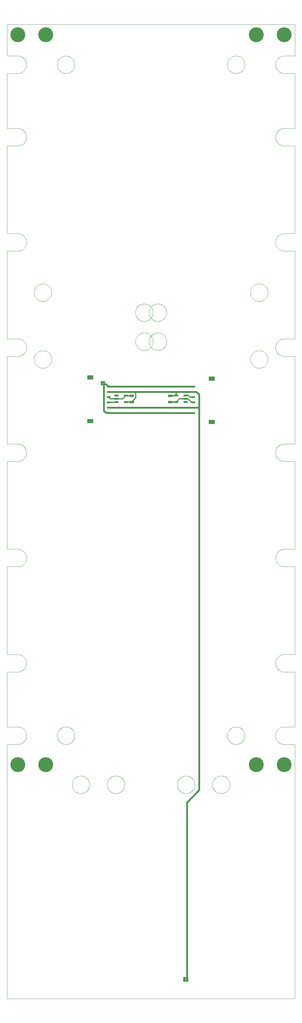
<source format=gbl>
G75*
%MOIN*%
%OFA0B0*%
%FSLAX25Y25*%
%IPPOS*%
%LPD*%
%AMOC8*
5,1,8,0,0,1.08239X$1,22.5*
%
%ADD10C,0.00004*%
%ADD11C,0.00394*%
%ADD12R,0.04724X0.02362*%
%ADD13R,0.03937X0.02362*%
%ADD14R,0.07087X0.04921*%
%ADD15R,0.04724X0.03150*%
%ADD16C,0.16693*%
%ADD17C,0.01200*%
%ADD18R,0.02978X0.02978*%
%ADD19C,0.02000*%
%ADD20C,0.02781*%
D10*
X0001063Y0001002D02*
X0323898Y0001002D01*
X0323898Y0286435D01*
X0312087Y0286435D01*
X0311847Y0286438D01*
X0311608Y0286447D01*
X0311369Y0286461D01*
X0311130Y0286482D01*
X0310891Y0286508D01*
X0310654Y0286540D01*
X0310417Y0286578D01*
X0310181Y0286621D01*
X0309947Y0286670D01*
X0309714Y0286725D01*
X0309482Y0286786D01*
X0309251Y0286852D01*
X0309023Y0286924D01*
X0308796Y0287002D01*
X0308571Y0287084D01*
X0308348Y0287173D01*
X0308127Y0287267D01*
X0307909Y0287366D01*
X0307693Y0287470D01*
X0307480Y0287580D01*
X0307270Y0287694D01*
X0307062Y0287814D01*
X0306857Y0287939D01*
X0306656Y0288069D01*
X0306458Y0288204D01*
X0306263Y0288343D01*
X0306071Y0288487D01*
X0305883Y0288636D01*
X0305699Y0288789D01*
X0305519Y0288947D01*
X0305342Y0289109D01*
X0305169Y0289276D01*
X0305001Y0289446D01*
X0304837Y0289621D01*
X0304677Y0289799D01*
X0304521Y0289982D01*
X0304370Y0290168D01*
X0304224Y0290358D01*
X0304082Y0290551D01*
X0303945Y0290747D01*
X0303812Y0290947D01*
X0303685Y0291150D01*
X0303563Y0291356D01*
X0303445Y0291566D01*
X0303333Y0291777D01*
X0303226Y0291992D01*
X0303124Y0292209D01*
X0303028Y0292428D01*
X0302937Y0292650D01*
X0302851Y0292874D01*
X0302771Y0293100D01*
X0302697Y0293328D01*
X0302628Y0293557D01*
X0302564Y0293788D01*
X0302506Y0294021D01*
X0302454Y0294255D01*
X0302408Y0294490D01*
X0302367Y0294726D01*
X0302332Y0294964D01*
X0302303Y0295201D01*
X0302280Y0295440D01*
X0302262Y0295679D01*
X0302251Y0295919D01*
X0302245Y0296158D01*
X0302245Y0296398D01*
X0302251Y0296637D01*
X0302262Y0296877D01*
X0302280Y0297116D01*
X0302303Y0297355D01*
X0302332Y0297592D01*
X0302367Y0297830D01*
X0302408Y0298066D01*
X0302454Y0298301D01*
X0302506Y0298535D01*
X0302564Y0298768D01*
X0302628Y0298999D01*
X0302697Y0299228D01*
X0302771Y0299456D01*
X0302851Y0299682D01*
X0302937Y0299906D01*
X0303028Y0300128D01*
X0303124Y0300347D01*
X0303226Y0300564D01*
X0303333Y0300779D01*
X0303445Y0300990D01*
X0303563Y0301200D01*
X0303685Y0301406D01*
X0303812Y0301609D01*
X0303945Y0301809D01*
X0304082Y0302005D01*
X0304224Y0302198D01*
X0304370Y0302388D01*
X0304521Y0302574D01*
X0304677Y0302757D01*
X0304837Y0302935D01*
X0305001Y0303110D01*
X0305169Y0303280D01*
X0305342Y0303447D01*
X0305519Y0303609D01*
X0305699Y0303767D01*
X0305883Y0303920D01*
X0306071Y0304069D01*
X0306263Y0304213D01*
X0306458Y0304352D01*
X0306656Y0304487D01*
X0306857Y0304617D01*
X0307062Y0304742D01*
X0307270Y0304862D01*
X0307480Y0304976D01*
X0307693Y0305086D01*
X0307909Y0305190D01*
X0308127Y0305289D01*
X0308348Y0305383D01*
X0308571Y0305472D01*
X0308796Y0305554D01*
X0309023Y0305632D01*
X0309251Y0305704D01*
X0309482Y0305770D01*
X0309714Y0305831D01*
X0309947Y0305886D01*
X0310181Y0305935D01*
X0310417Y0305978D01*
X0310654Y0306016D01*
X0310891Y0306048D01*
X0311130Y0306074D01*
X0311369Y0306095D01*
X0311608Y0306109D01*
X0311847Y0306118D01*
X0312087Y0306121D01*
X0312087Y0306120D02*
X0323898Y0306120D01*
X0323898Y0367734D01*
X0312087Y0367734D01*
X0311847Y0367737D01*
X0311608Y0367746D01*
X0311369Y0367760D01*
X0311130Y0367781D01*
X0310891Y0367807D01*
X0310654Y0367839D01*
X0310417Y0367877D01*
X0310181Y0367920D01*
X0309947Y0367969D01*
X0309714Y0368024D01*
X0309482Y0368085D01*
X0309251Y0368151D01*
X0309023Y0368223D01*
X0308796Y0368301D01*
X0308571Y0368383D01*
X0308348Y0368472D01*
X0308127Y0368566D01*
X0307909Y0368665D01*
X0307693Y0368769D01*
X0307480Y0368879D01*
X0307270Y0368993D01*
X0307062Y0369113D01*
X0306857Y0369238D01*
X0306656Y0369368D01*
X0306458Y0369503D01*
X0306263Y0369642D01*
X0306071Y0369786D01*
X0305883Y0369935D01*
X0305699Y0370088D01*
X0305519Y0370246D01*
X0305342Y0370408D01*
X0305169Y0370575D01*
X0305001Y0370745D01*
X0304837Y0370920D01*
X0304677Y0371098D01*
X0304521Y0371281D01*
X0304370Y0371467D01*
X0304224Y0371657D01*
X0304082Y0371850D01*
X0303945Y0372046D01*
X0303812Y0372246D01*
X0303685Y0372449D01*
X0303563Y0372655D01*
X0303445Y0372865D01*
X0303333Y0373076D01*
X0303226Y0373291D01*
X0303124Y0373508D01*
X0303028Y0373727D01*
X0302937Y0373949D01*
X0302851Y0374173D01*
X0302771Y0374399D01*
X0302697Y0374627D01*
X0302628Y0374856D01*
X0302564Y0375087D01*
X0302506Y0375320D01*
X0302454Y0375554D01*
X0302408Y0375789D01*
X0302367Y0376025D01*
X0302332Y0376263D01*
X0302303Y0376500D01*
X0302280Y0376739D01*
X0302262Y0376978D01*
X0302251Y0377218D01*
X0302245Y0377457D01*
X0302245Y0377697D01*
X0302251Y0377936D01*
X0302262Y0378176D01*
X0302280Y0378415D01*
X0302303Y0378654D01*
X0302332Y0378891D01*
X0302367Y0379129D01*
X0302408Y0379365D01*
X0302454Y0379600D01*
X0302506Y0379834D01*
X0302564Y0380067D01*
X0302628Y0380298D01*
X0302697Y0380527D01*
X0302771Y0380755D01*
X0302851Y0380981D01*
X0302937Y0381205D01*
X0303028Y0381427D01*
X0303124Y0381646D01*
X0303226Y0381863D01*
X0303333Y0382078D01*
X0303445Y0382289D01*
X0303563Y0382499D01*
X0303685Y0382705D01*
X0303812Y0382908D01*
X0303945Y0383108D01*
X0304082Y0383304D01*
X0304224Y0383497D01*
X0304370Y0383687D01*
X0304521Y0383873D01*
X0304677Y0384056D01*
X0304837Y0384234D01*
X0305001Y0384409D01*
X0305169Y0384579D01*
X0305342Y0384746D01*
X0305519Y0384908D01*
X0305699Y0385066D01*
X0305883Y0385219D01*
X0306071Y0385368D01*
X0306263Y0385512D01*
X0306458Y0385651D01*
X0306656Y0385786D01*
X0306857Y0385916D01*
X0307062Y0386041D01*
X0307270Y0386161D01*
X0307480Y0386275D01*
X0307693Y0386385D01*
X0307909Y0386489D01*
X0308127Y0386588D01*
X0308348Y0386682D01*
X0308571Y0386771D01*
X0308796Y0386853D01*
X0309023Y0386931D01*
X0309251Y0387003D01*
X0309482Y0387069D01*
X0309714Y0387130D01*
X0309947Y0387185D01*
X0310181Y0387234D01*
X0310417Y0387277D01*
X0310654Y0387315D01*
X0310891Y0387347D01*
X0311130Y0387373D01*
X0311369Y0387394D01*
X0311608Y0387408D01*
X0311847Y0387417D01*
X0312087Y0387420D01*
X0312087Y0387419D02*
X0323898Y0387419D01*
X0323898Y0485844D01*
X0312087Y0485844D01*
X0311847Y0485847D01*
X0311608Y0485856D01*
X0311369Y0485870D01*
X0311130Y0485891D01*
X0310891Y0485917D01*
X0310654Y0485949D01*
X0310417Y0485987D01*
X0310181Y0486030D01*
X0309947Y0486079D01*
X0309714Y0486134D01*
X0309482Y0486195D01*
X0309251Y0486261D01*
X0309023Y0486333D01*
X0308796Y0486411D01*
X0308571Y0486493D01*
X0308348Y0486582D01*
X0308127Y0486676D01*
X0307909Y0486775D01*
X0307693Y0486879D01*
X0307480Y0486989D01*
X0307270Y0487103D01*
X0307062Y0487223D01*
X0306857Y0487348D01*
X0306656Y0487478D01*
X0306458Y0487613D01*
X0306263Y0487752D01*
X0306071Y0487896D01*
X0305883Y0488045D01*
X0305699Y0488198D01*
X0305519Y0488356D01*
X0305342Y0488518D01*
X0305169Y0488685D01*
X0305001Y0488855D01*
X0304837Y0489030D01*
X0304677Y0489208D01*
X0304521Y0489391D01*
X0304370Y0489577D01*
X0304224Y0489767D01*
X0304082Y0489960D01*
X0303945Y0490156D01*
X0303812Y0490356D01*
X0303685Y0490559D01*
X0303563Y0490765D01*
X0303445Y0490975D01*
X0303333Y0491186D01*
X0303226Y0491401D01*
X0303124Y0491618D01*
X0303028Y0491837D01*
X0302937Y0492059D01*
X0302851Y0492283D01*
X0302771Y0492509D01*
X0302697Y0492737D01*
X0302628Y0492966D01*
X0302564Y0493197D01*
X0302506Y0493430D01*
X0302454Y0493664D01*
X0302408Y0493899D01*
X0302367Y0494135D01*
X0302332Y0494373D01*
X0302303Y0494610D01*
X0302280Y0494849D01*
X0302262Y0495088D01*
X0302251Y0495328D01*
X0302245Y0495567D01*
X0302245Y0495807D01*
X0302251Y0496046D01*
X0302262Y0496286D01*
X0302280Y0496525D01*
X0302303Y0496764D01*
X0302332Y0497001D01*
X0302367Y0497239D01*
X0302408Y0497475D01*
X0302454Y0497710D01*
X0302506Y0497944D01*
X0302564Y0498177D01*
X0302628Y0498408D01*
X0302697Y0498637D01*
X0302771Y0498865D01*
X0302851Y0499091D01*
X0302937Y0499315D01*
X0303028Y0499537D01*
X0303124Y0499756D01*
X0303226Y0499973D01*
X0303333Y0500188D01*
X0303445Y0500399D01*
X0303563Y0500609D01*
X0303685Y0500815D01*
X0303812Y0501018D01*
X0303945Y0501218D01*
X0304082Y0501414D01*
X0304224Y0501607D01*
X0304370Y0501797D01*
X0304521Y0501983D01*
X0304677Y0502166D01*
X0304837Y0502344D01*
X0305001Y0502519D01*
X0305169Y0502689D01*
X0305342Y0502856D01*
X0305519Y0503018D01*
X0305699Y0503176D01*
X0305883Y0503329D01*
X0306071Y0503478D01*
X0306263Y0503622D01*
X0306458Y0503761D01*
X0306656Y0503896D01*
X0306857Y0504026D01*
X0307062Y0504151D01*
X0307270Y0504271D01*
X0307480Y0504385D01*
X0307693Y0504495D01*
X0307909Y0504599D01*
X0308127Y0504698D01*
X0308348Y0504792D01*
X0308571Y0504881D01*
X0308796Y0504963D01*
X0309023Y0505041D01*
X0309251Y0505113D01*
X0309482Y0505179D01*
X0309714Y0505240D01*
X0309947Y0505295D01*
X0310181Y0505344D01*
X0310417Y0505387D01*
X0310654Y0505425D01*
X0310891Y0505457D01*
X0311130Y0505483D01*
X0311369Y0505504D01*
X0311608Y0505518D01*
X0311847Y0505527D01*
X0312087Y0505530D01*
X0323898Y0505530D01*
X0323898Y0603955D01*
X0312087Y0603955D01*
X0312087Y0603954D02*
X0311847Y0603957D01*
X0311608Y0603966D01*
X0311369Y0603980D01*
X0311130Y0604001D01*
X0310891Y0604027D01*
X0310654Y0604059D01*
X0310417Y0604097D01*
X0310181Y0604140D01*
X0309947Y0604189D01*
X0309714Y0604244D01*
X0309482Y0604305D01*
X0309251Y0604371D01*
X0309023Y0604443D01*
X0308796Y0604521D01*
X0308571Y0604603D01*
X0308348Y0604692D01*
X0308127Y0604786D01*
X0307909Y0604885D01*
X0307693Y0604989D01*
X0307480Y0605099D01*
X0307270Y0605213D01*
X0307062Y0605333D01*
X0306857Y0605458D01*
X0306656Y0605588D01*
X0306458Y0605723D01*
X0306263Y0605862D01*
X0306071Y0606006D01*
X0305883Y0606155D01*
X0305699Y0606308D01*
X0305519Y0606466D01*
X0305342Y0606628D01*
X0305169Y0606795D01*
X0305001Y0606965D01*
X0304837Y0607140D01*
X0304677Y0607318D01*
X0304521Y0607501D01*
X0304370Y0607687D01*
X0304224Y0607877D01*
X0304082Y0608070D01*
X0303945Y0608266D01*
X0303812Y0608466D01*
X0303685Y0608669D01*
X0303563Y0608876D01*
X0303445Y0609085D01*
X0303333Y0609296D01*
X0303226Y0609511D01*
X0303124Y0609728D01*
X0303028Y0609947D01*
X0302937Y0610169D01*
X0302851Y0610393D01*
X0302771Y0610619D01*
X0302697Y0610847D01*
X0302628Y0611076D01*
X0302564Y0611307D01*
X0302506Y0611540D01*
X0302454Y0611774D01*
X0302408Y0612009D01*
X0302367Y0612245D01*
X0302332Y0612483D01*
X0302303Y0612720D01*
X0302280Y0612959D01*
X0302262Y0613198D01*
X0302251Y0613438D01*
X0302245Y0613677D01*
X0302245Y0613917D01*
X0302251Y0614156D01*
X0302262Y0614396D01*
X0302280Y0614635D01*
X0302303Y0614874D01*
X0302332Y0615111D01*
X0302367Y0615349D01*
X0302408Y0615585D01*
X0302454Y0615820D01*
X0302506Y0616054D01*
X0302564Y0616287D01*
X0302628Y0616518D01*
X0302697Y0616747D01*
X0302771Y0616975D01*
X0302851Y0617201D01*
X0302937Y0617425D01*
X0303028Y0617647D01*
X0303124Y0617866D01*
X0303226Y0618083D01*
X0303333Y0618298D01*
X0303445Y0618509D01*
X0303563Y0618719D01*
X0303685Y0618925D01*
X0303812Y0619128D01*
X0303945Y0619328D01*
X0304082Y0619524D01*
X0304224Y0619717D01*
X0304370Y0619907D01*
X0304521Y0620093D01*
X0304677Y0620276D01*
X0304837Y0620454D01*
X0305001Y0620629D01*
X0305169Y0620799D01*
X0305342Y0620966D01*
X0305519Y0621128D01*
X0305699Y0621286D01*
X0305883Y0621439D01*
X0306071Y0621588D01*
X0306263Y0621732D01*
X0306458Y0621871D01*
X0306656Y0622006D01*
X0306857Y0622136D01*
X0307062Y0622261D01*
X0307270Y0622381D01*
X0307480Y0622495D01*
X0307693Y0622605D01*
X0307909Y0622709D01*
X0308127Y0622808D01*
X0308348Y0622902D01*
X0308571Y0622991D01*
X0308796Y0623073D01*
X0309023Y0623151D01*
X0309251Y0623223D01*
X0309482Y0623289D01*
X0309714Y0623350D01*
X0309947Y0623405D01*
X0310181Y0623454D01*
X0310417Y0623497D01*
X0310654Y0623535D01*
X0310891Y0623567D01*
X0311130Y0623593D01*
X0311369Y0623614D01*
X0311608Y0623628D01*
X0311847Y0623637D01*
X0312087Y0623640D01*
X0323898Y0623640D01*
X0323898Y0722065D01*
X0312087Y0722065D01*
X0312087Y0722064D02*
X0311847Y0722067D01*
X0311608Y0722076D01*
X0311369Y0722090D01*
X0311130Y0722111D01*
X0310891Y0722137D01*
X0310654Y0722169D01*
X0310417Y0722207D01*
X0310181Y0722250D01*
X0309947Y0722299D01*
X0309714Y0722354D01*
X0309482Y0722415D01*
X0309251Y0722481D01*
X0309023Y0722553D01*
X0308796Y0722631D01*
X0308571Y0722713D01*
X0308348Y0722802D01*
X0308127Y0722896D01*
X0307909Y0722995D01*
X0307693Y0723099D01*
X0307480Y0723209D01*
X0307270Y0723323D01*
X0307062Y0723443D01*
X0306857Y0723568D01*
X0306656Y0723698D01*
X0306458Y0723833D01*
X0306263Y0723972D01*
X0306071Y0724116D01*
X0305883Y0724265D01*
X0305699Y0724418D01*
X0305519Y0724576D01*
X0305342Y0724738D01*
X0305169Y0724905D01*
X0305001Y0725075D01*
X0304837Y0725250D01*
X0304677Y0725428D01*
X0304521Y0725611D01*
X0304370Y0725797D01*
X0304224Y0725987D01*
X0304082Y0726180D01*
X0303945Y0726376D01*
X0303812Y0726576D01*
X0303685Y0726779D01*
X0303563Y0726986D01*
X0303445Y0727195D01*
X0303333Y0727406D01*
X0303226Y0727621D01*
X0303124Y0727838D01*
X0303028Y0728057D01*
X0302937Y0728279D01*
X0302851Y0728503D01*
X0302771Y0728729D01*
X0302697Y0728957D01*
X0302628Y0729186D01*
X0302564Y0729417D01*
X0302506Y0729650D01*
X0302454Y0729884D01*
X0302408Y0730119D01*
X0302367Y0730355D01*
X0302332Y0730593D01*
X0302303Y0730830D01*
X0302280Y0731069D01*
X0302262Y0731308D01*
X0302251Y0731548D01*
X0302245Y0731787D01*
X0302245Y0732027D01*
X0302251Y0732266D01*
X0302262Y0732506D01*
X0302280Y0732745D01*
X0302303Y0732984D01*
X0302332Y0733221D01*
X0302367Y0733459D01*
X0302408Y0733695D01*
X0302454Y0733930D01*
X0302506Y0734164D01*
X0302564Y0734397D01*
X0302628Y0734628D01*
X0302697Y0734857D01*
X0302771Y0735085D01*
X0302851Y0735311D01*
X0302937Y0735535D01*
X0303028Y0735757D01*
X0303124Y0735976D01*
X0303226Y0736193D01*
X0303333Y0736408D01*
X0303445Y0736619D01*
X0303563Y0736829D01*
X0303685Y0737035D01*
X0303812Y0737238D01*
X0303945Y0737438D01*
X0304082Y0737634D01*
X0304224Y0737827D01*
X0304370Y0738017D01*
X0304521Y0738203D01*
X0304677Y0738386D01*
X0304837Y0738564D01*
X0305001Y0738739D01*
X0305169Y0738909D01*
X0305342Y0739076D01*
X0305519Y0739238D01*
X0305699Y0739396D01*
X0305883Y0739549D01*
X0306071Y0739698D01*
X0306263Y0739842D01*
X0306458Y0739981D01*
X0306656Y0740116D01*
X0306857Y0740246D01*
X0307062Y0740371D01*
X0307270Y0740491D01*
X0307480Y0740605D01*
X0307693Y0740715D01*
X0307909Y0740819D01*
X0308127Y0740918D01*
X0308348Y0741012D01*
X0308571Y0741101D01*
X0308796Y0741183D01*
X0309023Y0741261D01*
X0309251Y0741333D01*
X0309482Y0741399D01*
X0309714Y0741460D01*
X0309947Y0741515D01*
X0310181Y0741564D01*
X0310417Y0741607D01*
X0310654Y0741645D01*
X0310891Y0741677D01*
X0311130Y0741703D01*
X0311369Y0741724D01*
X0311608Y0741738D01*
X0311847Y0741747D01*
X0312087Y0741750D01*
X0323898Y0741750D01*
X0323898Y0840175D01*
X0312087Y0840175D01*
X0311847Y0840178D01*
X0311608Y0840187D01*
X0311369Y0840201D01*
X0311130Y0840222D01*
X0310891Y0840248D01*
X0310654Y0840280D01*
X0310417Y0840318D01*
X0310181Y0840361D01*
X0309947Y0840410D01*
X0309714Y0840465D01*
X0309482Y0840526D01*
X0309251Y0840592D01*
X0309023Y0840664D01*
X0308796Y0840742D01*
X0308571Y0840824D01*
X0308348Y0840913D01*
X0308127Y0841007D01*
X0307909Y0841106D01*
X0307693Y0841210D01*
X0307480Y0841320D01*
X0307270Y0841434D01*
X0307062Y0841554D01*
X0306857Y0841679D01*
X0306656Y0841809D01*
X0306458Y0841944D01*
X0306263Y0842083D01*
X0306071Y0842227D01*
X0305883Y0842376D01*
X0305699Y0842529D01*
X0305519Y0842687D01*
X0305342Y0842849D01*
X0305169Y0843016D01*
X0305001Y0843186D01*
X0304837Y0843361D01*
X0304677Y0843539D01*
X0304521Y0843722D01*
X0304370Y0843908D01*
X0304224Y0844098D01*
X0304082Y0844291D01*
X0303945Y0844487D01*
X0303812Y0844687D01*
X0303685Y0844890D01*
X0303563Y0845097D01*
X0303445Y0845306D01*
X0303333Y0845517D01*
X0303226Y0845732D01*
X0303124Y0845949D01*
X0303028Y0846168D01*
X0302937Y0846390D01*
X0302851Y0846614D01*
X0302771Y0846840D01*
X0302697Y0847068D01*
X0302628Y0847297D01*
X0302564Y0847528D01*
X0302506Y0847761D01*
X0302454Y0847995D01*
X0302408Y0848230D01*
X0302367Y0848466D01*
X0302332Y0848704D01*
X0302303Y0848941D01*
X0302280Y0849180D01*
X0302262Y0849419D01*
X0302251Y0849659D01*
X0302245Y0849898D01*
X0302245Y0850138D01*
X0302251Y0850377D01*
X0302262Y0850617D01*
X0302280Y0850856D01*
X0302303Y0851095D01*
X0302332Y0851332D01*
X0302367Y0851570D01*
X0302408Y0851806D01*
X0302454Y0852041D01*
X0302506Y0852275D01*
X0302564Y0852508D01*
X0302628Y0852739D01*
X0302697Y0852968D01*
X0302771Y0853196D01*
X0302851Y0853422D01*
X0302937Y0853646D01*
X0303028Y0853868D01*
X0303124Y0854087D01*
X0303226Y0854304D01*
X0303333Y0854519D01*
X0303445Y0854730D01*
X0303563Y0854940D01*
X0303685Y0855146D01*
X0303812Y0855349D01*
X0303945Y0855549D01*
X0304082Y0855745D01*
X0304224Y0855938D01*
X0304370Y0856128D01*
X0304521Y0856314D01*
X0304677Y0856497D01*
X0304837Y0856675D01*
X0305001Y0856850D01*
X0305169Y0857020D01*
X0305342Y0857187D01*
X0305519Y0857349D01*
X0305699Y0857507D01*
X0305883Y0857660D01*
X0306071Y0857809D01*
X0306263Y0857953D01*
X0306458Y0858092D01*
X0306656Y0858227D01*
X0306857Y0858357D01*
X0307062Y0858482D01*
X0307270Y0858602D01*
X0307480Y0858716D01*
X0307693Y0858826D01*
X0307909Y0858930D01*
X0308127Y0859029D01*
X0308348Y0859123D01*
X0308571Y0859212D01*
X0308796Y0859294D01*
X0309023Y0859372D01*
X0309251Y0859444D01*
X0309482Y0859510D01*
X0309714Y0859571D01*
X0309947Y0859626D01*
X0310181Y0859675D01*
X0310417Y0859718D01*
X0310654Y0859756D01*
X0310891Y0859788D01*
X0311130Y0859814D01*
X0311369Y0859835D01*
X0311608Y0859849D01*
X0311847Y0859858D01*
X0312087Y0859861D01*
X0312087Y0859860D02*
X0323898Y0859860D01*
X0323898Y0958285D01*
X0312087Y0958285D01*
X0311847Y0958288D01*
X0311608Y0958297D01*
X0311369Y0958311D01*
X0311130Y0958332D01*
X0310891Y0958358D01*
X0310654Y0958390D01*
X0310417Y0958428D01*
X0310181Y0958471D01*
X0309947Y0958520D01*
X0309714Y0958575D01*
X0309482Y0958636D01*
X0309251Y0958702D01*
X0309023Y0958774D01*
X0308796Y0958852D01*
X0308571Y0958934D01*
X0308348Y0959023D01*
X0308127Y0959117D01*
X0307909Y0959216D01*
X0307693Y0959320D01*
X0307480Y0959430D01*
X0307270Y0959544D01*
X0307062Y0959664D01*
X0306857Y0959789D01*
X0306656Y0959919D01*
X0306458Y0960054D01*
X0306263Y0960193D01*
X0306071Y0960337D01*
X0305883Y0960486D01*
X0305699Y0960639D01*
X0305519Y0960797D01*
X0305342Y0960959D01*
X0305169Y0961126D01*
X0305001Y0961296D01*
X0304837Y0961471D01*
X0304677Y0961649D01*
X0304521Y0961832D01*
X0304370Y0962018D01*
X0304224Y0962208D01*
X0304082Y0962401D01*
X0303945Y0962597D01*
X0303812Y0962797D01*
X0303685Y0963000D01*
X0303563Y0963207D01*
X0303445Y0963416D01*
X0303333Y0963627D01*
X0303226Y0963842D01*
X0303124Y0964059D01*
X0303028Y0964278D01*
X0302937Y0964500D01*
X0302851Y0964724D01*
X0302771Y0964950D01*
X0302697Y0965178D01*
X0302628Y0965407D01*
X0302564Y0965638D01*
X0302506Y0965871D01*
X0302454Y0966105D01*
X0302408Y0966340D01*
X0302367Y0966576D01*
X0302332Y0966814D01*
X0302303Y0967051D01*
X0302280Y0967290D01*
X0302262Y0967529D01*
X0302251Y0967769D01*
X0302245Y0968008D01*
X0302245Y0968248D01*
X0302251Y0968487D01*
X0302262Y0968727D01*
X0302280Y0968966D01*
X0302303Y0969205D01*
X0302332Y0969442D01*
X0302367Y0969680D01*
X0302408Y0969916D01*
X0302454Y0970151D01*
X0302506Y0970385D01*
X0302564Y0970618D01*
X0302628Y0970849D01*
X0302697Y0971078D01*
X0302771Y0971306D01*
X0302851Y0971532D01*
X0302937Y0971756D01*
X0303028Y0971978D01*
X0303124Y0972197D01*
X0303226Y0972414D01*
X0303333Y0972629D01*
X0303445Y0972840D01*
X0303563Y0973050D01*
X0303685Y0973256D01*
X0303812Y0973459D01*
X0303945Y0973659D01*
X0304082Y0973855D01*
X0304224Y0974048D01*
X0304370Y0974238D01*
X0304521Y0974424D01*
X0304677Y0974607D01*
X0304837Y0974785D01*
X0305001Y0974960D01*
X0305169Y0975130D01*
X0305342Y0975297D01*
X0305519Y0975459D01*
X0305699Y0975617D01*
X0305883Y0975770D01*
X0306071Y0975919D01*
X0306263Y0976063D01*
X0306458Y0976202D01*
X0306656Y0976337D01*
X0306857Y0976467D01*
X0307062Y0976592D01*
X0307270Y0976712D01*
X0307480Y0976826D01*
X0307693Y0976936D01*
X0307909Y0977040D01*
X0308127Y0977139D01*
X0308348Y0977233D01*
X0308571Y0977322D01*
X0308796Y0977404D01*
X0309023Y0977482D01*
X0309251Y0977554D01*
X0309482Y0977620D01*
X0309714Y0977681D01*
X0309947Y0977736D01*
X0310181Y0977785D01*
X0310417Y0977828D01*
X0310654Y0977866D01*
X0310891Y0977898D01*
X0311130Y0977924D01*
X0311369Y0977945D01*
X0311608Y0977959D01*
X0311847Y0977968D01*
X0312087Y0977971D01*
X0312087Y0977970D02*
X0323898Y0977970D01*
X0323898Y1039585D01*
X0312087Y1039585D01*
X0312087Y1039584D02*
X0311847Y1039587D01*
X0311608Y1039596D01*
X0311369Y1039610D01*
X0311130Y1039631D01*
X0310891Y1039657D01*
X0310654Y1039689D01*
X0310417Y1039727D01*
X0310181Y1039770D01*
X0309947Y1039819D01*
X0309714Y1039874D01*
X0309482Y1039935D01*
X0309251Y1040001D01*
X0309023Y1040073D01*
X0308796Y1040151D01*
X0308571Y1040233D01*
X0308348Y1040322D01*
X0308127Y1040416D01*
X0307909Y1040515D01*
X0307693Y1040619D01*
X0307480Y1040729D01*
X0307270Y1040843D01*
X0307062Y1040963D01*
X0306857Y1041088D01*
X0306656Y1041218D01*
X0306458Y1041353D01*
X0306263Y1041492D01*
X0306071Y1041636D01*
X0305883Y1041785D01*
X0305699Y1041938D01*
X0305519Y1042096D01*
X0305342Y1042258D01*
X0305169Y1042425D01*
X0305001Y1042595D01*
X0304837Y1042770D01*
X0304677Y1042948D01*
X0304521Y1043131D01*
X0304370Y1043317D01*
X0304224Y1043507D01*
X0304082Y1043700D01*
X0303945Y1043896D01*
X0303812Y1044096D01*
X0303685Y1044299D01*
X0303563Y1044506D01*
X0303445Y1044715D01*
X0303333Y1044926D01*
X0303226Y1045141D01*
X0303124Y1045358D01*
X0303028Y1045577D01*
X0302937Y1045799D01*
X0302851Y1046023D01*
X0302771Y1046249D01*
X0302697Y1046477D01*
X0302628Y1046706D01*
X0302564Y1046937D01*
X0302506Y1047170D01*
X0302454Y1047404D01*
X0302408Y1047639D01*
X0302367Y1047875D01*
X0302332Y1048113D01*
X0302303Y1048350D01*
X0302280Y1048589D01*
X0302262Y1048828D01*
X0302251Y1049068D01*
X0302245Y1049307D01*
X0302245Y1049547D01*
X0302251Y1049786D01*
X0302262Y1050026D01*
X0302280Y1050265D01*
X0302303Y1050504D01*
X0302332Y1050741D01*
X0302367Y1050979D01*
X0302408Y1051215D01*
X0302454Y1051450D01*
X0302506Y1051684D01*
X0302564Y1051917D01*
X0302628Y1052148D01*
X0302697Y1052377D01*
X0302771Y1052605D01*
X0302851Y1052831D01*
X0302937Y1053055D01*
X0303028Y1053277D01*
X0303124Y1053496D01*
X0303226Y1053713D01*
X0303333Y1053928D01*
X0303445Y1054139D01*
X0303563Y1054349D01*
X0303685Y1054555D01*
X0303812Y1054758D01*
X0303945Y1054958D01*
X0304082Y1055154D01*
X0304224Y1055347D01*
X0304370Y1055537D01*
X0304521Y1055723D01*
X0304677Y1055906D01*
X0304837Y1056084D01*
X0305001Y1056259D01*
X0305169Y1056429D01*
X0305342Y1056596D01*
X0305519Y1056758D01*
X0305699Y1056916D01*
X0305883Y1057069D01*
X0306071Y1057218D01*
X0306263Y1057362D01*
X0306458Y1057501D01*
X0306656Y1057636D01*
X0306857Y1057766D01*
X0307062Y1057891D01*
X0307270Y1058011D01*
X0307480Y1058125D01*
X0307693Y1058235D01*
X0307909Y1058339D01*
X0308127Y1058438D01*
X0308348Y1058532D01*
X0308571Y1058621D01*
X0308796Y1058703D01*
X0309023Y1058781D01*
X0309251Y1058853D01*
X0309482Y1058919D01*
X0309714Y1058980D01*
X0309947Y1059035D01*
X0310181Y1059084D01*
X0310417Y1059127D01*
X0310654Y1059165D01*
X0310891Y1059197D01*
X0311130Y1059223D01*
X0311369Y1059244D01*
X0311608Y1059258D01*
X0311847Y1059267D01*
X0312087Y1059270D01*
X0323898Y1059270D01*
X0323898Y1094703D01*
X0001063Y1094703D01*
X0001063Y1059270D01*
X0012874Y1059270D01*
X0013114Y1059267D01*
X0013353Y1059258D01*
X0013592Y1059244D01*
X0013831Y1059223D01*
X0014070Y1059197D01*
X0014307Y1059165D01*
X0014544Y1059127D01*
X0014780Y1059084D01*
X0015014Y1059035D01*
X0015247Y1058980D01*
X0015479Y1058919D01*
X0015710Y1058853D01*
X0015938Y1058781D01*
X0016165Y1058703D01*
X0016390Y1058621D01*
X0016613Y1058532D01*
X0016834Y1058438D01*
X0017052Y1058339D01*
X0017268Y1058235D01*
X0017481Y1058125D01*
X0017691Y1058011D01*
X0017899Y1057891D01*
X0018104Y1057766D01*
X0018305Y1057636D01*
X0018503Y1057501D01*
X0018698Y1057362D01*
X0018890Y1057218D01*
X0019078Y1057069D01*
X0019262Y1056916D01*
X0019442Y1056758D01*
X0019619Y1056596D01*
X0019792Y1056429D01*
X0019960Y1056259D01*
X0020124Y1056084D01*
X0020284Y1055906D01*
X0020440Y1055723D01*
X0020591Y1055537D01*
X0020737Y1055347D01*
X0020879Y1055154D01*
X0021016Y1054958D01*
X0021149Y1054758D01*
X0021276Y1054555D01*
X0021398Y1054349D01*
X0021516Y1054139D01*
X0021628Y1053928D01*
X0021735Y1053713D01*
X0021837Y1053496D01*
X0021933Y1053277D01*
X0022024Y1053055D01*
X0022110Y1052831D01*
X0022190Y1052605D01*
X0022264Y1052377D01*
X0022333Y1052148D01*
X0022397Y1051917D01*
X0022455Y1051684D01*
X0022507Y1051450D01*
X0022553Y1051215D01*
X0022594Y1050979D01*
X0022629Y1050741D01*
X0022658Y1050504D01*
X0022681Y1050265D01*
X0022699Y1050026D01*
X0022710Y1049786D01*
X0022716Y1049547D01*
X0022716Y1049307D01*
X0022710Y1049068D01*
X0022699Y1048828D01*
X0022681Y1048589D01*
X0022658Y1048350D01*
X0022629Y1048113D01*
X0022594Y1047875D01*
X0022553Y1047639D01*
X0022507Y1047404D01*
X0022455Y1047170D01*
X0022397Y1046937D01*
X0022333Y1046706D01*
X0022264Y1046477D01*
X0022190Y1046249D01*
X0022110Y1046023D01*
X0022024Y1045799D01*
X0021933Y1045577D01*
X0021837Y1045358D01*
X0021735Y1045141D01*
X0021628Y1044926D01*
X0021516Y1044715D01*
X0021398Y1044506D01*
X0021276Y1044299D01*
X0021149Y1044096D01*
X0021016Y1043896D01*
X0020879Y1043700D01*
X0020737Y1043507D01*
X0020591Y1043317D01*
X0020440Y1043131D01*
X0020284Y1042948D01*
X0020124Y1042770D01*
X0019960Y1042595D01*
X0019792Y1042425D01*
X0019619Y1042258D01*
X0019442Y1042096D01*
X0019262Y1041938D01*
X0019078Y1041785D01*
X0018890Y1041636D01*
X0018698Y1041492D01*
X0018503Y1041353D01*
X0018305Y1041218D01*
X0018104Y1041088D01*
X0017899Y1040963D01*
X0017691Y1040843D01*
X0017481Y1040729D01*
X0017268Y1040619D01*
X0017052Y1040515D01*
X0016834Y1040416D01*
X0016613Y1040322D01*
X0016390Y1040233D01*
X0016165Y1040151D01*
X0015938Y1040073D01*
X0015710Y1040001D01*
X0015479Y1039935D01*
X0015247Y1039874D01*
X0015014Y1039819D01*
X0014780Y1039770D01*
X0014544Y1039727D01*
X0014307Y1039689D01*
X0014070Y1039657D01*
X0013831Y1039631D01*
X0013592Y1039610D01*
X0013353Y1039596D01*
X0013114Y1039587D01*
X0012874Y1039584D01*
X0012874Y1039585D02*
X0001063Y1039585D01*
X0001063Y0977970D01*
X0012874Y0977970D01*
X0012874Y0977971D02*
X0013114Y0977968D01*
X0013353Y0977959D01*
X0013592Y0977945D01*
X0013831Y0977924D01*
X0014070Y0977898D01*
X0014307Y0977866D01*
X0014544Y0977828D01*
X0014780Y0977785D01*
X0015014Y0977736D01*
X0015247Y0977681D01*
X0015479Y0977620D01*
X0015710Y0977554D01*
X0015938Y0977482D01*
X0016165Y0977404D01*
X0016390Y0977322D01*
X0016613Y0977233D01*
X0016834Y0977139D01*
X0017052Y0977040D01*
X0017268Y0976936D01*
X0017481Y0976826D01*
X0017691Y0976712D01*
X0017899Y0976592D01*
X0018104Y0976467D01*
X0018305Y0976337D01*
X0018503Y0976202D01*
X0018698Y0976063D01*
X0018890Y0975919D01*
X0019078Y0975770D01*
X0019262Y0975617D01*
X0019442Y0975459D01*
X0019619Y0975297D01*
X0019792Y0975130D01*
X0019960Y0974960D01*
X0020124Y0974785D01*
X0020284Y0974607D01*
X0020440Y0974424D01*
X0020591Y0974238D01*
X0020737Y0974048D01*
X0020879Y0973855D01*
X0021016Y0973659D01*
X0021149Y0973459D01*
X0021276Y0973256D01*
X0021398Y0973050D01*
X0021516Y0972840D01*
X0021628Y0972629D01*
X0021735Y0972414D01*
X0021837Y0972197D01*
X0021933Y0971978D01*
X0022024Y0971756D01*
X0022110Y0971532D01*
X0022190Y0971306D01*
X0022264Y0971078D01*
X0022333Y0970849D01*
X0022397Y0970618D01*
X0022455Y0970385D01*
X0022507Y0970151D01*
X0022553Y0969916D01*
X0022594Y0969680D01*
X0022629Y0969442D01*
X0022658Y0969205D01*
X0022681Y0968966D01*
X0022699Y0968727D01*
X0022710Y0968487D01*
X0022716Y0968248D01*
X0022716Y0968008D01*
X0022710Y0967769D01*
X0022699Y0967529D01*
X0022681Y0967290D01*
X0022658Y0967051D01*
X0022629Y0966814D01*
X0022594Y0966576D01*
X0022553Y0966340D01*
X0022507Y0966105D01*
X0022455Y0965871D01*
X0022397Y0965638D01*
X0022333Y0965407D01*
X0022264Y0965178D01*
X0022190Y0964950D01*
X0022110Y0964724D01*
X0022024Y0964500D01*
X0021933Y0964278D01*
X0021837Y0964059D01*
X0021735Y0963842D01*
X0021628Y0963627D01*
X0021516Y0963416D01*
X0021398Y0963207D01*
X0021276Y0963000D01*
X0021149Y0962797D01*
X0021016Y0962597D01*
X0020879Y0962401D01*
X0020737Y0962208D01*
X0020591Y0962018D01*
X0020440Y0961832D01*
X0020284Y0961649D01*
X0020124Y0961471D01*
X0019960Y0961296D01*
X0019792Y0961126D01*
X0019619Y0960959D01*
X0019442Y0960797D01*
X0019262Y0960639D01*
X0019078Y0960486D01*
X0018890Y0960337D01*
X0018698Y0960193D01*
X0018503Y0960054D01*
X0018305Y0959919D01*
X0018104Y0959789D01*
X0017899Y0959664D01*
X0017691Y0959544D01*
X0017481Y0959430D01*
X0017268Y0959320D01*
X0017052Y0959216D01*
X0016834Y0959117D01*
X0016613Y0959023D01*
X0016390Y0958934D01*
X0016165Y0958852D01*
X0015938Y0958774D01*
X0015710Y0958702D01*
X0015479Y0958636D01*
X0015247Y0958575D01*
X0015014Y0958520D01*
X0014780Y0958471D01*
X0014544Y0958428D01*
X0014307Y0958390D01*
X0014070Y0958358D01*
X0013831Y0958332D01*
X0013592Y0958311D01*
X0013353Y0958297D01*
X0013114Y0958288D01*
X0012874Y0958285D01*
X0001063Y0958285D01*
X0001063Y0859860D01*
X0012874Y0859860D01*
X0012874Y0859861D02*
X0013114Y0859858D01*
X0013353Y0859849D01*
X0013592Y0859835D01*
X0013831Y0859814D01*
X0014070Y0859788D01*
X0014307Y0859756D01*
X0014544Y0859718D01*
X0014780Y0859675D01*
X0015014Y0859626D01*
X0015247Y0859571D01*
X0015479Y0859510D01*
X0015710Y0859444D01*
X0015938Y0859372D01*
X0016165Y0859294D01*
X0016390Y0859212D01*
X0016613Y0859123D01*
X0016834Y0859029D01*
X0017052Y0858930D01*
X0017268Y0858826D01*
X0017481Y0858716D01*
X0017691Y0858602D01*
X0017899Y0858482D01*
X0018104Y0858357D01*
X0018305Y0858227D01*
X0018503Y0858092D01*
X0018698Y0857953D01*
X0018890Y0857809D01*
X0019078Y0857660D01*
X0019262Y0857507D01*
X0019442Y0857349D01*
X0019619Y0857187D01*
X0019792Y0857020D01*
X0019960Y0856850D01*
X0020124Y0856675D01*
X0020284Y0856497D01*
X0020440Y0856314D01*
X0020591Y0856128D01*
X0020737Y0855938D01*
X0020879Y0855745D01*
X0021016Y0855549D01*
X0021149Y0855349D01*
X0021276Y0855146D01*
X0021398Y0854940D01*
X0021516Y0854730D01*
X0021628Y0854519D01*
X0021735Y0854304D01*
X0021837Y0854087D01*
X0021933Y0853868D01*
X0022024Y0853646D01*
X0022110Y0853422D01*
X0022190Y0853196D01*
X0022264Y0852968D01*
X0022333Y0852739D01*
X0022397Y0852508D01*
X0022455Y0852275D01*
X0022507Y0852041D01*
X0022553Y0851806D01*
X0022594Y0851570D01*
X0022629Y0851332D01*
X0022658Y0851095D01*
X0022681Y0850856D01*
X0022699Y0850617D01*
X0022710Y0850377D01*
X0022716Y0850138D01*
X0022716Y0849898D01*
X0022710Y0849659D01*
X0022699Y0849419D01*
X0022681Y0849180D01*
X0022658Y0848941D01*
X0022629Y0848704D01*
X0022594Y0848466D01*
X0022553Y0848230D01*
X0022507Y0847995D01*
X0022455Y0847761D01*
X0022397Y0847528D01*
X0022333Y0847297D01*
X0022264Y0847068D01*
X0022190Y0846840D01*
X0022110Y0846614D01*
X0022024Y0846390D01*
X0021933Y0846168D01*
X0021837Y0845949D01*
X0021735Y0845732D01*
X0021628Y0845517D01*
X0021516Y0845306D01*
X0021398Y0845097D01*
X0021276Y0844890D01*
X0021149Y0844687D01*
X0021016Y0844487D01*
X0020879Y0844291D01*
X0020737Y0844098D01*
X0020591Y0843908D01*
X0020440Y0843722D01*
X0020284Y0843539D01*
X0020124Y0843361D01*
X0019960Y0843186D01*
X0019792Y0843016D01*
X0019619Y0842849D01*
X0019442Y0842687D01*
X0019262Y0842529D01*
X0019078Y0842376D01*
X0018890Y0842227D01*
X0018698Y0842083D01*
X0018503Y0841944D01*
X0018305Y0841809D01*
X0018104Y0841679D01*
X0017899Y0841554D01*
X0017691Y0841434D01*
X0017481Y0841320D01*
X0017268Y0841210D01*
X0017052Y0841106D01*
X0016834Y0841007D01*
X0016613Y0840913D01*
X0016390Y0840824D01*
X0016165Y0840742D01*
X0015938Y0840664D01*
X0015710Y0840592D01*
X0015479Y0840526D01*
X0015247Y0840465D01*
X0015014Y0840410D01*
X0014780Y0840361D01*
X0014544Y0840318D01*
X0014307Y0840280D01*
X0014070Y0840248D01*
X0013831Y0840222D01*
X0013592Y0840201D01*
X0013353Y0840187D01*
X0013114Y0840178D01*
X0012874Y0840175D01*
X0001063Y0840175D01*
X0001063Y0741750D01*
X0012874Y0741750D01*
X0013114Y0741747D01*
X0013353Y0741738D01*
X0013592Y0741724D01*
X0013831Y0741703D01*
X0014070Y0741677D01*
X0014307Y0741645D01*
X0014544Y0741607D01*
X0014780Y0741564D01*
X0015014Y0741515D01*
X0015247Y0741460D01*
X0015479Y0741399D01*
X0015710Y0741333D01*
X0015938Y0741261D01*
X0016165Y0741183D01*
X0016390Y0741101D01*
X0016613Y0741012D01*
X0016834Y0740918D01*
X0017052Y0740819D01*
X0017268Y0740715D01*
X0017481Y0740605D01*
X0017691Y0740491D01*
X0017899Y0740371D01*
X0018104Y0740246D01*
X0018305Y0740116D01*
X0018503Y0739981D01*
X0018698Y0739842D01*
X0018890Y0739698D01*
X0019078Y0739549D01*
X0019262Y0739396D01*
X0019442Y0739238D01*
X0019619Y0739076D01*
X0019792Y0738909D01*
X0019960Y0738739D01*
X0020124Y0738564D01*
X0020284Y0738386D01*
X0020440Y0738203D01*
X0020591Y0738017D01*
X0020737Y0737827D01*
X0020879Y0737634D01*
X0021016Y0737438D01*
X0021149Y0737238D01*
X0021276Y0737035D01*
X0021398Y0736829D01*
X0021516Y0736619D01*
X0021628Y0736408D01*
X0021735Y0736193D01*
X0021837Y0735976D01*
X0021933Y0735757D01*
X0022024Y0735535D01*
X0022110Y0735311D01*
X0022190Y0735085D01*
X0022264Y0734857D01*
X0022333Y0734628D01*
X0022397Y0734397D01*
X0022455Y0734164D01*
X0022507Y0733930D01*
X0022553Y0733695D01*
X0022594Y0733459D01*
X0022629Y0733221D01*
X0022658Y0732984D01*
X0022681Y0732745D01*
X0022699Y0732506D01*
X0022710Y0732266D01*
X0022716Y0732027D01*
X0022716Y0731787D01*
X0022710Y0731548D01*
X0022699Y0731308D01*
X0022681Y0731069D01*
X0022658Y0730830D01*
X0022629Y0730593D01*
X0022594Y0730355D01*
X0022553Y0730119D01*
X0022507Y0729884D01*
X0022455Y0729650D01*
X0022397Y0729417D01*
X0022333Y0729186D01*
X0022264Y0728957D01*
X0022190Y0728729D01*
X0022110Y0728503D01*
X0022024Y0728279D01*
X0021933Y0728057D01*
X0021837Y0727838D01*
X0021735Y0727621D01*
X0021628Y0727406D01*
X0021516Y0727195D01*
X0021398Y0726986D01*
X0021276Y0726779D01*
X0021149Y0726576D01*
X0021016Y0726376D01*
X0020879Y0726180D01*
X0020737Y0725987D01*
X0020591Y0725797D01*
X0020440Y0725611D01*
X0020284Y0725428D01*
X0020124Y0725250D01*
X0019960Y0725075D01*
X0019792Y0724905D01*
X0019619Y0724738D01*
X0019442Y0724576D01*
X0019262Y0724418D01*
X0019078Y0724265D01*
X0018890Y0724116D01*
X0018698Y0723972D01*
X0018503Y0723833D01*
X0018305Y0723698D01*
X0018104Y0723568D01*
X0017899Y0723443D01*
X0017691Y0723323D01*
X0017481Y0723209D01*
X0017268Y0723099D01*
X0017052Y0722995D01*
X0016834Y0722896D01*
X0016613Y0722802D01*
X0016390Y0722713D01*
X0016165Y0722631D01*
X0015938Y0722553D01*
X0015710Y0722481D01*
X0015479Y0722415D01*
X0015247Y0722354D01*
X0015014Y0722299D01*
X0014780Y0722250D01*
X0014544Y0722207D01*
X0014307Y0722169D01*
X0014070Y0722137D01*
X0013831Y0722111D01*
X0013592Y0722090D01*
X0013353Y0722076D01*
X0013114Y0722067D01*
X0012874Y0722064D01*
X0012874Y0722065D02*
X0001063Y0722065D01*
X0001063Y0623640D01*
X0012874Y0623640D01*
X0013114Y0623637D01*
X0013353Y0623628D01*
X0013592Y0623614D01*
X0013831Y0623593D01*
X0014070Y0623567D01*
X0014307Y0623535D01*
X0014544Y0623497D01*
X0014780Y0623454D01*
X0015014Y0623405D01*
X0015247Y0623350D01*
X0015479Y0623289D01*
X0015710Y0623223D01*
X0015938Y0623151D01*
X0016165Y0623073D01*
X0016390Y0622991D01*
X0016613Y0622902D01*
X0016834Y0622808D01*
X0017052Y0622709D01*
X0017268Y0622605D01*
X0017481Y0622495D01*
X0017691Y0622381D01*
X0017899Y0622261D01*
X0018104Y0622136D01*
X0018305Y0622006D01*
X0018503Y0621871D01*
X0018698Y0621732D01*
X0018890Y0621588D01*
X0019078Y0621439D01*
X0019262Y0621286D01*
X0019442Y0621128D01*
X0019619Y0620966D01*
X0019792Y0620799D01*
X0019960Y0620629D01*
X0020124Y0620454D01*
X0020284Y0620276D01*
X0020440Y0620093D01*
X0020591Y0619907D01*
X0020737Y0619717D01*
X0020879Y0619524D01*
X0021016Y0619328D01*
X0021149Y0619128D01*
X0021276Y0618925D01*
X0021398Y0618719D01*
X0021516Y0618509D01*
X0021628Y0618298D01*
X0021735Y0618083D01*
X0021837Y0617866D01*
X0021933Y0617647D01*
X0022024Y0617425D01*
X0022110Y0617201D01*
X0022190Y0616975D01*
X0022264Y0616747D01*
X0022333Y0616518D01*
X0022397Y0616287D01*
X0022455Y0616054D01*
X0022507Y0615820D01*
X0022553Y0615585D01*
X0022594Y0615349D01*
X0022629Y0615111D01*
X0022658Y0614874D01*
X0022681Y0614635D01*
X0022699Y0614396D01*
X0022710Y0614156D01*
X0022716Y0613917D01*
X0022716Y0613677D01*
X0022710Y0613438D01*
X0022699Y0613198D01*
X0022681Y0612959D01*
X0022658Y0612720D01*
X0022629Y0612483D01*
X0022594Y0612245D01*
X0022553Y0612009D01*
X0022507Y0611774D01*
X0022455Y0611540D01*
X0022397Y0611307D01*
X0022333Y0611076D01*
X0022264Y0610847D01*
X0022190Y0610619D01*
X0022110Y0610393D01*
X0022024Y0610169D01*
X0021933Y0609947D01*
X0021837Y0609728D01*
X0021735Y0609511D01*
X0021628Y0609296D01*
X0021516Y0609085D01*
X0021398Y0608876D01*
X0021276Y0608669D01*
X0021149Y0608466D01*
X0021016Y0608266D01*
X0020879Y0608070D01*
X0020737Y0607877D01*
X0020591Y0607687D01*
X0020440Y0607501D01*
X0020284Y0607318D01*
X0020124Y0607140D01*
X0019960Y0606965D01*
X0019792Y0606795D01*
X0019619Y0606628D01*
X0019442Y0606466D01*
X0019262Y0606308D01*
X0019078Y0606155D01*
X0018890Y0606006D01*
X0018698Y0605862D01*
X0018503Y0605723D01*
X0018305Y0605588D01*
X0018104Y0605458D01*
X0017899Y0605333D01*
X0017691Y0605213D01*
X0017481Y0605099D01*
X0017268Y0604989D01*
X0017052Y0604885D01*
X0016834Y0604786D01*
X0016613Y0604692D01*
X0016390Y0604603D01*
X0016165Y0604521D01*
X0015938Y0604443D01*
X0015710Y0604371D01*
X0015479Y0604305D01*
X0015247Y0604244D01*
X0015014Y0604189D01*
X0014780Y0604140D01*
X0014544Y0604097D01*
X0014307Y0604059D01*
X0014070Y0604027D01*
X0013831Y0604001D01*
X0013592Y0603980D01*
X0013353Y0603966D01*
X0013114Y0603957D01*
X0012874Y0603954D01*
X0012874Y0603955D02*
X0001063Y0603955D01*
X0001063Y0505530D01*
X0012874Y0505530D01*
X0013114Y0505527D01*
X0013353Y0505518D01*
X0013592Y0505504D01*
X0013831Y0505483D01*
X0014070Y0505457D01*
X0014307Y0505425D01*
X0014544Y0505387D01*
X0014780Y0505344D01*
X0015014Y0505295D01*
X0015247Y0505240D01*
X0015479Y0505179D01*
X0015710Y0505113D01*
X0015938Y0505041D01*
X0016165Y0504963D01*
X0016390Y0504881D01*
X0016613Y0504792D01*
X0016834Y0504698D01*
X0017052Y0504599D01*
X0017268Y0504495D01*
X0017481Y0504385D01*
X0017691Y0504271D01*
X0017899Y0504151D01*
X0018104Y0504026D01*
X0018305Y0503896D01*
X0018503Y0503761D01*
X0018698Y0503622D01*
X0018890Y0503478D01*
X0019078Y0503329D01*
X0019262Y0503176D01*
X0019442Y0503018D01*
X0019619Y0502856D01*
X0019792Y0502689D01*
X0019960Y0502519D01*
X0020124Y0502344D01*
X0020284Y0502166D01*
X0020440Y0501983D01*
X0020591Y0501797D01*
X0020737Y0501607D01*
X0020879Y0501414D01*
X0021016Y0501218D01*
X0021149Y0501018D01*
X0021276Y0500815D01*
X0021398Y0500609D01*
X0021516Y0500399D01*
X0021628Y0500188D01*
X0021735Y0499973D01*
X0021837Y0499756D01*
X0021933Y0499537D01*
X0022024Y0499315D01*
X0022110Y0499091D01*
X0022190Y0498865D01*
X0022264Y0498637D01*
X0022333Y0498408D01*
X0022397Y0498177D01*
X0022455Y0497944D01*
X0022507Y0497710D01*
X0022553Y0497475D01*
X0022594Y0497239D01*
X0022629Y0497001D01*
X0022658Y0496764D01*
X0022681Y0496525D01*
X0022699Y0496286D01*
X0022710Y0496046D01*
X0022716Y0495807D01*
X0022716Y0495567D01*
X0022710Y0495328D01*
X0022699Y0495088D01*
X0022681Y0494849D01*
X0022658Y0494610D01*
X0022629Y0494373D01*
X0022594Y0494135D01*
X0022553Y0493899D01*
X0022507Y0493664D01*
X0022455Y0493430D01*
X0022397Y0493197D01*
X0022333Y0492966D01*
X0022264Y0492737D01*
X0022190Y0492509D01*
X0022110Y0492283D01*
X0022024Y0492059D01*
X0021933Y0491837D01*
X0021837Y0491618D01*
X0021735Y0491401D01*
X0021628Y0491186D01*
X0021516Y0490975D01*
X0021398Y0490766D01*
X0021276Y0490559D01*
X0021149Y0490356D01*
X0021016Y0490156D01*
X0020879Y0489960D01*
X0020737Y0489767D01*
X0020591Y0489577D01*
X0020440Y0489391D01*
X0020284Y0489208D01*
X0020124Y0489030D01*
X0019960Y0488855D01*
X0019792Y0488685D01*
X0019619Y0488518D01*
X0019442Y0488356D01*
X0019262Y0488198D01*
X0019078Y0488045D01*
X0018890Y0487896D01*
X0018698Y0487752D01*
X0018503Y0487613D01*
X0018305Y0487478D01*
X0018104Y0487348D01*
X0017899Y0487223D01*
X0017691Y0487103D01*
X0017481Y0486989D01*
X0017268Y0486879D01*
X0017052Y0486775D01*
X0016834Y0486676D01*
X0016613Y0486582D01*
X0016390Y0486493D01*
X0016165Y0486411D01*
X0015938Y0486333D01*
X0015710Y0486261D01*
X0015479Y0486195D01*
X0015247Y0486134D01*
X0015014Y0486079D01*
X0014780Y0486030D01*
X0014544Y0485987D01*
X0014307Y0485949D01*
X0014070Y0485917D01*
X0013831Y0485891D01*
X0013592Y0485870D01*
X0013353Y0485856D01*
X0013114Y0485847D01*
X0012874Y0485844D01*
X0001063Y0485844D01*
X0001063Y0387419D01*
X0012874Y0387419D01*
X0012874Y0387420D02*
X0013114Y0387417D01*
X0013353Y0387408D01*
X0013592Y0387394D01*
X0013831Y0387373D01*
X0014070Y0387347D01*
X0014307Y0387315D01*
X0014544Y0387277D01*
X0014780Y0387234D01*
X0015014Y0387185D01*
X0015247Y0387130D01*
X0015479Y0387069D01*
X0015710Y0387003D01*
X0015938Y0386931D01*
X0016165Y0386853D01*
X0016390Y0386771D01*
X0016613Y0386682D01*
X0016834Y0386588D01*
X0017052Y0386489D01*
X0017268Y0386385D01*
X0017481Y0386275D01*
X0017691Y0386161D01*
X0017899Y0386041D01*
X0018104Y0385916D01*
X0018305Y0385786D01*
X0018503Y0385651D01*
X0018698Y0385512D01*
X0018890Y0385368D01*
X0019078Y0385219D01*
X0019262Y0385066D01*
X0019442Y0384908D01*
X0019619Y0384746D01*
X0019792Y0384579D01*
X0019960Y0384409D01*
X0020124Y0384234D01*
X0020284Y0384056D01*
X0020440Y0383873D01*
X0020591Y0383687D01*
X0020737Y0383497D01*
X0020879Y0383304D01*
X0021016Y0383108D01*
X0021149Y0382908D01*
X0021276Y0382705D01*
X0021398Y0382499D01*
X0021516Y0382289D01*
X0021628Y0382078D01*
X0021735Y0381863D01*
X0021837Y0381646D01*
X0021933Y0381427D01*
X0022024Y0381205D01*
X0022110Y0380981D01*
X0022190Y0380755D01*
X0022264Y0380527D01*
X0022333Y0380298D01*
X0022397Y0380067D01*
X0022455Y0379834D01*
X0022507Y0379600D01*
X0022553Y0379365D01*
X0022594Y0379129D01*
X0022629Y0378891D01*
X0022658Y0378654D01*
X0022681Y0378415D01*
X0022699Y0378176D01*
X0022710Y0377936D01*
X0022716Y0377697D01*
X0022716Y0377457D01*
X0022710Y0377218D01*
X0022699Y0376978D01*
X0022681Y0376739D01*
X0022658Y0376500D01*
X0022629Y0376263D01*
X0022594Y0376025D01*
X0022553Y0375789D01*
X0022507Y0375554D01*
X0022455Y0375320D01*
X0022397Y0375087D01*
X0022333Y0374856D01*
X0022264Y0374627D01*
X0022190Y0374399D01*
X0022110Y0374173D01*
X0022024Y0373949D01*
X0021933Y0373727D01*
X0021837Y0373508D01*
X0021735Y0373291D01*
X0021628Y0373076D01*
X0021516Y0372865D01*
X0021398Y0372656D01*
X0021276Y0372449D01*
X0021149Y0372246D01*
X0021016Y0372046D01*
X0020879Y0371850D01*
X0020737Y0371657D01*
X0020591Y0371467D01*
X0020440Y0371281D01*
X0020284Y0371098D01*
X0020124Y0370920D01*
X0019960Y0370745D01*
X0019792Y0370575D01*
X0019619Y0370408D01*
X0019442Y0370246D01*
X0019262Y0370088D01*
X0019078Y0369935D01*
X0018890Y0369786D01*
X0018698Y0369642D01*
X0018503Y0369503D01*
X0018305Y0369368D01*
X0018104Y0369238D01*
X0017899Y0369113D01*
X0017691Y0368993D01*
X0017481Y0368879D01*
X0017268Y0368769D01*
X0017052Y0368665D01*
X0016834Y0368566D01*
X0016613Y0368472D01*
X0016390Y0368383D01*
X0016165Y0368301D01*
X0015938Y0368223D01*
X0015710Y0368151D01*
X0015479Y0368085D01*
X0015247Y0368024D01*
X0015014Y0367969D01*
X0014780Y0367920D01*
X0014544Y0367877D01*
X0014307Y0367839D01*
X0014070Y0367807D01*
X0013831Y0367781D01*
X0013592Y0367760D01*
X0013353Y0367746D01*
X0013114Y0367737D01*
X0012874Y0367734D01*
X0001063Y0367734D01*
X0001063Y0306120D01*
X0012874Y0306120D01*
X0012874Y0306121D02*
X0013114Y0306118D01*
X0013353Y0306109D01*
X0013592Y0306095D01*
X0013831Y0306074D01*
X0014070Y0306048D01*
X0014307Y0306016D01*
X0014544Y0305978D01*
X0014780Y0305935D01*
X0015014Y0305886D01*
X0015247Y0305831D01*
X0015479Y0305770D01*
X0015710Y0305704D01*
X0015938Y0305632D01*
X0016165Y0305554D01*
X0016390Y0305472D01*
X0016613Y0305383D01*
X0016834Y0305289D01*
X0017052Y0305190D01*
X0017268Y0305086D01*
X0017481Y0304976D01*
X0017691Y0304862D01*
X0017899Y0304742D01*
X0018104Y0304617D01*
X0018305Y0304487D01*
X0018503Y0304352D01*
X0018698Y0304213D01*
X0018890Y0304069D01*
X0019078Y0303920D01*
X0019262Y0303767D01*
X0019442Y0303609D01*
X0019619Y0303447D01*
X0019792Y0303280D01*
X0019960Y0303110D01*
X0020124Y0302935D01*
X0020284Y0302757D01*
X0020440Y0302574D01*
X0020591Y0302388D01*
X0020737Y0302198D01*
X0020879Y0302005D01*
X0021016Y0301809D01*
X0021149Y0301609D01*
X0021276Y0301406D01*
X0021398Y0301200D01*
X0021516Y0300990D01*
X0021628Y0300779D01*
X0021735Y0300564D01*
X0021837Y0300347D01*
X0021933Y0300128D01*
X0022024Y0299906D01*
X0022110Y0299682D01*
X0022190Y0299456D01*
X0022264Y0299228D01*
X0022333Y0298999D01*
X0022397Y0298768D01*
X0022455Y0298535D01*
X0022507Y0298301D01*
X0022553Y0298066D01*
X0022594Y0297830D01*
X0022629Y0297592D01*
X0022658Y0297355D01*
X0022681Y0297116D01*
X0022699Y0296877D01*
X0022710Y0296637D01*
X0022716Y0296398D01*
X0022716Y0296158D01*
X0022710Y0295919D01*
X0022699Y0295679D01*
X0022681Y0295440D01*
X0022658Y0295201D01*
X0022629Y0294964D01*
X0022594Y0294726D01*
X0022553Y0294490D01*
X0022507Y0294255D01*
X0022455Y0294021D01*
X0022397Y0293788D01*
X0022333Y0293557D01*
X0022264Y0293328D01*
X0022190Y0293100D01*
X0022110Y0292874D01*
X0022024Y0292650D01*
X0021933Y0292428D01*
X0021837Y0292209D01*
X0021735Y0291992D01*
X0021628Y0291777D01*
X0021516Y0291566D01*
X0021398Y0291357D01*
X0021276Y0291150D01*
X0021149Y0290947D01*
X0021016Y0290747D01*
X0020879Y0290551D01*
X0020737Y0290358D01*
X0020591Y0290168D01*
X0020440Y0289982D01*
X0020284Y0289799D01*
X0020124Y0289621D01*
X0019960Y0289446D01*
X0019792Y0289276D01*
X0019619Y0289109D01*
X0019442Y0288947D01*
X0019262Y0288789D01*
X0019078Y0288636D01*
X0018890Y0288487D01*
X0018698Y0288343D01*
X0018503Y0288204D01*
X0018305Y0288069D01*
X0018104Y0287939D01*
X0017899Y0287814D01*
X0017691Y0287694D01*
X0017481Y0287580D01*
X0017268Y0287470D01*
X0017052Y0287366D01*
X0016834Y0287267D01*
X0016613Y0287173D01*
X0016390Y0287084D01*
X0016165Y0287002D01*
X0015938Y0286924D01*
X0015710Y0286852D01*
X0015479Y0286786D01*
X0015247Y0286725D01*
X0015014Y0286670D01*
X0014780Y0286621D01*
X0014544Y0286578D01*
X0014307Y0286540D01*
X0014070Y0286508D01*
X0013831Y0286482D01*
X0013592Y0286461D01*
X0013353Y0286447D01*
X0013114Y0286438D01*
X0012874Y0286435D01*
X0001063Y0286435D01*
X0001063Y0001002D01*
X0008187Y0263600D02*
X0008189Y0263736D01*
X0008195Y0263873D01*
X0008205Y0264008D01*
X0008219Y0264144D01*
X0008236Y0264279D01*
X0008258Y0264414D01*
X0008284Y0264548D01*
X0008313Y0264681D01*
X0008347Y0264813D01*
X0008384Y0264944D01*
X0008425Y0265074D01*
X0008470Y0265203D01*
X0008518Y0265330D01*
X0008570Y0265456D01*
X0008626Y0265581D01*
X0008686Y0265704D01*
X0008748Y0265824D01*
X0008815Y0265943D01*
X0008885Y0266061D01*
X0008958Y0266176D01*
X0009035Y0266288D01*
X0009114Y0266399D01*
X0009197Y0266507D01*
X0009284Y0266613D01*
X0009373Y0266716D01*
X0009465Y0266816D01*
X0009560Y0266914D01*
X0009658Y0267009D01*
X0009758Y0267101D01*
X0009861Y0267190D01*
X0009967Y0267277D01*
X0010075Y0267360D01*
X0010186Y0267439D01*
X0010298Y0267516D01*
X0010413Y0267589D01*
X0010530Y0267659D01*
X0010650Y0267726D01*
X0010770Y0267788D01*
X0010893Y0267848D01*
X0011018Y0267904D01*
X0011144Y0267956D01*
X0011271Y0268004D01*
X0011400Y0268049D01*
X0011530Y0268090D01*
X0011661Y0268127D01*
X0011793Y0268161D01*
X0011926Y0268190D01*
X0012060Y0268216D01*
X0012195Y0268238D01*
X0012330Y0268255D01*
X0012466Y0268269D01*
X0012601Y0268279D01*
X0012738Y0268285D01*
X0012874Y0268287D01*
X0013010Y0268285D01*
X0013147Y0268279D01*
X0013282Y0268269D01*
X0013418Y0268255D01*
X0013553Y0268238D01*
X0013688Y0268216D01*
X0013822Y0268190D01*
X0013955Y0268161D01*
X0014087Y0268127D01*
X0014218Y0268090D01*
X0014348Y0268049D01*
X0014477Y0268004D01*
X0014604Y0267956D01*
X0014730Y0267904D01*
X0014855Y0267848D01*
X0014978Y0267788D01*
X0015098Y0267726D01*
X0015217Y0267659D01*
X0015335Y0267589D01*
X0015450Y0267516D01*
X0015562Y0267439D01*
X0015673Y0267360D01*
X0015781Y0267277D01*
X0015887Y0267190D01*
X0015990Y0267101D01*
X0016090Y0267009D01*
X0016188Y0266914D01*
X0016283Y0266816D01*
X0016375Y0266716D01*
X0016464Y0266613D01*
X0016551Y0266507D01*
X0016634Y0266399D01*
X0016713Y0266288D01*
X0016790Y0266176D01*
X0016863Y0266061D01*
X0016933Y0265943D01*
X0017000Y0265824D01*
X0017062Y0265704D01*
X0017122Y0265581D01*
X0017178Y0265456D01*
X0017230Y0265330D01*
X0017278Y0265203D01*
X0017323Y0265074D01*
X0017364Y0264944D01*
X0017401Y0264813D01*
X0017435Y0264681D01*
X0017464Y0264548D01*
X0017490Y0264414D01*
X0017512Y0264279D01*
X0017529Y0264144D01*
X0017543Y0264008D01*
X0017553Y0263873D01*
X0017559Y0263736D01*
X0017561Y0263600D01*
X0017559Y0263464D01*
X0017553Y0263327D01*
X0017543Y0263192D01*
X0017529Y0263056D01*
X0017512Y0262921D01*
X0017490Y0262786D01*
X0017464Y0262652D01*
X0017435Y0262519D01*
X0017401Y0262387D01*
X0017364Y0262256D01*
X0017323Y0262126D01*
X0017278Y0261997D01*
X0017230Y0261870D01*
X0017178Y0261744D01*
X0017122Y0261619D01*
X0017062Y0261496D01*
X0017000Y0261376D01*
X0016933Y0261256D01*
X0016863Y0261139D01*
X0016790Y0261024D01*
X0016713Y0260912D01*
X0016634Y0260801D01*
X0016551Y0260693D01*
X0016464Y0260587D01*
X0016375Y0260484D01*
X0016283Y0260384D01*
X0016188Y0260286D01*
X0016090Y0260191D01*
X0015990Y0260099D01*
X0015887Y0260010D01*
X0015781Y0259923D01*
X0015673Y0259840D01*
X0015562Y0259761D01*
X0015450Y0259684D01*
X0015335Y0259611D01*
X0015218Y0259541D01*
X0015098Y0259474D01*
X0014978Y0259412D01*
X0014855Y0259352D01*
X0014730Y0259296D01*
X0014604Y0259244D01*
X0014477Y0259196D01*
X0014348Y0259151D01*
X0014218Y0259110D01*
X0014087Y0259073D01*
X0013955Y0259039D01*
X0013822Y0259010D01*
X0013688Y0258984D01*
X0013553Y0258962D01*
X0013418Y0258945D01*
X0013282Y0258931D01*
X0013147Y0258921D01*
X0013010Y0258915D01*
X0012874Y0258913D01*
X0012738Y0258915D01*
X0012601Y0258921D01*
X0012466Y0258931D01*
X0012330Y0258945D01*
X0012195Y0258962D01*
X0012060Y0258984D01*
X0011926Y0259010D01*
X0011793Y0259039D01*
X0011661Y0259073D01*
X0011530Y0259110D01*
X0011400Y0259151D01*
X0011271Y0259196D01*
X0011144Y0259244D01*
X0011018Y0259296D01*
X0010893Y0259352D01*
X0010770Y0259412D01*
X0010650Y0259474D01*
X0010530Y0259541D01*
X0010413Y0259611D01*
X0010298Y0259684D01*
X0010186Y0259761D01*
X0010075Y0259840D01*
X0009967Y0259923D01*
X0009861Y0260010D01*
X0009758Y0260099D01*
X0009658Y0260191D01*
X0009560Y0260286D01*
X0009465Y0260384D01*
X0009373Y0260484D01*
X0009284Y0260587D01*
X0009197Y0260693D01*
X0009114Y0260801D01*
X0009035Y0260912D01*
X0008958Y0261024D01*
X0008885Y0261139D01*
X0008815Y0261256D01*
X0008748Y0261376D01*
X0008686Y0261496D01*
X0008626Y0261619D01*
X0008570Y0261744D01*
X0008518Y0261870D01*
X0008470Y0261997D01*
X0008425Y0262126D01*
X0008384Y0262256D01*
X0008347Y0262387D01*
X0008313Y0262519D01*
X0008284Y0262652D01*
X0008258Y0262786D01*
X0008236Y0262921D01*
X0008219Y0263056D01*
X0008205Y0263192D01*
X0008195Y0263327D01*
X0008189Y0263464D01*
X0008187Y0263600D01*
X0039683Y0263600D02*
X0039685Y0263736D01*
X0039691Y0263873D01*
X0039701Y0264008D01*
X0039715Y0264144D01*
X0039732Y0264279D01*
X0039754Y0264414D01*
X0039780Y0264548D01*
X0039809Y0264681D01*
X0039843Y0264813D01*
X0039880Y0264944D01*
X0039921Y0265074D01*
X0039966Y0265203D01*
X0040014Y0265330D01*
X0040066Y0265456D01*
X0040122Y0265581D01*
X0040182Y0265704D01*
X0040244Y0265824D01*
X0040311Y0265943D01*
X0040381Y0266061D01*
X0040454Y0266176D01*
X0040531Y0266288D01*
X0040610Y0266399D01*
X0040693Y0266507D01*
X0040780Y0266613D01*
X0040869Y0266716D01*
X0040961Y0266816D01*
X0041056Y0266914D01*
X0041154Y0267009D01*
X0041254Y0267101D01*
X0041357Y0267190D01*
X0041463Y0267277D01*
X0041571Y0267360D01*
X0041682Y0267439D01*
X0041794Y0267516D01*
X0041909Y0267589D01*
X0042026Y0267659D01*
X0042146Y0267726D01*
X0042266Y0267788D01*
X0042389Y0267848D01*
X0042514Y0267904D01*
X0042640Y0267956D01*
X0042767Y0268004D01*
X0042896Y0268049D01*
X0043026Y0268090D01*
X0043157Y0268127D01*
X0043289Y0268161D01*
X0043422Y0268190D01*
X0043556Y0268216D01*
X0043691Y0268238D01*
X0043826Y0268255D01*
X0043962Y0268269D01*
X0044097Y0268279D01*
X0044234Y0268285D01*
X0044370Y0268287D01*
X0044506Y0268285D01*
X0044643Y0268279D01*
X0044778Y0268269D01*
X0044914Y0268255D01*
X0045049Y0268238D01*
X0045184Y0268216D01*
X0045318Y0268190D01*
X0045451Y0268161D01*
X0045583Y0268127D01*
X0045714Y0268090D01*
X0045844Y0268049D01*
X0045973Y0268004D01*
X0046100Y0267956D01*
X0046226Y0267904D01*
X0046351Y0267848D01*
X0046474Y0267788D01*
X0046594Y0267726D01*
X0046713Y0267659D01*
X0046831Y0267589D01*
X0046946Y0267516D01*
X0047058Y0267439D01*
X0047169Y0267360D01*
X0047277Y0267277D01*
X0047383Y0267190D01*
X0047486Y0267101D01*
X0047586Y0267009D01*
X0047684Y0266914D01*
X0047779Y0266816D01*
X0047871Y0266716D01*
X0047960Y0266613D01*
X0048047Y0266507D01*
X0048130Y0266399D01*
X0048209Y0266288D01*
X0048286Y0266176D01*
X0048359Y0266061D01*
X0048429Y0265943D01*
X0048496Y0265824D01*
X0048558Y0265704D01*
X0048618Y0265581D01*
X0048674Y0265456D01*
X0048726Y0265330D01*
X0048774Y0265203D01*
X0048819Y0265074D01*
X0048860Y0264944D01*
X0048897Y0264813D01*
X0048931Y0264681D01*
X0048960Y0264548D01*
X0048986Y0264414D01*
X0049008Y0264279D01*
X0049025Y0264144D01*
X0049039Y0264008D01*
X0049049Y0263873D01*
X0049055Y0263736D01*
X0049057Y0263600D01*
X0049055Y0263464D01*
X0049049Y0263327D01*
X0049039Y0263192D01*
X0049025Y0263056D01*
X0049008Y0262921D01*
X0048986Y0262786D01*
X0048960Y0262652D01*
X0048931Y0262519D01*
X0048897Y0262387D01*
X0048860Y0262256D01*
X0048819Y0262126D01*
X0048774Y0261997D01*
X0048726Y0261870D01*
X0048674Y0261744D01*
X0048618Y0261619D01*
X0048558Y0261496D01*
X0048496Y0261376D01*
X0048429Y0261256D01*
X0048359Y0261139D01*
X0048286Y0261024D01*
X0048209Y0260912D01*
X0048130Y0260801D01*
X0048047Y0260693D01*
X0047960Y0260587D01*
X0047871Y0260484D01*
X0047779Y0260384D01*
X0047684Y0260286D01*
X0047586Y0260191D01*
X0047486Y0260099D01*
X0047383Y0260010D01*
X0047277Y0259923D01*
X0047169Y0259840D01*
X0047058Y0259761D01*
X0046946Y0259684D01*
X0046831Y0259611D01*
X0046714Y0259541D01*
X0046594Y0259474D01*
X0046474Y0259412D01*
X0046351Y0259352D01*
X0046226Y0259296D01*
X0046100Y0259244D01*
X0045973Y0259196D01*
X0045844Y0259151D01*
X0045714Y0259110D01*
X0045583Y0259073D01*
X0045451Y0259039D01*
X0045318Y0259010D01*
X0045184Y0258984D01*
X0045049Y0258962D01*
X0044914Y0258945D01*
X0044778Y0258931D01*
X0044643Y0258921D01*
X0044506Y0258915D01*
X0044370Y0258913D01*
X0044234Y0258915D01*
X0044097Y0258921D01*
X0043962Y0258931D01*
X0043826Y0258945D01*
X0043691Y0258962D01*
X0043556Y0258984D01*
X0043422Y0259010D01*
X0043289Y0259039D01*
X0043157Y0259073D01*
X0043026Y0259110D01*
X0042896Y0259151D01*
X0042767Y0259196D01*
X0042640Y0259244D01*
X0042514Y0259296D01*
X0042389Y0259352D01*
X0042266Y0259412D01*
X0042146Y0259474D01*
X0042026Y0259541D01*
X0041909Y0259611D01*
X0041794Y0259684D01*
X0041682Y0259761D01*
X0041571Y0259840D01*
X0041463Y0259923D01*
X0041357Y0260010D01*
X0041254Y0260099D01*
X0041154Y0260191D01*
X0041056Y0260286D01*
X0040961Y0260384D01*
X0040869Y0260484D01*
X0040780Y0260587D01*
X0040693Y0260693D01*
X0040610Y0260801D01*
X0040531Y0260912D01*
X0040454Y0261024D01*
X0040381Y0261139D01*
X0040311Y0261256D01*
X0040244Y0261376D01*
X0040182Y0261496D01*
X0040122Y0261619D01*
X0040066Y0261744D01*
X0040014Y0261870D01*
X0039966Y0261997D01*
X0039921Y0262126D01*
X0039880Y0262256D01*
X0039843Y0262387D01*
X0039809Y0262519D01*
X0039780Y0262652D01*
X0039754Y0262786D01*
X0039732Y0262921D01*
X0039715Y0263056D01*
X0039701Y0263192D01*
X0039691Y0263327D01*
X0039685Y0263464D01*
X0039683Y0263600D01*
X0057136Y0296278D02*
X0057139Y0296520D01*
X0057148Y0296761D01*
X0057163Y0297002D01*
X0057183Y0297243D01*
X0057210Y0297483D01*
X0057243Y0297722D01*
X0057281Y0297961D01*
X0057325Y0298198D01*
X0057375Y0298435D01*
X0057431Y0298670D01*
X0057493Y0298903D01*
X0057560Y0299135D01*
X0057633Y0299366D01*
X0057711Y0299594D01*
X0057796Y0299820D01*
X0057885Y0300045D01*
X0057980Y0300267D01*
X0058081Y0300486D01*
X0058187Y0300704D01*
X0058298Y0300918D01*
X0058415Y0301130D01*
X0058536Y0301338D01*
X0058663Y0301544D01*
X0058795Y0301746D01*
X0058932Y0301946D01*
X0059073Y0302141D01*
X0059219Y0302334D01*
X0059370Y0302522D01*
X0059526Y0302707D01*
X0059686Y0302888D01*
X0059850Y0303065D01*
X0060019Y0303238D01*
X0060192Y0303407D01*
X0060369Y0303571D01*
X0060550Y0303731D01*
X0060735Y0303887D01*
X0060923Y0304038D01*
X0061116Y0304184D01*
X0061311Y0304325D01*
X0061511Y0304462D01*
X0061713Y0304594D01*
X0061919Y0304721D01*
X0062127Y0304842D01*
X0062339Y0304959D01*
X0062553Y0305070D01*
X0062771Y0305176D01*
X0062990Y0305277D01*
X0063212Y0305372D01*
X0063437Y0305461D01*
X0063663Y0305546D01*
X0063891Y0305624D01*
X0064122Y0305697D01*
X0064354Y0305764D01*
X0064587Y0305826D01*
X0064822Y0305882D01*
X0065059Y0305932D01*
X0065296Y0305976D01*
X0065535Y0306014D01*
X0065774Y0306047D01*
X0066014Y0306074D01*
X0066255Y0306094D01*
X0066496Y0306109D01*
X0066737Y0306118D01*
X0066979Y0306121D01*
X0067221Y0306118D01*
X0067462Y0306109D01*
X0067703Y0306094D01*
X0067944Y0306074D01*
X0068184Y0306047D01*
X0068423Y0306014D01*
X0068662Y0305976D01*
X0068899Y0305932D01*
X0069136Y0305882D01*
X0069371Y0305826D01*
X0069604Y0305764D01*
X0069836Y0305697D01*
X0070067Y0305624D01*
X0070295Y0305546D01*
X0070521Y0305461D01*
X0070746Y0305372D01*
X0070968Y0305277D01*
X0071187Y0305176D01*
X0071405Y0305070D01*
X0071619Y0304959D01*
X0071831Y0304842D01*
X0072039Y0304721D01*
X0072245Y0304594D01*
X0072447Y0304462D01*
X0072647Y0304325D01*
X0072842Y0304184D01*
X0073035Y0304038D01*
X0073223Y0303887D01*
X0073408Y0303731D01*
X0073589Y0303571D01*
X0073766Y0303407D01*
X0073939Y0303238D01*
X0074108Y0303065D01*
X0074272Y0302888D01*
X0074432Y0302707D01*
X0074588Y0302522D01*
X0074739Y0302334D01*
X0074885Y0302141D01*
X0075026Y0301946D01*
X0075163Y0301746D01*
X0075295Y0301544D01*
X0075422Y0301338D01*
X0075543Y0301130D01*
X0075660Y0300918D01*
X0075771Y0300704D01*
X0075877Y0300486D01*
X0075978Y0300267D01*
X0076073Y0300045D01*
X0076162Y0299820D01*
X0076247Y0299594D01*
X0076325Y0299366D01*
X0076398Y0299135D01*
X0076465Y0298903D01*
X0076527Y0298670D01*
X0076583Y0298435D01*
X0076633Y0298198D01*
X0076677Y0297961D01*
X0076715Y0297722D01*
X0076748Y0297483D01*
X0076775Y0297243D01*
X0076795Y0297002D01*
X0076810Y0296761D01*
X0076819Y0296520D01*
X0076822Y0296278D01*
X0076819Y0296036D01*
X0076810Y0295795D01*
X0076795Y0295554D01*
X0076775Y0295313D01*
X0076748Y0295073D01*
X0076715Y0294834D01*
X0076677Y0294595D01*
X0076633Y0294358D01*
X0076583Y0294121D01*
X0076527Y0293886D01*
X0076465Y0293653D01*
X0076398Y0293421D01*
X0076325Y0293190D01*
X0076247Y0292962D01*
X0076162Y0292736D01*
X0076073Y0292511D01*
X0075978Y0292289D01*
X0075877Y0292070D01*
X0075771Y0291852D01*
X0075660Y0291638D01*
X0075543Y0291426D01*
X0075422Y0291218D01*
X0075295Y0291012D01*
X0075163Y0290810D01*
X0075026Y0290610D01*
X0074885Y0290415D01*
X0074739Y0290222D01*
X0074588Y0290034D01*
X0074432Y0289849D01*
X0074272Y0289668D01*
X0074108Y0289491D01*
X0073939Y0289318D01*
X0073766Y0289149D01*
X0073589Y0288985D01*
X0073408Y0288825D01*
X0073223Y0288669D01*
X0073035Y0288518D01*
X0072842Y0288372D01*
X0072647Y0288231D01*
X0072447Y0288094D01*
X0072245Y0287962D01*
X0072039Y0287835D01*
X0071831Y0287714D01*
X0071619Y0287597D01*
X0071405Y0287486D01*
X0071187Y0287380D01*
X0070968Y0287279D01*
X0070746Y0287184D01*
X0070521Y0287095D01*
X0070295Y0287010D01*
X0070067Y0286932D01*
X0069836Y0286859D01*
X0069604Y0286792D01*
X0069371Y0286730D01*
X0069136Y0286674D01*
X0068899Y0286624D01*
X0068662Y0286580D01*
X0068423Y0286542D01*
X0068184Y0286509D01*
X0067944Y0286482D01*
X0067703Y0286462D01*
X0067462Y0286447D01*
X0067221Y0286438D01*
X0066979Y0286435D01*
X0066737Y0286438D01*
X0066496Y0286447D01*
X0066255Y0286462D01*
X0066014Y0286482D01*
X0065774Y0286509D01*
X0065535Y0286542D01*
X0065296Y0286580D01*
X0065059Y0286624D01*
X0064822Y0286674D01*
X0064587Y0286730D01*
X0064354Y0286792D01*
X0064122Y0286859D01*
X0063891Y0286932D01*
X0063663Y0287010D01*
X0063437Y0287095D01*
X0063212Y0287184D01*
X0062990Y0287279D01*
X0062771Y0287380D01*
X0062553Y0287486D01*
X0062339Y0287597D01*
X0062127Y0287714D01*
X0061919Y0287835D01*
X0061713Y0287962D01*
X0061511Y0288094D01*
X0061311Y0288231D01*
X0061116Y0288372D01*
X0060923Y0288518D01*
X0060735Y0288669D01*
X0060550Y0288825D01*
X0060369Y0288985D01*
X0060192Y0289149D01*
X0060019Y0289318D01*
X0059850Y0289491D01*
X0059686Y0289668D01*
X0059526Y0289849D01*
X0059370Y0290034D01*
X0059219Y0290222D01*
X0059073Y0290415D01*
X0058932Y0290610D01*
X0058795Y0290810D01*
X0058663Y0291012D01*
X0058536Y0291218D01*
X0058415Y0291426D01*
X0058298Y0291638D01*
X0058187Y0291852D01*
X0058081Y0292070D01*
X0057980Y0292289D01*
X0057885Y0292511D01*
X0057796Y0292736D01*
X0057711Y0292962D01*
X0057633Y0293190D01*
X0057560Y0293421D01*
X0057493Y0293653D01*
X0057431Y0293886D01*
X0057375Y0294121D01*
X0057325Y0294358D01*
X0057281Y0294595D01*
X0057243Y0294834D01*
X0057210Y0295073D01*
X0057183Y0295313D01*
X0057163Y0295554D01*
X0057148Y0295795D01*
X0057139Y0296036D01*
X0057136Y0296278D01*
X0073897Y0241159D02*
X0073900Y0241401D01*
X0073909Y0241642D01*
X0073924Y0241883D01*
X0073944Y0242124D01*
X0073971Y0242364D01*
X0074004Y0242603D01*
X0074042Y0242842D01*
X0074086Y0243079D01*
X0074136Y0243316D01*
X0074192Y0243551D01*
X0074254Y0243784D01*
X0074321Y0244016D01*
X0074394Y0244247D01*
X0074472Y0244475D01*
X0074557Y0244701D01*
X0074646Y0244926D01*
X0074741Y0245148D01*
X0074842Y0245367D01*
X0074948Y0245585D01*
X0075059Y0245799D01*
X0075176Y0246011D01*
X0075297Y0246219D01*
X0075424Y0246425D01*
X0075556Y0246627D01*
X0075693Y0246827D01*
X0075834Y0247022D01*
X0075980Y0247215D01*
X0076131Y0247403D01*
X0076287Y0247588D01*
X0076447Y0247769D01*
X0076611Y0247946D01*
X0076780Y0248119D01*
X0076953Y0248288D01*
X0077130Y0248452D01*
X0077311Y0248612D01*
X0077496Y0248768D01*
X0077684Y0248919D01*
X0077877Y0249065D01*
X0078072Y0249206D01*
X0078272Y0249343D01*
X0078474Y0249475D01*
X0078680Y0249602D01*
X0078888Y0249723D01*
X0079100Y0249840D01*
X0079314Y0249951D01*
X0079532Y0250057D01*
X0079751Y0250158D01*
X0079973Y0250253D01*
X0080198Y0250342D01*
X0080424Y0250427D01*
X0080652Y0250505D01*
X0080883Y0250578D01*
X0081115Y0250645D01*
X0081348Y0250707D01*
X0081583Y0250763D01*
X0081820Y0250813D01*
X0082057Y0250857D01*
X0082296Y0250895D01*
X0082535Y0250928D01*
X0082775Y0250955D01*
X0083016Y0250975D01*
X0083257Y0250990D01*
X0083498Y0250999D01*
X0083740Y0251002D01*
X0083982Y0250999D01*
X0084223Y0250990D01*
X0084464Y0250975D01*
X0084705Y0250955D01*
X0084945Y0250928D01*
X0085184Y0250895D01*
X0085423Y0250857D01*
X0085660Y0250813D01*
X0085897Y0250763D01*
X0086132Y0250707D01*
X0086365Y0250645D01*
X0086597Y0250578D01*
X0086828Y0250505D01*
X0087056Y0250427D01*
X0087282Y0250342D01*
X0087507Y0250253D01*
X0087729Y0250158D01*
X0087948Y0250057D01*
X0088166Y0249951D01*
X0088380Y0249840D01*
X0088592Y0249723D01*
X0088800Y0249602D01*
X0089006Y0249475D01*
X0089208Y0249343D01*
X0089408Y0249206D01*
X0089603Y0249065D01*
X0089796Y0248919D01*
X0089984Y0248768D01*
X0090169Y0248612D01*
X0090350Y0248452D01*
X0090527Y0248288D01*
X0090700Y0248119D01*
X0090869Y0247946D01*
X0091033Y0247769D01*
X0091193Y0247588D01*
X0091349Y0247403D01*
X0091500Y0247215D01*
X0091646Y0247022D01*
X0091787Y0246827D01*
X0091924Y0246627D01*
X0092056Y0246425D01*
X0092183Y0246219D01*
X0092304Y0246011D01*
X0092421Y0245799D01*
X0092532Y0245585D01*
X0092638Y0245367D01*
X0092739Y0245148D01*
X0092834Y0244926D01*
X0092923Y0244701D01*
X0093008Y0244475D01*
X0093086Y0244247D01*
X0093159Y0244016D01*
X0093226Y0243784D01*
X0093288Y0243551D01*
X0093344Y0243316D01*
X0093394Y0243079D01*
X0093438Y0242842D01*
X0093476Y0242603D01*
X0093509Y0242364D01*
X0093536Y0242124D01*
X0093556Y0241883D01*
X0093571Y0241642D01*
X0093580Y0241401D01*
X0093583Y0241159D01*
X0093580Y0240917D01*
X0093571Y0240676D01*
X0093556Y0240435D01*
X0093536Y0240194D01*
X0093509Y0239954D01*
X0093476Y0239715D01*
X0093438Y0239476D01*
X0093394Y0239239D01*
X0093344Y0239002D01*
X0093288Y0238767D01*
X0093226Y0238534D01*
X0093159Y0238302D01*
X0093086Y0238071D01*
X0093008Y0237843D01*
X0092923Y0237617D01*
X0092834Y0237392D01*
X0092739Y0237170D01*
X0092638Y0236951D01*
X0092532Y0236733D01*
X0092421Y0236519D01*
X0092304Y0236307D01*
X0092183Y0236099D01*
X0092056Y0235893D01*
X0091924Y0235691D01*
X0091787Y0235491D01*
X0091646Y0235296D01*
X0091500Y0235103D01*
X0091349Y0234915D01*
X0091193Y0234730D01*
X0091033Y0234549D01*
X0090869Y0234372D01*
X0090700Y0234199D01*
X0090527Y0234030D01*
X0090350Y0233866D01*
X0090169Y0233706D01*
X0089984Y0233550D01*
X0089796Y0233399D01*
X0089603Y0233253D01*
X0089408Y0233112D01*
X0089208Y0232975D01*
X0089006Y0232843D01*
X0088800Y0232716D01*
X0088592Y0232595D01*
X0088380Y0232478D01*
X0088166Y0232367D01*
X0087948Y0232261D01*
X0087729Y0232160D01*
X0087507Y0232065D01*
X0087282Y0231976D01*
X0087056Y0231891D01*
X0086828Y0231813D01*
X0086597Y0231740D01*
X0086365Y0231673D01*
X0086132Y0231611D01*
X0085897Y0231555D01*
X0085660Y0231505D01*
X0085423Y0231461D01*
X0085184Y0231423D01*
X0084945Y0231390D01*
X0084705Y0231363D01*
X0084464Y0231343D01*
X0084223Y0231328D01*
X0083982Y0231319D01*
X0083740Y0231316D01*
X0083498Y0231319D01*
X0083257Y0231328D01*
X0083016Y0231343D01*
X0082775Y0231363D01*
X0082535Y0231390D01*
X0082296Y0231423D01*
X0082057Y0231461D01*
X0081820Y0231505D01*
X0081583Y0231555D01*
X0081348Y0231611D01*
X0081115Y0231673D01*
X0080883Y0231740D01*
X0080652Y0231813D01*
X0080424Y0231891D01*
X0080198Y0231976D01*
X0079973Y0232065D01*
X0079751Y0232160D01*
X0079532Y0232261D01*
X0079314Y0232367D01*
X0079100Y0232478D01*
X0078888Y0232595D01*
X0078680Y0232716D01*
X0078474Y0232843D01*
X0078272Y0232975D01*
X0078072Y0233112D01*
X0077877Y0233253D01*
X0077684Y0233399D01*
X0077496Y0233550D01*
X0077311Y0233706D01*
X0077130Y0233866D01*
X0076953Y0234030D01*
X0076780Y0234199D01*
X0076611Y0234372D01*
X0076447Y0234549D01*
X0076287Y0234730D01*
X0076131Y0234915D01*
X0075980Y0235103D01*
X0075834Y0235296D01*
X0075693Y0235491D01*
X0075556Y0235691D01*
X0075424Y0235893D01*
X0075297Y0236099D01*
X0075176Y0236307D01*
X0075059Y0236519D01*
X0074948Y0236733D01*
X0074842Y0236951D01*
X0074741Y0237170D01*
X0074646Y0237392D01*
X0074557Y0237617D01*
X0074472Y0237843D01*
X0074394Y0238071D01*
X0074321Y0238302D01*
X0074254Y0238534D01*
X0074192Y0238767D01*
X0074136Y0239002D01*
X0074086Y0239239D01*
X0074042Y0239476D01*
X0074004Y0239715D01*
X0073971Y0239954D01*
X0073944Y0240194D01*
X0073924Y0240435D01*
X0073909Y0240676D01*
X0073900Y0240917D01*
X0073897Y0241159D01*
X0113267Y0241159D02*
X0113270Y0241401D01*
X0113279Y0241642D01*
X0113294Y0241883D01*
X0113314Y0242124D01*
X0113341Y0242364D01*
X0113374Y0242603D01*
X0113412Y0242842D01*
X0113456Y0243079D01*
X0113506Y0243316D01*
X0113562Y0243551D01*
X0113624Y0243784D01*
X0113691Y0244016D01*
X0113764Y0244247D01*
X0113842Y0244475D01*
X0113927Y0244701D01*
X0114016Y0244926D01*
X0114111Y0245148D01*
X0114212Y0245367D01*
X0114318Y0245585D01*
X0114429Y0245799D01*
X0114546Y0246011D01*
X0114667Y0246219D01*
X0114794Y0246425D01*
X0114926Y0246627D01*
X0115063Y0246827D01*
X0115204Y0247022D01*
X0115350Y0247215D01*
X0115501Y0247403D01*
X0115657Y0247588D01*
X0115817Y0247769D01*
X0115981Y0247946D01*
X0116150Y0248119D01*
X0116323Y0248288D01*
X0116500Y0248452D01*
X0116681Y0248612D01*
X0116866Y0248768D01*
X0117054Y0248919D01*
X0117247Y0249065D01*
X0117442Y0249206D01*
X0117642Y0249343D01*
X0117844Y0249475D01*
X0118050Y0249602D01*
X0118258Y0249723D01*
X0118470Y0249840D01*
X0118684Y0249951D01*
X0118902Y0250057D01*
X0119121Y0250158D01*
X0119343Y0250253D01*
X0119568Y0250342D01*
X0119794Y0250427D01*
X0120022Y0250505D01*
X0120253Y0250578D01*
X0120485Y0250645D01*
X0120718Y0250707D01*
X0120953Y0250763D01*
X0121190Y0250813D01*
X0121427Y0250857D01*
X0121666Y0250895D01*
X0121905Y0250928D01*
X0122145Y0250955D01*
X0122386Y0250975D01*
X0122627Y0250990D01*
X0122868Y0250999D01*
X0123110Y0251002D01*
X0123352Y0250999D01*
X0123593Y0250990D01*
X0123834Y0250975D01*
X0124075Y0250955D01*
X0124315Y0250928D01*
X0124554Y0250895D01*
X0124793Y0250857D01*
X0125030Y0250813D01*
X0125267Y0250763D01*
X0125502Y0250707D01*
X0125735Y0250645D01*
X0125967Y0250578D01*
X0126198Y0250505D01*
X0126426Y0250427D01*
X0126652Y0250342D01*
X0126877Y0250253D01*
X0127099Y0250158D01*
X0127318Y0250057D01*
X0127536Y0249951D01*
X0127750Y0249840D01*
X0127962Y0249723D01*
X0128170Y0249602D01*
X0128376Y0249475D01*
X0128578Y0249343D01*
X0128778Y0249206D01*
X0128973Y0249065D01*
X0129166Y0248919D01*
X0129354Y0248768D01*
X0129539Y0248612D01*
X0129720Y0248452D01*
X0129897Y0248288D01*
X0130070Y0248119D01*
X0130239Y0247946D01*
X0130403Y0247769D01*
X0130563Y0247588D01*
X0130719Y0247403D01*
X0130870Y0247215D01*
X0131016Y0247022D01*
X0131157Y0246827D01*
X0131294Y0246627D01*
X0131426Y0246425D01*
X0131553Y0246219D01*
X0131674Y0246011D01*
X0131791Y0245799D01*
X0131902Y0245585D01*
X0132008Y0245367D01*
X0132109Y0245148D01*
X0132204Y0244926D01*
X0132293Y0244701D01*
X0132378Y0244475D01*
X0132456Y0244247D01*
X0132529Y0244016D01*
X0132596Y0243784D01*
X0132658Y0243551D01*
X0132714Y0243316D01*
X0132764Y0243079D01*
X0132808Y0242842D01*
X0132846Y0242603D01*
X0132879Y0242364D01*
X0132906Y0242124D01*
X0132926Y0241883D01*
X0132941Y0241642D01*
X0132950Y0241401D01*
X0132953Y0241159D01*
X0132950Y0240917D01*
X0132941Y0240676D01*
X0132926Y0240435D01*
X0132906Y0240194D01*
X0132879Y0239954D01*
X0132846Y0239715D01*
X0132808Y0239476D01*
X0132764Y0239239D01*
X0132714Y0239002D01*
X0132658Y0238767D01*
X0132596Y0238534D01*
X0132529Y0238302D01*
X0132456Y0238071D01*
X0132378Y0237843D01*
X0132293Y0237617D01*
X0132204Y0237392D01*
X0132109Y0237170D01*
X0132008Y0236951D01*
X0131902Y0236733D01*
X0131791Y0236519D01*
X0131674Y0236307D01*
X0131553Y0236099D01*
X0131426Y0235893D01*
X0131294Y0235691D01*
X0131157Y0235491D01*
X0131016Y0235296D01*
X0130870Y0235103D01*
X0130719Y0234915D01*
X0130563Y0234730D01*
X0130403Y0234549D01*
X0130239Y0234372D01*
X0130070Y0234199D01*
X0129897Y0234030D01*
X0129720Y0233866D01*
X0129539Y0233706D01*
X0129354Y0233550D01*
X0129166Y0233399D01*
X0128973Y0233253D01*
X0128778Y0233112D01*
X0128578Y0232975D01*
X0128376Y0232843D01*
X0128170Y0232716D01*
X0127962Y0232595D01*
X0127750Y0232478D01*
X0127536Y0232367D01*
X0127318Y0232261D01*
X0127099Y0232160D01*
X0126877Y0232065D01*
X0126652Y0231976D01*
X0126426Y0231891D01*
X0126198Y0231813D01*
X0125967Y0231740D01*
X0125735Y0231673D01*
X0125502Y0231611D01*
X0125267Y0231555D01*
X0125030Y0231505D01*
X0124793Y0231461D01*
X0124554Y0231423D01*
X0124315Y0231390D01*
X0124075Y0231363D01*
X0123834Y0231343D01*
X0123593Y0231328D01*
X0123352Y0231319D01*
X0123110Y0231316D01*
X0122868Y0231319D01*
X0122627Y0231328D01*
X0122386Y0231343D01*
X0122145Y0231363D01*
X0121905Y0231390D01*
X0121666Y0231423D01*
X0121427Y0231461D01*
X0121190Y0231505D01*
X0120953Y0231555D01*
X0120718Y0231611D01*
X0120485Y0231673D01*
X0120253Y0231740D01*
X0120022Y0231813D01*
X0119794Y0231891D01*
X0119568Y0231976D01*
X0119343Y0232065D01*
X0119121Y0232160D01*
X0118902Y0232261D01*
X0118684Y0232367D01*
X0118470Y0232478D01*
X0118258Y0232595D01*
X0118050Y0232716D01*
X0117844Y0232843D01*
X0117642Y0232975D01*
X0117442Y0233112D01*
X0117247Y0233253D01*
X0117054Y0233399D01*
X0116866Y0233550D01*
X0116681Y0233706D01*
X0116500Y0233866D01*
X0116323Y0234030D01*
X0116150Y0234199D01*
X0115981Y0234372D01*
X0115817Y0234549D01*
X0115657Y0234730D01*
X0115501Y0234915D01*
X0115350Y0235103D01*
X0115204Y0235296D01*
X0115063Y0235491D01*
X0114926Y0235691D01*
X0114794Y0235893D01*
X0114667Y0236099D01*
X0114546Y0236307D01*
X0114429Y0236519D01*
X0114318Y0236733D01*
X0114212Y0236951D01*
X0114111Y0237170D01*
X0114016Y0237392D01*
X0113927Y0237617D01*
X0113842Y0237843D01*
X0113764Y0238071D01*
X0113691Y0238302D01*
X0113624Y0238534D01*
X0113562Y0238767D01*
X0113506Y0239002D01*
X0113456Y0239239D01*
X0113412Y0239476D01*
X0113374Y0239715D01*
X0113341Y0239954D01*
X0113314Y0240194D01*
X0113294Y0240435D01*
X0113279Y0240676D01*
X0113270Y0240917D01*
X0113267Y0241159D01*
X0192007Y0241159D02*
X0192010Y0241401D01*
X0192019Y0241642D01*
X0192034Y0241883D01*
X0192054Y0242124D01*
X0192081Y0242364D01*
X0192114Y0242603D01*
X0192152Y0242842D01*
X0192196Y0243079D01*
X0192246Y0243316D01*
X0192302Y0243551D01*
X0192364Y0243784D01*
X0192431Y0244016D01*
X0192504Y0244247D01*
X0192582Y0244475D01*
X0192667Y0244701D01*
X0192756Y0244926D01*
X0192851Y0245148D01*
X0192952Y0245367D01*
X0193058Y0245585D01*
X0193169Y0245799D01*
X0193286Y0246011D01*
X0193407Y0246219D01*
X0193534Y0246425D01*
X0193666Y0246627D01*
X0193803Y0246827D01*
X0193944Y0247022D01*
X0194090Y0247215D01*
X0194241Y0247403D01*
X0194397Y0247588D01*
X0194557Y0247769D01*
X0194721Y0247946D01*
X0194890Y0248119D01*
X0195063Y0248288D01*
X0195240Y0248452D01*
X0195421Y0248612D01*
X0195606Y0248768D01*
X0195794Y0248919D01*
X0195987Y0249065D01*
X0196182Y0249206D01*
X0196382Y0249343D01*
X0196584Y0249475D01*
X0196790Y0249602D01*
X0196998Y0249723D01*
X0197210Y0249840D01*
X0197424Y0249951D01*
X0197642Y0250057D01*
X0197861Y0250158D01*
X0198083Y0250253D01*
X0198308Y0250342D01*
X0198534Y0250427D01*
X0198762Y0250505D01*
X0198993Y0250578D01*
X0199225Y0250645D01*
X0199458Y0250707D01*
X0199693Y0250763D01*
X0199930Y0250813D01*
X0200167Y0250857D01*
X0200406Y0250895D01*
X0200645Y0250928D01*
X0200885Y0250955D01*
X0201126Y0250975D01*
X0201367Y0250990D01*
X0201608Y0250999D01*
X0201850Y0251002D01*
X0202092Y0250999D01*
X0202333Y0250990D01*
X0202574Y0250975D01*
X0202815Y0250955D01*
X0203055Y0250928D01*
X0203294Y0250895D01*
X0203533Y0250857D01*
X0203770Y0250813D01*
X0204007Y0250763D01*
X0204242Y0250707D01*
X0204475Y0250645D01*
X0204707Y0250578D01*
X0204938Y0250505D01*
X0205166Y0250427D01*
X0205392Y0250342D01*
X0205617Y0250253D01*
X0205839Y0250158D01*
X0206058Y0250057D01*
X0206276Y0249951D01*
X0206490Y0249840D01*
X0206702Y0249723D01*
X0206910Y0249602D01*
X0207116Y0249475D01*
X0207318Y0249343D01*
X0207518Y0249206D01*
X0207713Y0249065D01*
X0207906Y0248919D01*
X0208094Y0248768D01*
X0208279Y0248612D01*
X0208460Y0248452D01*
X0208637Y0248288D01*
X0208810Y0248119D01*
X0208979Y0247946D01*
X0209143Y0247769D01*
X0209303Y0247588D01*
X0209459Y0247403D01*
X0209610Y0247215D01*
X0209756Y0247022D01*
X0209897Y0246827D01*
X0210034Y0246627D01*
X0210166Y0246425D01*
X0210293Y0246219D01*
X0210414Y0246011D01*
X0210531Y0245799D01*
X0210642Y0245585D01*
X0210748Y0245367D01*
X0210849Y0245148D01*
X0210944Y0244926D01*
X0211033Y0244701D01*
X0211118Y0244475D01*
X0211196Y0244247D01*
X0211269Y0244016D01*
X0211336Y0243784D01*
X0211398Y0243551D01*
X0211454Y0243316D01*
X0211504Y0243079D01*
X0211548Y0242842D01*
X0211586Y0242603D01*
X0211619Y0242364D01*
X0211646Y0242124D01*
X0211666Y0241883D01*
X0211681Y0241642D01*
X0211690Y0241401D01*
X0211693Y0241159D01*
X0211690Y0240917D01*
X0211681Y0240676D01*
X0211666Y0240435D01*
X0211646Y0240194D01*
X0211619Y0239954D01*
X0211586Y0239715D01*
X0211548Y0239476D01*
X0211504Y0239239D01*
X0211454Y0239002D01*
X0211398Y0238767D01*
X0211336Y0238534D01*
X0211269Y0238302D01*
X0211196Y0238071D01*
X0211118Y0237843D01*
X0211033Y0237617D01*
X0210944Y0237392D01*
X0210849Y0237170D01*
X0210748Y0236951D01*
X0210642Y0236733D01*
X0210531Y0236519D01*
X0210414Y0236307D01*
X0210293Y0236099D01*
X0210166Y0235893D01*
X0210034Y0235691D01*
X0209897Y0235491D01*
X0209756Y0235296D01*
X0209610Y0235103D01*
X0209459Y0234915D01*
X0209303Y0234730D01*
X0209143Y0234549D01*
X0208979Y0234372D01*
X0208810Y0234199D01*
X0208637Y0234030D01*
X0208460Y0233866D01*
X0208279Y0233706D01*
X0208094Y0233550D01*
X0207906Y0233399D01*
X0207713Y0233253D01*
X0207518Y0233112D01*
X0207318Y0232975D01*
X0207116Y0232843D01*
X0206910Y0232716D01*
X0206702Y0232595D01*
X0206490Y0232478D01*
X0206276Y0232367D01*
X0206058Y0232261D01*
X0205839Y0232160D01*
X0205617Y0232065D01*
X0205392Y0231976D01*
X0205166Y0231891D01*
X0204938Y0231813D01*
X0204707Y0231740D01*
X0204475Y0231673D01*
X0204242Y0231611D01*
X0204007Y0231555D01*
X0203770Y0231505D01*
X0203533Y0231461D01*
X0203294Y0231423D01*
X0203055Y0231390D01*
X0202815Y0231363D01*
X0202574Y0231343D01*
X0202333Y0231328D01*
X0202092Y0231319D01*
X0201850Y0231316D01*
X0201608Y0231319D01*
X0201367Y0231328D01*
X0201126Y0231343D01*
X0200885Y0231363D01*
X0200645Y0231390D01*
X0200406Y0231423D01*
X0200167Y0231461D01*
X0199930Y0231505D01*
X0199693Y0231555D01*
X0199458Y0231611D01*
X0199225Y0231673D01*
X0198993Y0231740D01*
X0198762Y0231813D01*
X0198534Y0231891D01*
X0198308Y0231976D01*
X0198083Y0232065D01*
X0197861Y0232160D01*
X0197642Y0232261D01*
X0197424Y0232367D01*
X0197210Y0232478D01*
X0196998Y0232595D01*
X0196790Y0232716D01*
X0196584Y0232843D01*
X0196382Y0232975D01*
X0196182Y0233112D01*
X0195987Y0233253D01*
X0195794Y0233399D01*
X0195606Y0233550D01*
X0195421Y0233706D01*
X0195240Y0233866D01*
X0195063Y0234030D01*
X0194890Y0234199D01*
X0194721Y0234372D01*
X0194557Y0234549D01*
X0194397Y0234730D01*
X0194241Y0234915D01*
X0194090Y0235103D01*
X0193944Y0235296D01*
X0193803Y0235491D01*
X0193666Y0235691D01*
X0193534Y0235893D01*
X0193407Y0236099D01*
X0193286Y0236307D01*
X0193169Y0236519D01*
X0193058Y0236733D01*
X0192952Y0236951D01*
X0192851Y0237170D01*
X0192756Y0237392D01*
X0192667Y0237617D01*
X0192582Y0237843D01*
X0192504Y0238071D01*
X0192431Y0238302D01*
X0192364Y0238534D01*
X0192302Y0238767D01*
X0192246Y0239002D01*
X0192196Y0239239D01*
X0192152Y0239476D01*
X0192114Y0239715D01*
X0192081Y0239954D01*
X0192054Y0240194D01*
X0192034Y0240435D01*
X0192019Y0240676D01*
X0192010Y0240917D01*
X0192007Y0241159D01*
X0231377Y0241159D02*
X0231380Y0241401D01*
X0231389Y0241642D01*
X0231404Y0241883D01*
X0231424Y0242124D01*
X0231451Y0242364D01*
X0231484Y0242603D01*
X0231522Y0242842D01*
X0231566Y0243079D01*
X0231616Y0243316D01*
X0231672Y0243551D01*
X0231734Y0243784D01*
X0231801Y0244016D01*
X0231874Y0244247D01*
X0231952Y0244475D01*
X0232037Y0244701D01*
X0232126Y0244926D01*
X0232221Y0245148D01*
X0232322Y0245367D01*
X0232428Y0245585D01*
X0232539Y0245799D01*
X0232656Y0246011D01*
X0232777Y0246219D01*
X0232904Y0246425D01*
X0233036Y0246627D01*
X0233173Y0246827D01*
X0233314Y0247022D01*
X0233460Y0247215D01*
X0233611Y0247403D01*
X0233767Y0247588D01*
X0233927Y0247769D01*
X0234091Y0247946D01*
X0234260Y0248119D01*
X0234433Y0248288D01*
X0234610Y0248452D01*
X0234791Y0248612D01*
X0234976Y0248768D01*
X0235164Y0248919D01*
X0235357Y0249065D01*
X0235552Y0249206D01*
X0235752Y0249343D01*
X0235954Y0249475D01*
X0236160Y0249602D01*
X0236368Y0249723D01*
X0236580Y0249840D01*
X0236794Y0249951D01*
X0237012Y0250057D01*
X0237231Y0250158D01*
X0237453Y0250253D01*
X0237678Y0250342D01*
X0237904Y0250427D01*
X0238132Y0250505D01*
X0238363Y0250578D01*
X0238595Y0250645D01*
X0238828Y0250707D01*
X0239063Y0250763D01*
X0239300Y0250813D01*
X0239537Y0250857D01*
X0239776Y0250895D01*
X0240015Y0250928D01*
X0240255Y0250955D01*
X0240496Y0250975D01*
X0240737Y0250990D01*
X0240978Y0250999D01*
X0241220Y0251002D01*
X0241462Y0250999D01*
X0241703Y0250990D01*
X0241944Y0250975D01*
X0242185Y0250955D01*
X0242425Y0250928D01*
X0242664Y0250895D01*
X0242903Y0250857D01*
X0243140Y0250813D01*
X0243377Y0250763D01*
X0243612Y0250707D01*
X0243845Y0250645D01*
X0244077Y0250578D01*
X0244308Y0250505D01*
X0244536Y0250427D01*
X0244762Y0250342D01*
X0244987Y0250253D01*
X0245209Y0250158D01*
X0245428Y0250057D01*
X0245646Y0249951D01*
X0245860Y0249840D01*
X0246072Y0249723D01*
X0246280Y0249602D01*
X0246486Y0249475D01*
X0246688Y0249343D01*
X0246888Y0249206D01*
X0247083Y0249065D01*
X0247276Y0248919D01*
X0247464Y0248768D01*
X0247649Y0248612D01*
X0247830Y0248452D01*
X0248007Y0248288D01*
X0248180Y0248119D01*
X0248349Y0247946D01*
X0248513Y0247769D01*
X0248673Y0247588D01*
X0248829Y0247403D01*
X0248980Y0247215D01*
X0249126Y0247022D01*
X0249267Y0246827D01*
X0249404Y0246627D01*
X0249536Y0246425D01*
X0249663Y0246219D01*
X0249784Y0246011D01*
X0249901Y0245799D01*
X0250012Y0245585D01*
X0250118Y0245367D01*
X0250219Y0245148D01*
X0250314Y0244926D01*
X0250403Y0244701D01*
X0250488Y0244475D01*
X0250566Y0244247D01*
X0250639Y0244016D01*
X0250706Y0243784D01*
X0250768Y0243551D01*
X0250824Y0243316D01*
X0250874Y0243079D01*
X0250918Y0242842D01*
X0250956Y0242603D01*
X0250989Y0242364D01*
X0251016Y0242124D01*
X0251036Y0241883D01*
X0251051Y0241642D01*
X0251060Y0241401D01*
X0251063Y0241159D01*
X0251060Y0240917D01*
X0251051Y0240676D01*
X0251036Y0240435D01*
X0251016Y0240194D01*
X0250989Y0239954D01*
X0250956Y0239715D01*
X0250918Y0239476D01*
X0250874Y0239239D01*
X0250824Y0239002D01*
X0250768Y0238767D01*
X0250706Y0238534D01*
X0250639Y0238302D01*
X0250566Y0238071D01*
X0250488Y0237843D01*
X0250403Y0237617D01*
X0250314Y0237392D01*
X0250219Y0237170D01*
X0250118Y0236951D01*
X0250012Y0236733D01*
X0249901Y0236519D01*
X0249784Y0236307D01*
X0249663Y0236099D01*
X0249536Y0235893D01*
X0249404Y0235691D01*
X0249267Y0235491D01*
X0249126Y0235296D01*
X0248980Y0235103D01*
X0248829Y0234915D01*
X0248673Y0234730D01*
X0248513Y0234549D01*
X0248349Y0234372D01*
X0248180Y0234199D01*
X0248007Y0234030D01*
X0247830Y0233866D01*
X0247649Y0233706D01*
X0247464Y0233550D01*
X0247276Y0233399D01*
X0247083Y0233253D01*
X0246888Y0233112D01*
X0246688Y0232975D01*
X0246486Y0232843D01*
X0246280Y0232716D01*
X0246072Y0232595D01*
X0245860Y0232478D01*
X0245646Y0232367D01*
X0245428Y0232261D01*
X0245209Y0232160D01*
X0244987Y0232065D01*
X0244762Y0231976D01*
X0244536Y0231891D01*
X0244308Y0231813D01*
X0244077Y0231740D01*
X0243845Y0231673D01*
X0243612Y0231611D01*
X0243377Y0231555D01*
X0243140Y0231505D01*
X0242903Y0231461D01*
X0242664Y0231423D01*
X0242425Y0231390D01*
X0242185Y0231363D01*
X0241944Y0231343D01*
X0241703Y0231328D01*
X0241462Y0231319D01*
X0241220Y0231316D01*
X0240978Y0231319D01*
X0240737Y0231328D01*
X0240496Y0231343D01*
X0240255Y0231363D01*
X0240015Y0231390D01*
X0239776Y0231423D01*
X0239537Y0231461D01*
X0239300Y0231505D01*
X0239063Y0231555D01*
X0238828Y0231611D01*
X0238595Y0231673D01*
X0238363Y0231740D01*
X0238132Y0231813D01*
X0237904Y0231891D01*
X0237678Y0231976D01*
X0237453Y0232065D01*
X0237231Y0232160D01*
X0237012Y0232261D01*
X0236794Y0232367D01*
X0236580Y0232478D01*
X0236368Y0232595D01*
X0236160Y0232716D01*
X0235954Y0232843D01*
X0235752Y0232975D01*
X0235552Y0233112D01*
X0235357Y0233253D01*
X0235164Y0233399D01*
X0234976Y0233550D01*
X0234791Y0233706D01*
X0234610Y0233866D01*
X0234433Y0234030D01*
X0234260Y0234199D01*
X0234091Y0234372D01*
X0233927Y0234549D01*
X0233767Y0234730D01*
X0233611Y0234915D01*
X0233460Y0235103D01*
X0233314Y0235296D01*
X0233173Y0235491D01*
X0233036Y0235691D01*
X0232904Y0235893D01*
X0232777Y0236099D01*
X0232656Y0236307D01*
X0232539Y0236519D01*
X0232428Y0236733D01*
X0232322Y0236951D01*
X0232221Y0237170D01*
X0232126Y0237392D01*
X0232037Y0237617D01*
X0231952Y0237843D01*
X0231874Y0238071D01*
X0231801Y0238302D01*
X0231734Y0238534D01*
X0231672Y0238767D01*
X0231616Y0239002D01*
X0231566Y0239239D01*
X0231522Y0239476D01*
X0231484Y0239715D01*
X0231451Y0239954D01*
X0231424Y0240194D01*
X0231404Y0240435D01*
X0231389Y0240676D01*
X0231380Y0240917D01*
X0231377Y0241159D01*
X0248139Y0296278D02*
X0248142Y0296520D01*
X0248151Y0296761D01*
X0248166Y0297002D01*
X0248186Y0297243D01*
X0248213Y0297483D01*
X0248246Y0297722D01*
X0248284Y0297961D01*
X0248328Y0298198D01*
X0248378Y0298435D01*
X0248434Y0298670D01*
X0248496Y0298903D01*
X0248563Y0299135D01*
X0248636Y0299366D01*
X0248714Y0299594D01*
X0248799Y0299820D01*
X0248888Y0300045D01*
X0248983Y0300267D01*
X0249084Y0300486D01*
X0249190Y0300704D01*
X0249301Y0300918D01*
X0249418Y0301130D01*
X0249539Y0301338D01*
X0249666Y0301544D01*
X0249798Y0301746D01*
X0249935Y0301946D01*
X0250076Y0302141D01*
X0250222Y0302334D01*
X0250373Y0302522D01*
X0250529Y0302707D01*
X0250689Y0302888D01*
X0250853Y0303065D01*
X0251022Y0303238D01*
X0251195Y0303407D01*
X0251372Y0303571D01*
X0251553Y0303731D01*
X0251738Y0303887D01*
X0251926Y0304038D01*
X0252119Y0304184D01*
X0252314Y0304325D01*
X0252514Y0304462D01*
X0252716Y0304594D01*
X0252922Y0304721D01*
X0253130Y0304842D01*
X0253342Y0304959D01*
X0253556Y0305070D01*
X0253774Y0305176D01*
X0253993Y0305277D01*
X0254215Y0305372D01*
X0254440Y0305461D01*
X0254666Y0305546D01*
X0254894Y0305624D01*
X0255125Y0305697D01*
X0255357Y0305764D01*
X0255590Y0305826D01*
X0255825Y0305882D01*
X0256062Y0305932D01*
X0256299Y0305976D01*
X0256538Y0306014D01*
X0256777Y0306047D01*
X0257017Y0306074D01*
X0257258Y0306094D01*
X0257499Y0306109D01*
X0257740Y0306118D01*
X0257982Y0306121D01*
X0258224Y0306118D01*
X0258465Y0306109D01*
X0258706Y0306094D01*
X0258947Y0306074D01*
X0259187Y0306047D01*
X0259426Y0306014D01*
X0259665Y0305976D01*
X0259902Y0305932D01*
X0260139Y0305882D01*
X0260374Y0305826D01*
X0260607Y0305764D01*
X0260839Y0305697D01*
X0261070Y0305624D01*
X0261298Y0305546D01*
X0261524Y0305461D01*
X0261749Y0305372D01*
X0261971Y0305277D01*
X0262190Y0305176D01*
X0262408Y0305070D01*
X0262622Y0304959D01*
X0262834Y0304842D01*
X0263042Y0304721D01*
X0263248Y0304594D01*
X0263450Y0304462D01*
X0263650Y0304325D01*
X0263845Y0304184D01*
X0264038Y0304038D01*
X0264226Y0303887D01*
X0264411Y0303731D01*
X0264592Y0303571D01*
X0264769Y0303407D01*
X0264942Y0303238D01*
X0265111Y0303065D01*
X0265275Y0302888D01*
X0265435Y0302707D01*
X0265591Y0302522D01*
X0265742Y0302334D01*
X0265888Y0302141D01*
X0266029Y0301946D01*
X0266166Y0301746D01*
X0266298Y0301544D01*
X0266425Y0301338D01*
X0266546Y0301130D01*
X0266663Y0300918D01*
X0266774Y0300704D01*
X0266880Y0300486D01*
X0266981Y0300267D01*
X0267076Y0300045D01*
X0267165Y0299820D01*
X0267250Y0299594D01*
X0267328Y0299366D01*
X0267401Y0299135D01*
X0267468Y0298903D01*
X0267530Y0298670D01*
X0267586Y0298435D01*
X0267636Y0298198D01*
X0267680Y0297961D01*
X0267718Y0297722D01*
X0267751Y0297483D01*
X0267778Y0297243D01*
X0267798Y0297002D01*
X0267813Y0296761D01*
X0267822Y0296520D01*
X0267825Y0296278D01*
X0267822Y0296036D01*
X0267813Y0295795D01*
X0267798Y0295554D01*
X0267778Y0295313D01*
X0267751Y0295073D01*
X0267718Y0294834D01*
X0267680Y0294595D01*
X0267636Y0294358D01*
X0267586Y0294121D01*
X0267530Y0293886D01*
X0267468Y0293653D01*
X0267401Y0293421D01*
X0267328Y0293190D01*
X0267250Y0292962D01*
X0267165Y0292736D01*
X0267076Y0292511D01*
X0266981Y0292289D01*
X0266880Y0292070D01*
X0266774Y0291852D01*
X0266663Y0291638D01*
X0266546Y0291426D01*
X0266425Y0291218D01*
X0266298Y0291012D01*
X0266166Y0290810D01*
X0266029Y0290610D01*
X0265888Y0290415D01*
X0265742Y0290222D01*
X0265591Y0290034D01*
X0265435Y0289849D01*
X0265275Y0289668D01*
X0265111Y0289491D01*
X0264942Y0289318D01*
X0264769Y0289149D01*
X0264592Y0288985D01*
X0264411Y0288825D01*
X0264226Y0288669D01*
X0264038Y0288518D01*
X0263845Y0288372D01*
X0263650Y0288231D01*
X0263450Y0288094D01*
X0263248Y0287962D01*
X0263042Y0287835D01*
X0262834Y0287714D01*
X0262622Y0287597D01*
X0262408Y0287486D01*
X0262190Y0287380D01*
X0261971Y0287279D01*
X0261749Y0287184D01*
X0261524Y0287095D01*
X0261298Y0287010D01*
X0261070Y0286932D01*
X0260839Y0286859D01*
X0260607Y0286792D01*
X0260374Y0286730D01*
X0260139Y0286674D01*
X0259902Y0286624D01*
X0259665Y0286580D01*
X0259426Y0286542D01*
X0259187Y0286509D01*
X0258947Y0286482D01*
X0258706Y0286462D01*
X0258465Y0286447D01*
X0258224Y0286438D01*
X0257982Y0286435D01*
X0257740Y0286438D01*
X0257499Y0286447D01*
X0257258Y0286462D01*
X0257017Y0286482D01*
X0256777Y0286509D01*
X0256538Y0286542D01*
X0256299Y0286580D01*
X0256062Y0286624D01*
X0255825Y0286674D01*
X0255590Y0286730D01*
X0255357Y0286792D01*
X0255125Y0286859D01*
X0254894Y0286932D01*
X0254666Y0287010D01*
X0254440Y0287095D01*
X0254215Y0287184D01*
X0253993Y0287279D01*
X0253774Y0287380D01*
X0253556Y0287486D01*
X0253342Y0287597D01*
X0253130Y0287714D01*
X0252922Y0287835D01*
X0252716Y0287962D01*
X0252514Y0288094D01*
X0252314Y0288231D01*
X0252119Y0288372D01*
X0251926Y0288518D01*
X0251738Y0288669D01*
X0251553Y0288825D01*
X0251372Y0288985D01*
X0251195Y0289149D01*
X0251022Y0289318D01*
X0250853Y0289491D01*
X0250689Y0289668D01*
X0250529Y0289849D01*
X0250373Y0290034D01*
X0250222Y0290222D01*
X0250076Y0290415D01*
X0249935Y0290610D01*
X0249798Y0290810D01*
X0249666Y0291012D01*
X0249539Y0291218D01*
X0249418Y0291426D01*
X0249301Y0291638D01*
X0249190Y0291852D01*
X0249084Y0292070D01*
X0248983Y0292289D01*
X0248888Y0292511D01*
X0248799Y0292736D01*
X0248714Y0292962D01*
X0248636Y0293190D01*
X0248563Y0293421D01*
X0248496Y0293653D01*
X0248434Y0293886D01*
X0248378Y0294121D01*
X0248328Y0294358D01*
X0248284Y0294595D01*
X0248246Y0294834D01*
X0248213Y0295073D01*
X0248186Y0295313D01*
X0248166Y0295554D01*
X0248151Y0295795D01*
X0248142Y0296036D01*
X0248139Y0296278D01*
X0275904Y0263600D02*
X0275906Y0263736D01*
X0275912Y0263873D01*
X0275922Y0264008D01*
X0275936Y0264144D01*
X0275953Y0264279D01*
X0275975Y0264414D01*
X0276001Y0264548D01*
X0276030Y0264681D01*
X0276064Y0264813D01*
X0276101Y0264944D01*
X0276142Y0265074D01*
X0276187Y0265203D01*
X0276235Y0265330D01*
X0276287Y0265456D01*
X0276343Y0265581D01*
X0276403Y0265704D01*
X0276465Y0265824D01*
X0276532Y0265943D01*
X0276602Y0266061D01*
X0276675Y0266176D01*
X0276752Y0266288D01*
X0276831Y0266399D01*
X0276914Y0266507D01*
X0277001Y0266613D01*
X0277090Y0266716D01*
X0277182Y0266816D01*
X0277277Y0266914D01*
X0277375Y0267009D01*
X0277475Y0267101D01*
X0277578Y0267190D01*
X0277684Y0267277D01*
X0277792Y0267360D01*
X0277903Y0267439D01*
X0278015Y0267516D01*
X0278130Y0267589D01*
X0278247Y0267659D01*
X0278367Y0267726D01*
X0278487Y0267788D01*
X0278610Y0267848D01*
X0278735Y0267904D01*
X0278861Y0267956D01*
X0278988Y0268004D01*
X0279117Y0268049D01*
X0279247Y0268090D01*
X0279378Y0268127D01*
X0279510Y0268161D01*
X0279643Y0268190D01*
X0279777Y0268216D01*
X0279912Y0268238D01*
X0280047Y0268255D01*
X0280183Y0268269D01*
X0280318Y0268279D01*
X0280455Y0268285D01*
X0280591Y0268287D01*
X0280727Y0268285D01*
X0280864Y0268279D01*
X0280999Y0268269D01*
X0281135Y0268255D01*
X0281270Y0268238D01*
X0281405Y0268216D01*
X0281539Y0268190D01*
X0281672Y0268161D01*
X0281804Y0268127D01*
X0281935Y0268090D01*
X0282065Y0268049D01*
X0282194Y0268004D01*
X0282321Y0267956D01*
X0282447Y0267904D01*
X0282572Y0267848D01*
X0282695Y0267788D01*
X0282815Y0267726D01*
X0282934Y0267659D01*
X0283052Y0267589D01*
X0283167Y0267516D01*
X0283279Y0267439D01*
X0283390Y0267360D01*
X0283498Y0267277D01*
X0283604Y0267190D01*
X0283707Y0267101D01*
X0283807Y0267009D01*
X0283905Y0266914D01*
X0284000Y0266816D01*
X0284092Y0266716D01*
X0284181Y0266613D01*
X0284268Y0266507D01*
X0284351Y0266399D01*
X0284430Y0266288D01*
X0284507Y0266176D01*
X0284580Y0266061D01*
X0284650Y0265943D01*
X0284717Y0265824D01*
X0284779Y0265704D01*
X0284839Y0265581D01*
X0284895Y0265456D01*
X0284947Y0265330D01*
X0284995Y0265203D01*
X0285040Y0265074D01*
X0285081Y0264944D01*
X0285118Y0264813D01*
X0285152Y0264681D01*
X0285181Y0264548D01*
X0285207Y0264414D01*
X0285229Y0264279D01*
X0285246Y0264144D01*
X0285260Y0264008D01*
X0285270Y0263873D01*
X0285276Y0263736D01*
X0285278Y0263600D01*
X0285276Y0263464D01*
X0285270Y0263327D01*
X0285260Y0263192D01*
X0285246Y0263056D01*
X0285229Y0262921D01*
X0285207Y0262786D01*
X0285181Y0262652D01*
X0285152Y0262519D01*
X0285118Y0262387D01*
X0285081Y0262256D01*
X0285040Y0262126D01*
X0284995Y0261997D01*
X0284947Y0261870D01*
X0284895Y0261744D01*
X0284839Y0261619D01*
X0284779Y0261496D01*
X0284717Y0261376D01*
X0284650Y0261256D01*
X0284580Y0261139D01*
X0284507Y0261024D01*
X0284430Y0260912D01*
X0284351Y0260801D01*
X0284268Y0260693D01*
X0284181Y0260587D01*
X0284092Y0260484D01*
X0284000Y0260384D01*
X0283905Y0260286D01*
X0283807Y0260191D01*
X0283707Y0260099D01*
X0283604Y0260010D01*
X0283498Y0259923D01*
X0283390Y0259840D01*
X0283279Y0259761D01*
X0283167Y0259684D01*
X0283052Y0259611D01*
X0282935Y0259541D01*
X0282815Y0259474D01*
X0282695Y0259412D01*
X0282572Y0259352D01*
X0282447Y0259296D01*
X0282321Y0259244D01*
X0282194Y0259196D01*
X0282065Y0259151D01*
X0281935Y0259110D01*
X0281804Y0259073D01*
X0281672Y0259039D01*
X0281539Y0259010D01*
X0281405Y0258984D01*
X0281270Y0258962D01*
X0281135Y0258945D01*
X0280999Y0258931D01*
X0280864Y0258921D01*
X0280727Y0258915D01*
X0280591Y0258913D01*
X0280455Y0258915D01*
X0280318Y0258921D01*
X0280183Y0258931D01*
X0280047Y0258945D01*
X0279912Y0258962D01*
X0279777Y0258984D01*
X0279643Y0259010D01*
X0279510Y0259039D01*
X0279378Y0259073D01*
X0279247Y0259110D01*
X0279117Y0259151D01*
X0278988Y0259196D01*
X0278861Y0259244D01*
X0278735Y0259296D01*
X0278610Y0259352D01*
X0278487Y0259412D01*
X0278367Y0259474D01*
X0278247Y0259541D01*
X0278130Y0259611D01*
X0278015Y0259684D01*
X0277903Y0259761D01*
X0277792Y0259840D01*
X0277684Y0259923D01*
X0277578Y0260010D01*
X0277475Y0260099D01*
X0277375Y0260191D01*
X0277277Y0260286D01*
X0277182Y0260384D01*
X0277090Y0260484D01*
X0277001Y0260587D01*
X0276914Y0260693D01*
X0276831Y0260801D01*
X0276752Y0260912D01*
X0276675Y0261024D01*
X0276602Y0261139D01*
X0276532Y0261256D01*
X0276465Y0261376D01*
X0276403Y0261496D01*
X0276343Y0261619D01*
X0276287Y0261744D01*
X0276235Y0261870D01*
X0276187Y0261997D01*
X0276142Y0262126D01*
X0276101Y0262256D01*
X0276064Y0262387D01*
X0276030Y0262519D01*
X0276001Y0262652D01*
X0275975Y0262786D01*
X0275953Y0262921D01*
X0275936Y0263056D01*
X0275922Y0263192D01*
X0275912Y0263327D01*
X0275906Y0263464D01*
X0275904Y0263600D01*
X0307400Y0263600D02*
X0307402Y0263736D01*
X0307408Y0263873D01*
X0307418Y0264008D01*
X0307432Y0264144D01*
X0307449Y0264279D01*
X0307471Y0264414D01*
X0307497Y0264548D01*
X0307526Y0264681D01*
X0307560Y0264813D01*
X0307597Y0264944D01*
X0307638Y0265074D01*
X0307683Y0265203D01*
X0307731Y0265330D01*
X0307783Y0265456D01*
X0307839Y0265581D01*
X0307899Y0265704D01*
X0307961Y0265824D01*
X0308028Y0265943D01*
X0308098Y0266061D01*
X0308171Y0266176D01*
X0308248Y0266288D01*
X0308327Y0266399D01*
X0308410Y0266507D01*
X0308497Y0266613D01*
X0308586Y0266716D01*
X0308678Y0266816D01*
X0308773Y0266914D01*
X0308871Y0267009D01*
X0308971Y0267101D01*
X0309074Y0267190D01*
X0309180Y0267277D01*
X0309288Y0267360D01*
X0309399Y0267439D01*
X0309511Y0267516D01*
X0309626Y0267589D01*
X0309743Y0267659D01*
X0309863Y0267726D01*
X0309983Y0267788D01*
X0310106Y0267848D01*
X0310231Y0267904D01*
X0310357Y0267956D01*
X0310484Y0268004D01*
X0310613Y0268049D01*
X0310743Y0268090D01*
X0310874Y0268127D01*
X0311006Y0268161D01*
X0311139Y0268190D01*
X0311273Y0268216D01*
X0311408Y0268238D01*
X0311543Y0268255D01*
X0311679Y0268269D01*
X0311814Y0268279D01*
X0311951Y0268285D01*
X0312087Y0268287D01*
X0312223Y0268285D01*
X0312360Y0268279D01*
X0312495Y0268269D01*
X0312631Y0268255D01*
X0312766Y0268238D01*
X0312901Y0268216D01*
X0313035Y0268190D01*
X0313168Y0268161D01*
X0313300Y0268127D01*
X0313431Y0268090D01*
X0313561Y0268049D01*
X0313690Y0268004D01*
X0313817Y0267956D01*
X0313943Y0267904D01*
X0314068Y0267848D01*
X0314191Y0267788D01*
X0314311Y0267726D01*
X0314430Y0267659D01*
X0314548Y0267589D01*
X0314663Y0267516D01*
X0314775Y0267439D01*
X0314886Y0267360D01*
X0314994Y0267277D01*
X0315100Y0267190D01*
X0315203Y0267101D01*
X0315303Y0267009D01*
X0315401Y0266914D01*
X0315496Y0266816D01*
X0315588Y0266716D01*
X0315677Y0266613D01*
X0315764Y0266507D01*
X0315847Y0266399D01*
X0315926Y0266288D01*
X0316003Y0266176D01*
X0316076Y0266061D01*
X0316146Y0265943D01*
X0316213Y0265824D01*
X0316275Y0265704D01*
X0316335Y0265581D01*
X0316391Y0265456D01*
X0316443Y0265330D01*
X0316491Y0265203D01*
X0316536Y0265074D01*
X0316577Y0264944D01*
X0316614Y0264813D01*
X0316648Y0264681D01*
X0316677Y0264548D01*
X0316703Y0264414D01*
X0316725Y0264279D01*
X0316742Y0264144D01*
X0316756Y0264008D01*
X0316766Y0263873D01*
X0316772Y0263736D01*
X0316774Y0263600D01*
X0316772Y0263464D01*
X0316766Y0263327D01*
X0316756Y0263192D01*
X0316742Y0263056D01*
X0316725Y0262921D01*
X0316703Y0262786D01*
X0316677Y0262652D01*
X0316648Y0262519D01*
X0316614Y0262387D01*
X0316577Y0262256D01*
X0316536Y0262126D01*
X0316491Y0261997D01*
X0316443Y0261870D01*
X0316391Y0261744D01*
X0316335Y0261619D01*
X0316275Y0261496D01*
X0316213Y0261376D01*
X0316146Y0261256D01*
X0316076Y0261139D01*
X0316003Y0261024D01*
X0315926Y0260912D01*
X0315847Y0260801D01*
X0315764Y0260693D01*
X0315677Y0260587D01*
X0315588Y0260484D01*
X0315496Y0260384D01*
X0315401Y0260286D01*
X0315303Y0260191D01*
X0315203Y0260099D01*
X0315100Y0260010D01*
X0314994Y0259923D01*
X0314886Y0259840D01*
X0314775Y0259761D01*
X0314663Y0259684D01*
X0314548Y0259611D01*
X0314431Y0259541D01*
X0314311Y0259474D01*
X0314191Y0259412D01*
X0314068Y0259352D01*
X0313943Y0259296D01*
X0313817Y0259244D01*
X0313690Y0259196D01*
X0313561Y0259151D01*
X0313431Y0259110D01*
X0313300Y0259073D01*
X0313168Y0259039D01*
X0313035Y0259010D01*
X0312901Y0258984D01*
X0312766Y0258962D01*
X0312631Y0258945D01*
X0312495Y0258931D01*
X0312360Y0258921D01*
X0312223Y0258915D01*
X0312087Y0258913D01*
X0311951Y0258915D01*
X0311814Y0258921D01*
X0311679Y0258931D01*
X0311543Y0258945D01*
X0311408Y0258962D01*
X0311273Y0258984D01*
X0311139Y0259010D01*
X0311006Y0259039D01*
X0310874Y0259073D01*
X0310743Y0259110D01*
X0310613Y0259151D01*
X0310484Y0259196D01*
X0310357Y0259244D01*
X0310231Y0259296D01*
X0310106Y0259352D01*
X0309983Y0259412D01*
X0309863Y0259474D01*
X0309743Y0259541D01*
X0309626Y0259611D01*
X0309511Y0259684D01*
X0309399Y0259761D01*
X0309288Y0259840D01*
X0309180Y0259923D01*
X0309074Y0260010D01*
X0308971Y0260099D01*
X0308871Y0260191D01*
X0308773Y0260286D01*
X0308678Y0260384D01*
X0308586Y0260484D01*
X0308497Y0260587D01*
X0308410Y0260693D01*
X0308327Y0260801D01*
X0308248Y0260912D01*
X0308171Y0261024D01*
X0308098Y0261139D01*
X0308028Y0261256D01*
X0307961Y0261376D01*
X0307899Y0261496D01*
X0307839Y0261619D01*
X0307783Y0261744D01*
X0307731Y0261870D01*
X0307683Y0261997D01*
X0307638Y0262126D01*
X0307597Y0262256D01*
X0307560Y0262387D01*
X0307526Y0262519D01*
X0307497Y0262652D01*
X0307471Y0262786D01*
X0307449Y0262921D01*
X0307432Y0263056D01*
X0307418Y0263192D01*
X0307408Y0263327D01*
X0307402Y0263464D01*
X0307400Y0263600D01*
X0248139Y1049427D02*
X0248142Y1049669D01*
X0248151Y1049910D01*
X0248166Y1050151D01*
X0248186Y1050392D01*
X0248213Y1050632D01*
X0248246Y1050871D01*
X0248284Y1051110D01*
X0248328Y1051347D01*
X0248378Y1051584D01*
X0248434Y1051819D01*
X0248496Y1052052D01*
X0248563Y1052284D01*
X0248636Y1052515D01*
X0248714Y1052743D01*
X0248799Y1052969D01*
X0248888Y1053194D01*
X0248983Y1053416D01*
X0249084Y1053635D01*
X0249190Y1053853D01*
X0249301Y1054067D01*
X0249418Y1054279D01*
X0249539Y1054487D01*
X0249666Y1054693D01*
X0249798Y1054895D01*
X0249935Y1055095D01*
X0250076Y1055290D01*
X0250222Y1055483D01*
X0250373Y1055671D01*
X0250529Y1055856D01*
X0250689Y1056037D01*
X0250853Y1056214D01*
X0251022Y1056387D01*
X0251195Y1056556D01*
X0251372Y1056720D01*
X0251553Y1056880D01*
X0251738Y1057036D01*
X0251926Y1057187D01*
X0252119Y1057333D01*
X0252314Y1057474D01*
X0252514Y1057611D01*
X0252716Y1057743D01*
X0252922Y1057870D01*
X0253130Y1057991D01*
X0253342Y1058108D01*
X0253556Y1058219D01*
X0253774Y1058325D01*
X0253993Y1058426D01*
X0254215Y1058521D01*
X0254440Y1058610D01*
X0254666Y1058695D01*
X0254894Y1058773D01*
X0255125Y1058846D01*
X0255357Y1058913D01*
X0255590Y1058975D01*
X0255825Y1059031D01*
X0256062Y1059081D01*
X0256299Y1059125D01*
X0256538Y1059163D01*
X0256777Y1059196D01*
X0257017Y1059223D01*
X0257258Y1059243D01*
X0257499Y1059258D01*
X0257740Y1059267D01*
X0257982Y1059270D01*
X0258224Y1059267D01*
X0258465Y1059258D01*
X0258706Y1059243D01*
X0258947Y1059223D01*
X0259187Y1059196D01*
X0259426Y1059163D01*
X0259665Y1059125D01*
X0259902Y1059081D01*
X0260139Y1059031D01*
X0260374Y1058975D01*
X0260607Y1058913D01*
X0260839Y1058846D01*
X0261070Y1058773D01*
X0261298Y1058695D01*
X0261524Y1058610D01*
X0261749Y1058521D01*
X0261971Y1058426D01*
X0262190Y1058325D01*
X0262408Y1058219D01*
X0262622Y1058108D01*
X0262834Y1057991D01*
X0263042Y1057870D01*
X0263248Y1057743D01*
X0263450Y1057611D01*
X0263650Y1057474D01*
X0263845Y1057333D01*
X0264038Y1057187D01*
X0264226Y1057036D01*
X0264411Y1056880D01*
X0264592Y1056720D01*
X0264769Y1056556D01*
X0264942Y1056387D01*
X0265111Y1056214D01*
X0265275Y1056037D01*
X0265435Y1055856D01*
X0265591Y1055671D01*
X0265742Y1055483D01*
X0265888Y1055290D01*
X0266029Y1055095D01*
X0266166Y1054895D01*
X0266298Y1054693D01*
X0266425Y1054487D01*
X0266546Y1054279D01*
X0266663Y1054067D01*
X0266774Y1053853D01*
X0266880Y1053635D01*
X0266981Y1053416D01*
X0267076Y1053194D01*
X0267165Y1052969D01*
X0267250Y1052743D01*
X0267328Y1052515D01*
X0267401Y1052284D01*
X0267468Y1052052D01*
X0267530Y1051819D01*
X0267586Y1051584D01*
X0267636Y1051347D01*
X0267680Y1051110D01*
X0267718Y1050871D01*
X0267751Y1050632D01*
X0267778Y1050392D01*
X0267798Y1050151D01*
X0267813Y1049910D01*
X0267822Y1049669D01*
X0267825Y1049427D01*
X0267822Y1049185D01*
X0267813Y1048944D01*
X0267798Y1048703D01*
X0267778Y1048462D01*
X0267751Y1048222D01*
X0267718Y1047983D01*
X0267680Y1047744D01*
X0267636Y1047507D01*
X0267586Y1047270D01*
X0267530Y1047035D01*
X0267468Y1046802D01*
X0267401Y1046570D01*
X0267328Y1046339D01*
X0267250Y1046111D01*
X0267165Y1045885D01*
X0267076Y1045660D01*
X0266981Y1045438D01*
X0266880Y1045219D01*
X0266774Y1045001D01*
X0266663Y1044787D01*
X0266546Y1044575D01*
X0266425Y1044367D01*
X0266298Y1044161D01*
X0266166Y1043959D01*
X0266029Y1043759D01*
X0265888Y1043564D01*
X0265742Y1043371D01*
X0265591Y1043183D01*
X0265435Y1042998D01*
X0265275Y1042817D01*
X0265111Y1042640D01*
X0264942Y1042467D01*
X0264769Y1042298D01*
X0264592Y1042134D01*
X0264411Y1041974D01*
X0264226Y1041818D01*
X0264038Y1041667D01*
X0263845Y1041521D01*
X0263650Y1041380D01*
X0263450Y1041243D01*
X0263248Y1041111D01*
X0263042Y1040984D01*
X0262834Y1040863D01*
X0262622Y1040746D01*
X0262408Y1040635D01*
X0262190Y1040529D01*
X0261971Y1040428D01*
X0261749Y1040333D01*
X0261524Y1040244D01*
X0261298Y1040159D01*
X0261070Y1040081D01*
X0260839Y1040008D01*
X0260607Y1039941D01*
X0260374Y1039879D01*
X0260139Y1039823D01*
X0259902Y1039773D01*
X0259665Y1039729D01*
X0259426Y1039691D01*
X0259187Y1039658D01*
X0258947Y1039631D01*
X0258706Y1039611D01*
X0258465Y1039596D01*
X0258224Y1039587D01*
X0257982Y1039584D01*
X0257740Y1039587D01*
X0257499Y1039596D01*
X0257258Y1039611D01*
X0257017Y1039631D01*
X0256777Y1039658D01*
X0256538Y1039691D01*
X0256299Y1039729D01*
X0256062Y1039773D01*
X0255825Y1039823D01*
X0255590Y1039879D01*
X0255357Y1039941D01*
X0255125Y1040008D01*
X0254894Y1040081D01*
X0254666Y1040159D01*
X0254440Y1040244D01*
X0254215Y1040333D01*
X0253993Y1040428D01*
X0253774Y1040529D01*
X0253556Y1040635D01*
X0253342Y1040746D01*
X0253130Y1040863D01*
X0252922Y1040984D01*
X0252716Y1041111D01*
X0252514Y1041243D01*
X0252314Y1041380D01*
X0252119Y1041521D01*
X0251926Y1041667D01*
X0251738Y1041818D01*
X0251553Y1041974D01*
X0251372Y1042134D01*
X0251195Y1042298D01*
X0251022Y1042467D01*
X0250853Y1042640D01*
X0250689Y1042817D01*
X0250529Y1042998D01*
X0250373Y1043183D01*
X0250222Y1043371D01*
X0250076Y1043564D01*
X0249935Y1043759D01*
X0249798Y1043959D01*
X0249666Y1044161D01*
X0249539Y1044367D01*
X0249418Y1044575D01*
X0249301Y1044787D01*
X0249190Y1045001D01*
X0249084Y1045219D01*
X0248983Y1045438D01*
X0248888Y1045660D01*
X0248799Y1045885D01*
X0248714Y1046111D01*
X0248636Y1046339D01*
X0248563Y1046570D01*
X0248496Y1046802D01*
X0248434Y1047035D01*
X0248378Y1047270D01*
X0248328Y1047507D01*
X0248284Y1047744D01*
X0248246Y1047983D01*
X0248213Y1048222D01*
X0248186Y1048462D01*
X0248166Y1048703D01*
X0248151Y1048944D01*
X0248142Y1049185D01*
X0248139Y1049427D01*
X0275904Y1082104D02*
X0275906Y1082240D01*
X0275912Y1082377D01*
X0275922Y1082512D01*
X0275936Y1082648D01*
X0275953Y1082783D01*
X0275975Y1082918D01*
X0276001Y1083052D01*
X0276030Y1083185D01*
X0276064Y1083317D01*
X0276101Y1083448D01*
X0276142Y1083578D01*
X0276187Y1083707D01*
X0276235Y1083834D01*
X0276287Y1083960D01*
X0276343Y1084085D01*
X0276403Y1084208D01*
X0276465Y1084328D01*
X0276532Y1084447D01*
X0276602Y1084565D01*
X0276675Y1084680D01*
X0276752Y1084792D01*
X0276831Y1084903D01*
X0276914Y1085011D01*
X0277001Y1085117D01*
X0277090Y1085220D01*
X0277182Y1085320D01*
X0277277Y1085418D01*
X0277375Y1085513D01*
X0277475Y1085605D01*
X0277578Y1085694D01*
X0277684Y1085781D01*
X0277792Y1085864D01*
X0277903Y1085943D01*
X0278015Y1086020D01*
X0278130Y1086093D01*
X0278247Y1086163D01*
X0278367Y1086230D01*
X0278487Y1086292D01*
X0278610Y1086352D01*
X0278735Y1086408D01*
X0278861Y1086460D01*
X0278988Y1086508D01*
X0279117Y1086553D01*
X0279247Y1086594D01*
X0279378Y1086631D01*
X0279510Y1086665D01*
X0279643Y1086694D01*
X0279777Y1086720D01*
X0279912Y1086742D01*
X0280047Y1086759D01*
X0280183Y1086773D01*
X0280318Y1086783D01*
X0280455Y1086789D01*
X0280591Y1086791D01*
X0280727Y1086789D01*
X0280864Y1086783D01*
X0280999Y1086773D01*
X0281135Y1086759D01*
X0281270Y1086742D01*
X0281405Y1086720D01*
X0281539Y1086694D01*
X0281672Y1086665D01*
X0281804Y1086631D01*
X0281935Y1086594D01*
X0282065Y1086553D01*
X0282194Y1086508D01*
X0282321Y1086460D01*
X0282447Y1086408D01*
X0282572Y1086352D01*
X0282695Y1086292D01*
X0282815Y1086230D01*
X0282934Y1086163D01*
X0283052Y1086093D01*
X0283167Y1086020D01*
X0283279Y1085943D01*
X0283390Y1085864D01*
X0283498Y1085781D01*
X0283604Y1085694D01*
X0283707Y1085605D01*
X0283807Y1085513D01*
X0283905Y1085418D01*
X0284000Y1085320D01*
X0284092Y1085220D01*
X0284181Y1085117D01*
X0284268Y1085011D01*
X0284351Y1084903D01*
X0284430Y1084792D01*
X0284507Y1084680D01*
X0284580Y1084565D01*
X0284650Y1084447D01*
X0284717Y1084328D01*
X0284779Y1084208D01*
X0284839Y1084085D01*
X0284895Y1083960D01*
X0284947Y1083834D01*
X0284995Y1083707D01*
X0285040Y1083578D01*
X0285081Y1083448D01*
X0285118Y1083317D01*
X0285152Y1083185D01*
X0285181Y1083052D01*
X0285207Y1082918D01*
X0285229Y1082783D01*
X0285246Y1082648D01*
X0285260Y1082512D01*
X0285270Y1082377D01*
X0285276Y1082240D01*
X0285278Y1082104D01*
X0285276Y1081968D01*
X0285270Y1081831D01*
X0285260Y1081696D01*
X0285246Y1081560D01*
X0285229Y1081425D01*
X0285207Y1081290D01*
X0285181Y1081156D01*
X0285152Y1081023D01*
X0285118Y1080891D01*
X0285081Y1080760D01*
X0285040Y1080630D01*
X0284995Y1080501D01*
X0284947Y1080374D01*
X0284895Y1080248D01*
X0284839Y1080123D01*
X0284779Y1080000D01*
X0284717Y1079880D01*
X0284650Y1079760D01*
X0284580Y1079643D01*
X0284507Y1079528D01*
X0284430Y1079416D01*
X0284351Y1079305D01*
X0284268Y1079197D01*
X0284181Y1079091D01*
X0284092Y1078988D01*
X0284000Y1078888D01*
X0283905Y1078790D01*
X0283807Y1078695D01*
X0283707Y1078603D01*
X0283604Y1078514D01*
X0283498Y1078427D01*
X0283390Y1078344D01*
X0283279Y1078265D01*
X0283167Y1078188D01*
X0283052Y1078115D01*
X0282935Y1078045D01*
X0282815Y1077978D01*
X0282695Y1077916D01*
X0282572Y1077856D01*
X0282447Y1077800D01*
X0282321Y1077748D01*
X0282194Y1077700D01*
X0282065Y1077655D01*
X0281935Y1077614D01*
X0281804Y1077577D01*
X0281672Y1077543D01*
X0281539Y1077514D01*
X0281405Y1077488D01*
X0281270Y1077466D01*
X0281135Y1077449D01*
X0280999Y1077435D01*
X0280864Y1077425D01*
X0280727Y1077419D01*
X0280591Y1077417D01*
X0280455Y1077419D01*
X0280318Y1077425D01*
X0280183Y1077435D01*
X0280047Y1077449D01*
X0279912Y1077466D01*
X0279777Y1077488D01*
X0279643Y1077514D01*
X0279510Y1077543D01*
X0279378Y1077577D01*
X0279247Y1077614D01*
X0279117Y1077655D01*
X0278988Y1077700D01*
X0278861Y1077748D01*
X0278735Y1077800D01*
X0278610Y1077856D01*
X0278487Y1077916D01*
X0278367Y1077978D01*
X0278247Y1078045D01*
X0278130Y1078115D01*
X0278015Y1078188D01*
X0277903Y1078265D01*
X0277792Y1078344D01*
X0277684Y1078427D01*
X0277578Y1078514D01*
X0277475Y1078603D01*
X0277375Y1078695D01*
X0277277Y1078790D01*
X0277182Y1078888D01*
X0277090Y1078988D01*
X0277001Y1079091D01*
X0276914Y1079197D01*
X0276831Y1079305D01*
X0276752Y1079416D01*
X0276675Y1079528D01*
X0276602Y1079643D01*
X0276532Y1079760D01*
X0276465Y1079880D01*
X0276403Y1080000D01*
X0276343Y1080123D01*
X0276287Y1080248D01*
X0276235Y1080374D01*
X0276187Y1080501D01*
X0276142Y1080630D01*
X0276101Y1080760D01*
X0276064Y1080891D01*
X0276030Y1081023D01*
X0276001Y1081156D01*
X0275975Y1081290D01*
X0275953Y1081425D01*
X0275936Y1081560D01*
X0275922Y1081696D01*
X0275912Y1081831D01*
X0275906Y1081968D01*
X0275904Y1082104D01*
X0307400Y1082104D02*
X0307402Y1082240D01*
X0307408Y1082377D01*
X0307418Y1082512D01*
X0307432Y1082648D01*
X0307449Y1082783D01*
X0307471Y1082918D01*
X0307497Y1083052D01*
X0307526Y1083185D01*
X0307560Y1083317D01*
X0307597Y1083448D01*
X0307638Y1083578D01*
X0307683Y1083707D01*
X0307731Y1083834D01*
X0307783Y1083960D01*
X0307839Y1084085D01*
X0307899Y1084208D01*
X0307961Y1084328D01*
X0308028Y1084447D01*
X0308098Y1084565D01*
X0308171Y1084680D01*
X0308248Y1084792D01*
X0308327Y1084903D01*
X0308410Y1085011D01*
X0308497Y1085117D01*
X0308586Y1085220D01*
X0308678Y1085320D01*
X0308773Y1085418D01*
X0308871Y1085513D01*
X0308971Y1085605D01*
X0309074Y1085694D01*
X0309180Y1085781D01*
X0309288Y1085864D01*
X0309399Y1085943D01*
X0309511Y1086020D01*
X0309626Y1086093D01*
X0309743Y1086163D01*
X0309863Y1086230D01*
X0309983Y1086292D01*
X0310106Y1086352D01*
X0310231Y1086408D01*
X0310357Y1086460D01*
X0310484Y1086508D01*
X0310613Y1086553D01*
X0310743Y1086594D01*
X0310874Y1086631D01*
X0311006Y1086665D01*
X0311139Y1086694D01*
X0311273Y1086720D01*
X0311408Y1086742D01*
X0311543Y1086759D01*
X0311679Y1086773D01*
X0311814Y1086783D01*
X0311951Y1086789D01*
X0312087Y1086791D01*
X0312223Y1086789D01*
X0312360Y1086783D01*
X0312495Y1086773D01*
X0312631Y1086759D01*
X0312766Y1086742D01*
X0312901Y1086720D01*
X0313035Y1086694D01*
X0313168Y1086665D01*
X0313300Y1086631D01*
X0313431Y1086594D01*
X0313561Y1086553D01*
X0313690Y1086508D01*
X0313817Y1086460D01*
X0313943Y1086408D01*
X0314068Y1086352D01*
X0314191Y1086292D01*
X0314311Y1086230D01*
X0314430Y1086163D01*
X0314548Y1086093D01*
X0314663Y1086020D01*
X0314775Y1085943D01*
X0314886Y1085864D01*
X0314994Y1085781D01*
X0315100Y1085694D01*
X0315203Y1085605D01*
X0315303Y1085513D01*
X0315401Y1085418D01*
X0315496Y1085320D01*
X0315588Y1085220D01*
X0315677Y1085117D01*
X0315764Y1085011D01*
X0315847Y1084903D01*
X0315926Y1084792D01*
X0316003Y1084680D01*
X0316076Y1084565D01*
X0316146Y1084447D01*
X0316213Y1084328D01*
X0316275Y1084208D01*
X0316335Y1084085D01*
X0316391Y1083960D01*
X0316443Y1083834D01*
X0316491Y1083707D01*
X0316536Y1083578D01*
X0316577Y1083448D01*
X0316614Y1083317D01*
X0316648Y1083185D01*
X0316677Y1083052D01*
X0316703Y1082918D01*
X0316725Y1082783D01*
X0316742Y1082648D01*
X0316756Y1082512D01*
X0316766Y1082377D01*
X0316772Y1082240D01*
X0316774Y1082104D01*
X0316772Y1081968D01*
X0316766Y1081831D01*
X0316756Y1081696D01*
X0316742Y1081560D01*
X0316725Y1081425D01*
X0316703Y1081290D01*
X0316677Y1081156D01*
X0316648Y1081023D01*
X0316614Y1080891D01*
X0316577Y1080760D01*
X0316536Y1080630D01*
X0316491Y1080501D01*
X0316443Y1080374D01*
X0316391Y1080248D01*
X0316335Y1080123D01*
X0316275Y1080000D01*
X0316213Y1079880D01*
X0316146Y1079760D01*
X0316076Y1079643D01*
X0316003Y1079528D01*
X0315926Y1079416D01*
X0315847Y1079305D01*
X0315764Y1079197D01*
X0315677Y1079091D01*
X0315588Y1078988D01*
X0315496Y1078888D01*
X0315401Y1078790D01*
X0315303Y1078695D01*
X0315203Y1078603D01*
X0315100Y1078514D01*
X0314994Y1078427D01*
X0314886Y1078344D01*
X0314775Y1078265D01*
X0314663Y1078188D01*
X0314548Y1078115D01*
X0314431Y1078045D01*
X0314311Y1077978D01*
X0314191Y1077916D01*
X0314068Y1077856D01*
X0313943Y1077800D01*
X0313817Y1077748D01*
X0313690Y1077700D01*
X0313561Y1077655D01*
X0313431Y1077614D01*
X0313300Y1077577D01*
X0313168Y1077543D01*
X0313035Y1077514D01*
X0312901Y1077488D01*
X0312766Y1077466D01*
X0312631Y1077449D01*
X0312495Y1077435D01*
X0312360Y1077425D01*
X0312223Y1077419D01*
X0312087Y1077417D01*
X0311951Y1077419D01*
X0311814Y1077425D01*
X0311679Y1077435D01*
X0311543Y1077449D01*
X0311408Y1077466D01*
X0311273Y1077488D01*
X0311139Y1077514D01*
X0311006Y1077543D01*
X0310874Y1077577D01*
X0310743Y1077614D01*
X0310613Y1077655D01*
X0310484Y1077700D01*
X0310357Y1077748D01*
X0310231Y1077800D01*
X0310106Y1077856D01*
X0309983Y1077916D01*
X0309863Y1077978D01*
X0309743Y1078045D01*
X0309626Y1078115D01*
X0309511Y1078188D01*
X0309399Y1078265D01*
X0309288Y1078344D01*
X0309180Y1078427D01*
X0309074Y1078514D01*
X0308971Y1078603D01*
X0308871Y1078695D01*
X0308773Y1078790D01*
X0308678Y1078888D01*
X0308586Y1078988D01*
X0308497Y1079091D01*
X0308410Y1079197D01*
X0308327Y1079305D01*
X0308248Y1079416D01*
X0308171Y1079528D01*
X0308098Y1079643D01*
X0308028Y1079760D01*
X0307961Y1079880D01*
X0307899Y1080000D01*
X0307839Y1080123D01*
X0307783Y1080248D01*
X0307731Y1080374D01*
X0307683Y1080501D01*
X0307638Y1080630D01*
X0307597Y1080760D01*
X0307560Y1080891D01*
X0307526Y1081023D01*
X0307497Y1081156D01*
X0307471Y1081290D01*
X0307449Y1081425D01*
X0307432Y1081560D01*
X0307418Y1081696D01*
X0307408Y1081831D01*
X0307402Y1081968D01*
X0307400Y1082104D01*
X0057136Y1049427D02*
X0057139Y1049669D01*
X0057148Y1049910D01*
X0057163Y1050151D01*
X0057183Y1050392D01*
X0057210Y1050632D01*
X0057243Y1050871D01*
X0057281Y1051110D01*
X0057325Y1051347D01*
X0057375Y1051584D01*
X0057431Y1051819D01*
X0057493Y1052052D01*
X0057560Y1052284D01*
X0057633Y1052515D01*
X0057711Y1052743D01*
X0057796Y1052969D01*
X0057885Y1053194D01*
X0057980Y1053416D01*
X0058081Y1053635D01*
X0058187Y1053853D01*
X0058298Y1054067D01*
X0058415Y1054279D01*
X0058536Y1054487D01*
X0058663Y1054693D01*
X0058795Y1054895D01*
X0058932Y1055095D01*
X0059073Y1055290D01*
X0059219Y1055483D01*
X0059370Y1055671D01*
X0059526Y1055856D01*
X0059686Y1056037D01*
X0059850Y1056214D01*
X0060019Y1056387D01*
X0060192Y1056556D01*
X0060369Y1056720D01*
X0060550Y1056880D01*
X0060735Y1057036D01*
X0060923Y1057187D01*
X0061116Y1057333D01*
X0061311Y1057474D01*
X0061511Y1057611D01*
X0061713Y1057743D01*
X0061919Y1057870D01*
X0062127Y1057991D01*
X0062339Y1058108D01*
X0062553Y1058219D01*
X0062771Y1058325D01*
X0062990Y1058426D01*
X0063212Y1058521D01*
X0063437Y1058610D01*
X0063663Y1058695D01*
X0063891Y1058773D01*
X0064122Y1058846D01*
X0064354Y1058913D01*
X0064587Y1058975D01*
X0064822Y1059031D01*
X0065059Y1059081D01*
X0065296Y1059125D01*
X0065535Y1059163D01*
X0065774Y1059196D01*
X0066014Y1059223D01*
X0066255Y1059243D01*
X0066496Y1059258D01*
X0066737Y1059267D01*
X0066979Y1059270D01*
X0067221Y1059267D01*
X0067462Y1059258D01*
X0067703Y1059243D01*
X0067944Y1059223D01*
X0068184Y1059196D01*
X0068423Y1059163D01*
X0068662Y1059125D01*
X0068899Y1059081D01*
X0069136Y1059031D01*
X0069371Y1058975D01*
X0069604Y1058913D01*
X0069836Y1058846D01*
X0070067Y1058773D01*
X0070295Y1058695D01*
X0070521Y1058610D01*
X0070746Y1058521D01*
X0070968Y1058426D01*
X0071187Y1058325D01*
X0071405Y1058219D01*
X0071619Y1058108D01*
X0071831Y1057991D01*
X0072039Y1057870D01*
X0072245Y1057743D01*
X0072447Y1057611D01*
X0072647Y1057474D01*
X0072842Y1057333D01*
X0073035Y1057187D01*
X0073223Y1057036D01*
X0073408Y1056880D01*
X0073589Y1056720D01*
X0073766Y1056556D01*
X0073939Y1056387D01*
X0074108Y1056214D01*
X0074272Y1056037D01*
X0074432Y1055856D01*
X0074588Y1055671D01*
X0074739Y1055483D01*
X0074885Y1055290D01*
X0075026Y1055095D01*
X0075163Y1054895D01*
X0075295Y1054693D01*
X0075422Y1054487D01*
X0075543Y1054279D01*
X0075660Y1054067D01*
X0075771Y1053853D01*
X0075877Y1053635D01*
X0075978Y1053416D01*
X0076073Y1053194D01*
X0076162Y1052969D01*
X0076247Y1052743D01*
X0076325Y1052515D01*
X0076398Y1052284D01*
X0076465Y1052052D01*
X0076527Y1051819D01*
X0076583Y1051584D01*
X0076633Y1051347D01*
X0076677Y1051110D01*
X0076715Y1050871D01*
X0076748Y1050632D01*
X0076775Y1050392D01*
X0076795Y1050151D01*
X0076810Y1049910D01*
X0076819Y1049669D01*
X0076822Y1049427D01*
X0076819Y1049185D01*
X0076810Y1048944D01*
X0076795Y1048703D01*
X0076775Y1048462D01*
X0076748Y1048222D01*
X0076715Y1047983D01*
X0076677Y1047744D01*
X0076633Y1047507D01*
X0076583Y1047270D01*
X0076527Y1047035D01*
X0076465Y1046802D01*
X0076398Y1046570D01*
X0076325Y1046339D01*
X0076247Y1046111D01*
X0076162Y1045885D01*
X0076073Y1045660D01*
X0075978Y1045438D01*
X0075877Y1045219D01*
X0075771Y1045001D01*
X0075660Y1044787D01*
X0075543Y1044575D01*
X0075422Y1044367D01*
X0075295Y1044161D01*
X0075163Y1043959D01*
X0075026Y1043759D01*
X0074885Y1043564D01*
X0074739Y1043371D01*
X0074588Y1043183D01*
X0074432Y1042998D01*
X0074272Y1042817D01*
X0074108Y1042640D01*
X0073939Y1042467D01*
X0073766Y1042298D01*
X0073589Y1042134D01*
X0073408Y1041974D01*
X0073223Y1041818D01*
X0073035Y1041667D01*
X0072842Y1041521D01*
X0072647Y1041380D01*
X0072447Y1041243D01*
X0072245Y1041111D01*
X0072039Y1040984D01*
X0071831Y1040863D01*
X0071619Y1040746D01*
X0071405Y1040635D01*
X0071187Y1040529D01*
X0070968Y1040428D01*
X0070746Y1040333D01*
X0070521Y1040244D01*
X0070295Y1040159D01*
X0070067Y1040081D01*
X0069836Y1040008D01*
X0069604Y1039941D01*
X0069371Y1039879D01*
X0069136Y1039823D01*
X0068899Y1039773D01*
X0068662Y1039729D01*
X0068423Y1039691D01*
X0068184Y1039658D01*
X0067944Y1039631D01*
X0067703Y1039611D01*
X0067462Y1039596D01*
X0067221Y1039587D01*
X0066979Y1039584D01*
X0066737Y1039587D01*
X0066496Y1039596D01*
X0066255Y1039611D01*
X0066014Y1039631D01*
X0065774Y1039658D01*
X0065535Y1039691D01*
X0065296Y1039729D01*
X0065059Y1039773D01*
X0064822Y1039823D01*
X0064587Y1039879D01*
X0064354Y1039941D01*
X0064122Y1040008D01*
X0063891Y1040081D01*
X0063663Y1040159D01*
X0063437Y1040244D01*
X0063212Y1040333D01*
X0062990Y1040428D01*
X0062771Y1040529D01*
X0062553Y1040635D01*
X0062339Y1040746D01*
X0062127Y1040863D01*
X0061919Y1040984D01*
X0061713Y1041111D01*
X0061511Y1041243D01*
X0061311Y1041380D01*
X0061116Y1041521D01*
X0060923Y1041667D01*
X0060735Y1041818D01*
X0060550Y1041974D01*
X0060369Y1042134D01*
X0060192Y1042298D01*
X0060019Y1042467D01*
X0059850Y1042640D01*
X0059686Y1042817D01*
X0059526Y1042998D01*
X0059370Y1043183D01*
X0059219Y1043371D01*
X0059073Y1043564D01*
X0058932Y1043759D01*
X0058795Y1043959D01*
X0058663Y1044161D01*
X0058536Y1044367D01*
X0058415Y1044575D01*
X0058298Y1044787D01*
X0058187Y1045001D01*
X0058081Y1045219D01*
X0057980Y1045438D01*
X0057885Y1045660D01*
X0057796Y1045885D01*
X0057711Y1046111D01*
X0057633Y1046339D01*
X0057560Y1046570D01*
X0057493Y1046802D01*
X0057431Y1047035D01*
X0057375Y1047270D01*
X0057325Y1047507D01*
X0057281Y1047744D01*
X0057243Y1047983D01*
X0057210Y1048222D01*
X0057183Y1048462D01*
X0057163Y1048703D01*
X0057148Y1048944D01*
X0057139Y1049185D01*
X0057136Y1049427D01*
X0039683Y1082104D02*
X0039685Y1082240D01*
X0039691Y1082377D01*
X0039701Y1082512D01*
X0039715Y1082648D01*
X0039732Y1082783D01*
X0039754Y1082918D01*
X0039780Y1083052D01*
X0039809Y1083185D01*
X0039843Y1083317D01*
X0039880Y1083448D01*
X0039921Y1083578D01*
X0039966Y1083707D01*
X0040014Y1083834D01*
X0040066Y1083960D01*
X0040122Y1084085D01*
X0040182Y1084208D01*
X0040244Y1084328D01*
X0040311Y1084447D01*
X0040381Y1084565D01*
X0040454Y1084680D01*
X0040531Y1084792D01*
X0040610Y1084903D01*
X0040693Y1085011D01*
X0040780Y1085117D01*
X0040869Y1085220D01*
X0040961Y1085320D01*
X0041056Y1085418D01*
X0041154Y1085513D01*
X0041254Y1085605D01*
X0041357Y1085694D01*
X0041463Y1085781D01*
X0041571Y1085864D01*
X0041682Y1085943D01*
X0041794Y1086020D01*
X0041909Y1086093D01*
X0042026Y1086163D01*
X0042146Y1086230D01*
X0042266Y1086292D01*
X0042389Y1086352D01*
X0042514Y1086408D01*
X0042640Y1086460D01*
X0042767Y1086508D01*
X0042896Y1086553D01*
X0043026Y1086594D01*
X0043157Y1086631D01*
X0043289Y1086665D01*
X0043422Y1086694D01*
X0043556Y1086720D01*
X0043691Y1086742D01*
X0043826Y1086759D01*
X0043962Y1086773D01*
X0044097Y1086783D01*
X0044234Y1086789D01*
X0044370Y1086791D01*
X0044506Y1086789D01*
X0044643Y1086783D01*
X0044778Y1086773D01*
X0044914Y1086759D01*
X0045049Y1086742D01*
X0045184Y1086720D01*
X0045318Y1086694D01*
X0045451Y1086665D01*
X0045583Y1086631D01*
X0045714Y1086594D01*
X0045844Y1086553D01*
X0045973Y1086508D01*
X0046100Y1086460D01*
X0046226Y1086408D01*
X0046351Y1086352D01*
X0046474Y1086292D01*
X0046594Y1086230D01*
X0046713Y1086163D01*
X0046831Y1086093D01*
X0046946Y1086020D01*
X0047058Y1085943D01*
X0047169Y1085864D01*
X0047277Y1085781D01*
X0047383Y1085694D01*
X0047486Y1085605D01*
X0047586Y1085513D01*
X0047684Y1085418D01*
X0047779Y1085320D01*
X0047871Y1085220D01*
X0047960Y1085117D01*
X0048047Y1085011D01*
X0048130Y1084903D01*
X0048209Y1084792D01*
X0048286Y1084680D01*
X0048359Y1084565D01*
X0048429Y1084447D01*
X0048496Y1084328D01*
X0048558Y1084208D01*
X0048618Y1084085D01*
X0048674Y1083960D01*
X0048726Y1083834D01*
X0048774Y1083707D01*
X0048819Y1083578D01*
X0048860Y1083448D01*
X0048897Y1083317D01*
X0048931Y1083185D01*
X0048960Y1083052D01*
X0048986Y1082918D01*
X0049008Y1082783D01*
X0049025Y1082648D01*
X0049039Y1082512D01*
X0049049Y1082377D01*
X0049055Y1082240D01*
X0049057Y1082104D01*
X0049055Y1081968D01*
X0049049Y1081831D01*
X0049039Y1081696D01*
X0049025Y1081560D01*
X0049008Y1081425D01*
X0048986Y1081290D01*
X0048960Y1081156D01*
X0048931Y1081023D01*
X0048897Y1080891D01*
X0048860Y1080760D01*
X0048819Y1080630D01*
X0048774Y1080501D01*
X0048726Y1080374D01*
X0048674Y1080248D01*
X0048618Y1080123D01*
X0048558Y1080000D01*
X0048496Y1079880D01*
X0048429Y1079760D01*
X0048359Y1079643D01*
X0048286Y1079528D01*
X0048209Y1079416D01*
X0048130Y1079305D01*
X0048047Y1079197D01*
X0047960Y1079091D01*
X0047871Y1078988D01*
X0047779Y1078888D01*
X0047684Y1078790D01*
X0047586Y1078695D01*
X0047486Y1078603D01*
X0047383Y1078514D01*
X0047277Y1078427D01*
X0047169Y1078344D01*
X0047058Y1078265D01*
X0046946Y1078188D01*
X0046831Y1078115D01*
X0046714Y1078045D01*
X0046594Y1077978D01*
X0046474Y1077916D01*
X0046351Y1077856D01*
X0046226Y1077800D01*
X0046100Y1077748D01*
X0045973Y1077700D01*
X0045844Y1077655D01*
X0045714Y1077614D01*
X0045583Y1077577D01*
X0045451Y1077543D01*
X0045318Y1077514D01*
X0045184Y1077488D01*
X0045049Y1077466D01*
X0044914Y1077449D01*
X0044778Y1077435D01*
X0044643Y1077425D01*
X0044506Y1077419D01*
X0044370Y1077417D01*
X0044234Y1077419D01*
X0044097Y1077425D01*
X0043962Y1077435D01*
X0043826Y1077449D01*
X0043691Y1077466D01*
X0043556Y1077488D01*
X0043422Y1077514D01*
X0043289Y1077543D01*
X0043157Y1077577D01*
X0043026Y1077614D01*
X0042896Y1077655D01*
X0042767Y1077700D01*
X0042640Y1077748D01*
X0042514Y1077800D01*
X0042389Y1077856D01*
X0042266Y1077916D01*
X0042146Y1077978D01*
X0042026Y1078045D01*
X0041909Y1078115D01*
X0041794Y1078188D01*
X0041682Y1078265D01*
X0041571Y1078344D01*
X0041463Y1078427D01*
X0041357Y1078514D01*
X0041254Y1078603D01*
X0041154Y1078695D01*
X0041056Y1078790D01*
X0040961Y1078888D01*
X0040869Y1078988D01*
X0040780Y1079091D01*
X0040693Y1079197D01*
X0040610Y1079305D01*
X0040531Y1079416D01*
X0040454Y1079528D01*
X0040381Y1079643D01*
X0040311Y1079760D01*
X0040244Y1079880D01*
X0040182Y1080000D01*
X0040122Y1080123D01*
X0040066Y1080248D01*
X0040014Y1080374D01*
X0039966Y1080501D01*
X0039921Y1080630D01*
X0039880Y1080760D01*
X0039843Y1080891D01*
X0039809Y1081023D01*
X0039780Y1081156D01*
X0039754Y1081290D01*
X0039732Y1081425D01*
X0039715Y1081560D01*
X0039701Y1081696D01*
X0039691Y1081831D01*
X0039685Y1081968D01*
X0039683Y1082104D01*
X0008187Y1082104D02*
X0008189Y1082240D01*
X0008195Y1082377D01*
X0008205Y1082512D01*
X0008219Y1082648D01*
X0008236Y1082783D01*
X0008258Y1082918D01*
X0008284Y1083052D01*
X0008313Y1083185D01*
X0008347Y1083317D01*
X0008384Y1083448D01*
X0008425Y1083578D01*
X0008470Y1083707D01*
X0008518Y1083834D01*
X0008570Y1083960D01*
X0008626Y1084085D01*
X0008686Y1084208D01*
X0008748Y1084328D01*
X0008815Y1084447D01*
X0008885Y1084565D01*
X0008958Y1084680D01*
X0009035Y1084792D01*
X0009114Y1084903D01*
X0009197Y1085011D01*
X0009284Y1085117D01*
X0009373Y1085220D01*
X0009465Y1085320D01*
X0009560Y1085418D01*
X0009658Y1085513D01*
X0009758Y1085605D01*
X0009861Y1085694D01*
X0009967Y1085781D01*
X0010075Y1085864D01*
X0010186Y1085943D01*
X0010298Y1086020D01*
X0010413Y1086093D01*
X0010530Y1086163D01*
X0010650Y1086230D01*
X0010770Y1086292D01*
X0010893Y1086352D01*
X0011018Y1086408D01*
X0011144Y1086460D01*
X0011271Y1086508D01*
X0011400Y1086553D01*
X0011530Y1086594D01*
X0011661Y1086631D01*
X0011793Y1086665D01*
X0011926Y1086694D01*
X0012060Y1086720D01*
X0012195Y1086742D01*
X0012330Y1086759D01*
X0012466Y1086773D01*
X0012601Y1086783D01*
X0012738Y1086789D01*
X0012874Y1086791D01*
X0013010Y1086789D01*
X0013147Y1086783D01*
X0013282Y1086773D01*
X0013418Y1086759D01*
X0013553Y1086742D01*
X0013688Y1086720D01*
X0013822Y1086694D01*
X0013955Y1086665D01*
X0014087Y1086631D01*
X0014218Y1086594D01*
X0014348Y1086553D01*
X0014477Y1086508D01*
X0014604Y1086460D01*
X0014730Y1086408D01*
X0014855Y1086352D01*
X0014978Y1086292D01*
X0015098Y1086230D01*
X0015217Y1086163D01*
X0015335Y1086093D01*
X0015450Y1086020D01*
X0015562Y1085943D01*
X0015673Y1085864D01*
X0015781Y1085781D01*
X0015887Y1085694D01*
X0015990Y1085605D01*
X0016090Y1085513D01*
X0016188Y1085418D01*
X0016283Y1085320D01*
X0016375Y1085220D01*
X0016464Y1085117D01*
X0016551Y1085011D01*
X0016634Y1084903D01*
X0016713Y1084792D01*
X0016790Y1084680D01*
X0016863Y1084565D01*
X0016933Y1084447D01*
X0017000Y1084328D01*
X0017062Y1084208D01*
X0017122Y1084085D01*
X0017178Y1083960D01*
X0017230Y1083834D01*
X0017278Y1083707D01*
X0017323Y1083578D01*
X0017364Y1083448D01*
X0017401Y1083317D01*
X0017435Y1083185D01*
X0017464Y1083052D01*
X0017490Y1082918D01*
X0017512Y1082783D01*
X0017529Y1082648D01*
X0017543Y1082512D01*
X0017553Y1082377D01*
X0017559Y1082240D01*
X0017561Y1082104D01*
X0017559Y1081968D01*
X0017553Y1081831D01*
X0017543Y1081696D01*
X0017529Y1081560D01*
X0017512Y1081425D01*
X0017490Y1081290D01*
X0017464Y1081156D01*
X0017435Y1081023D01*
X0017401Y1080891D01*
X0017364Y1080760D01*
X0017323Y1080630D01*
X0017278Y1080501D01*
X0017230Y1080374D01*
X0017178Y1080248D01*
X0017122Y1080123D01*
X0017062Y1080000D01*
X0017000Y1079880D01*
X0016933Y1079760D01*
X0016863Y1079643D01*
X0016790Y1079528D01*
X0016713Y1079416D01*
X0016634Y1079305D01*
X0016551Y1079197D01*
X0016464Y1079091D01*
X0016375Y1078988D01*
X0016283Y1078888D01*
X0016188Y1078790D01*
X0016090Y1078695D01*
X0015990Y1078603D01*
X0015887Y1078514D01*
X0015781Y1078427D01*
X0015673Y1078344D01*
X0015562Y1078265D01*
X0015450Y1078188D01*
X0015335Y1078115D01*
X0015218Y1078045D01*
X0015098Y1077978D01*
X0014978Y1077916D01*
X0014855Y1077856D01*
X0014730Y1077800D01*
X0014604Y1077748D01*
X0014477Y1077700D01*
X0014348Y1077655D01*
X0014218Y1077614D01*
X0014087Y1077577D01*
X0013955Y1077543D01*
X0013822Y1077514D01*
X0013688Y1077488D01*
X0013553Y1077466D01*
X0013418Y1077449D01*
X0013282Y1077435D01*
X0013147Y1077425D01*
X0013010Y1077419D01*
X0012874Y1077417D01*
X0012738Y1077419D01*
X0012601Y1077425D01*
X0012466Y1077435D01*
X0012330Y1077449D01*
X0012195Y1077466D01*
X0012060Y1077488D01*
X0011926Y1077514D01*
X0011793Y1077543D01*
X0011661Y1077577D01*
X0011530Y1077614D01*
X0011400Y1077655D01*
X0011271Y1077700D01*
X0011144Y1077748D01*
X0011018Y1077800D01*
X0010893Y1077856D01*
X0010770Y1077916D01*
X0010650Y1077978D01*
X0010530Y1078045D01*
X0010413Y1078115D01*
X0010298Y1078188D01*
X0010186Y1078265D01*
X0010075Y1078344D01*
X0009967Y1078427D01*
X0009861Y1078514D01*
X0009758Y1078603D01*
X0009658Y1078695D01*
X0009560Y1078790D01*
X0009465Y1078888D01*
X0009373Y1078988D01*
X0009284Y1079091D01*
X0009197Y1079197D01*
X0009114Y1079305D01*
X0009035Y1079416D01*
X0008958Y1079528D01*
X0008885Y1079643D01*
X0008815Y1079760D01*
X0008748Y1079880D01*
X0008686Y1080000D01*
X0008626Y1080123D01*
X0008570Y1080248D01*
X0008518Y1080374D01*
X0008470Y1080501D01*
X0008425Y1080630D01*
X0008384Y1080760D01*
X0008347Y1080891D01*
X0008313Y1081023D01*
X0008284Y1081156D01*
X0008258Y1081290D01*
X0008236Y1081425D01*
X0008219Y1081560D01*
X0008205Y1081696D01*
X0008195Y1081831D01*
X0008189Y1081968D01*
X0008187Y1082104D01*
D11*
X0031279Y0793620D02*
X0031282Y0793862D01*
X0031291Y0794103D01*
X0031306Y0794344D01*
X0031326Y0794585D01*
X0031353Y0794825D01*
X0031386Y0795064D01*
X0031424Y0795303D01*
X0031468Y0795540D01*
X0031518Y0795777D01*
X0031574Y0796012D01*
X0031636Y0796245D01*
X0031703Y0796477D01*
X0031776Y0796708D01*
X0031854Y0796936D01*
X0031939Y0797162D01*
X0032028Y0797387D01*
X0032123Y0797609D01*
X0032224Y0797828D01*
X0032330Y0798046D01*
X0032441Y0798260D01*
X0032558Y0798472D01*
X0032679Y0798680D01*
X0032806Y0798886D01*
X0032938Y0799088D01*
X0033075Y0799288D01*
X0033216Y0799483D01*
X0033362Y0799676D01*
X0033513Y0799864D01*
X0033669Y0800049D01*
X0033829Y0800230D01*
X0033993Y0800407D01*
X0034162Y0800580D01*
X0034335Y0800749D01*
X0034512Y0800913D01*
X0034693Y0801073D01*
X0034878Y0801229D01*
X0035066Y0801380D01*
X0035259Y0801526D01*
X0035454Y0801667D01*
X0035654Y0801804D01*
X0035856Y0801936D01*
X0036062Y0802063D01*
X0036270Y0802184D01*
X0036482Y0802301D01*
X0036696Y0802412D01*
X0036914Y0802518D01*
X0037133Y0802619D01*
X0037355Y0802714D01*
X0037580Y0802803D01*
X0037806Y0802888D01*
X0038034Y0802966D01*
X0038265Y0803039D01*
X0038497Y0803106D01*
X0038730Y0803168D01*
X0038965Y0803224D01*
X0039202Y0803274D01*
X0039439Y0803318D01*
X0039678Y0803356D01*
X0039917Y0803389D01*
X0040157Y0803416D01*
X0040398Y0803436D01*
X0040639Y0803451D01*
X0040880Y0803460D01*
X0041122Y0803463D01*
X0041364Y0803460D01*
X0041605Y0803451D01*
X0041846Y0803436D01*
X0042087Y0803416D01*
X0042327Y0803389D01*
X0042566Y0803356D01*
X0042805Y0803318D01*
X0043042Y0803274D01*
X0043279Y0803224D01*
X0043514Y0803168D01*
X0043747Y0803106D01*
X0043979Y0803039D01*
X0044210Y0802966D01*
X0044438Y0802888D01*
X0044664Y0802803D01*
X0044889Y0802714D01*
X0045111Y0802619D01*
X0045330Y0802518D01*
X0045548Y0802412D01*
X0045762Y0802301D01*
X0045974Y0802184D01*
X0046182Y0802063D01*
X0046388Y0801936D01*
X0046590Y0801804D01*
X0046790Y0801667D01*
X0046985Y0801526D01*
X0047178Y0801380D01*
X0047366Y0801229D01*
X0047551Y0801073D01*
X0047732Y0800913D01*
X0047909Y0800749D01*
X0048082Y0800580D01*
X0048251Y0800407D01*
X0048415Y0800230D01*
X0048575Y0800049D01*
X0048731Y0799864D01*
X0048882Y0799676D01*
X0049028Y0799483D01*
X0049169Y0799288D01*
X0049306Y0799088D01*
X0049438Y0798886D01*
X0049565Y0798680D01*
X0049686Y0798472D01*
X0049803Y0798260D01*
X0049914Y0798046D01*
X0050020Y0797828D01*
X0050121Y0797609D01*
X0050216Y0797387D01*
X0050305Y0797162D01*
X0050390Y0796936D01*
X0050468Y0796708D01*
X0050541Y0796477D01*
X0050608Y0796245D01*
X0050670Y0796012D01*
X0050726Y0795777D01*
X0050776Y0795540D01*
X0050820Y0795303D01*
X0050858Y0795064D01*
X0050891Y0794825D01*
X0050918Y0794585D01*
X0050938Y0794344D01*
X0050953Y0794103D01*
X0050962Y0793862D01*
X0050965Y0793620D01*
X0050962Y0793378D01*
X0050953Y0793137D01*
X0050938Y0792896D01*
X0050918Y0792655D01*
X0050891Y0792415D01*
X0050858Y0792176D01*
X0050820Y0791937D01*
X0050776Y0791700D01*
X0050726Y0791463D01*
X0050670Y0791228D01*
X0050608Y0790995D01*
X0050541Y0790763D01*
X0050468Y0790532D01*
X0050390Y0790304D01*
X0050305Y0790078D01*
X0050216Y0789853D01*
X0050121Y0789631D01*
X0050020Y0789412D01*
X0049914Y0789194D01*
X0049803Y0788980D01*
X0049686Y0788768D01*
X0049565Y0788560D01*
X0049438Y0788354D01*
X0049306Y0788152D01*
X0049169Y0787952D01*
X0049028Y0787757D01*
X0048882Y0787564D01*
X0048731Y0787376D01*
X0048575Y0787191D01*
X0048415Y0787010D01*
X0048251Y0786833D01*
X0048082Y0786660D01*
X0047909Y0786491D01*
X0047732Y0786327D01*
X0047551Y0786167D01*
X0047366Y0786011D01*
X0047178Y0785860D01*
X0046985Y0785714D01*
X0046790Y0785573D01*
X0046590Y0785436D01*
X0046388Y0785304D01*
X0046182Y0785177D01*
X0045974Y0785056D01*
X0045762Y0784939D01*
X0045548Y0784828D01*
X0045330Y0784722D01*
X0045111Y0784621D01*
X0044889Y0784526D01*
X0044664Y0784437D01*
X0044438Y0784352D01*
X0044210Y0784274D01*
X0043979Y0784201D01*
X0043747Y0784134D01*
X0043514Y0784072D01*
X0043279Y0784016D01*
X0043042Y0783966D01*
X0042805Y0783922D01*
X0042566Y0783884D01*
X0042327Y0783851D01*
X0042087Y0783824D01*
X0041846Y0783804D01*
X0041605Y0783789D01*
X0041364Y0783780D01*
X0041122Y0783777D01*
X0040880Y0783780D01*
X0040639Y0783789D01*
X0040398Y0783804D01*
X0040157Y0783824D01*
X0039917Y0783851D01*
X0039678Y0783884D01*
X0039439Y0783922D01*
X0039202Y0783966D01*
X0038965Y0784016D01*
X0038730Y0784072D01*
X0038497Y0784134D01*
X0038265Y0784201D01*
X0038034Y0784274D01*
X0037806Y0784352D01*
X0037580Y0784437D01*
X0037355Y0784526D01*
X0037133Y0784621D01*
X0036914Y0784722D01*
X0036696Y0784828D01*
X0036482Y0784939D01*
X0036270Y0785056D01*
X0036062Y0785177D01*
X0035856Y0785304D01*
X0035654Y0785436D01*
X0035454Y0785573D01*
X0035259Y0785714D01*
X0035066Y0785860D01*
X0034878Y0786011D01*
X0034693Y0786167D01*
X0034512Y0786327D01*
X0034335Y0786491D01*
X0034162Y0786660D01*
X0033993Y0786833D01*
X0033829Y0787010D01*
X0033669Y0787191D01*
X0033513Y0787376D01*
X0033362Y0787564D01*
X0033216Y0787757D01*
X0033075Y0787952D01*
X0032938Y0788152D01*
X0032806Y0788354D01*
X0032679Y0788560D01*
X0032558Y0788768D01*
X0032441Y0788980D01*
X0032330Y0789194D01*
X0032224Y0789412D01*
X0032123Y0789631D01*
X0032028Y0789853D01*
X0031939Y0790078D01*
X0031854Y0790304D01*
X0031776Y0790532D01*
X0031703Y0790763D01*
X0031636Y0790995D01*
X0031574Y0791228D01*
X0031518Y0791463D01*
X0031468Y0791700D01*
X0031424Y0791937D01*
X0031386Y0792176D01*
X0031353Y0792415D01*
X0031326Y0792655D01*
X0031306Y0792896D01*
X0031291Y0793137D01*
X0031282Y0793378D01*
X0031279Y0793620D01*
X0031279Y0718620D02*
X0031282Y0718862D01*
X0031291Y0719103D01*
X0031306Y0719344D01*
X0031326Y0719585D01*
X0031353Y0719825D01*
X0031386Y0720064D01*
X0031424Y0720303D01*
X0031468Y0720540D01*
X0031518Y0720777D01*
X0031574Y0721012D01*
X0031636Y0721245D01*
X0031703Y0721477D01*
X0031776Y0721708D01*
X0031854Y0721936D01*
X0031939Y0722162D01*
X0032028Y0722387D01*
X0032123Y0722609D01*
X0032224Y0722828D01*
X0032330Y0723046D01*
X0032441Y0723260D01*
X0032558Y0723472D01*
X0032679Y0723680D01*
X0032806Y0723886D01*
X0032938Y0724088D01*
X0033075Y0724288D01*
X0033216Y0724483D01*
X0033362Y0724676D01*
X0033513Y0724864D01*
X0033669Y0725049D01*
X0033829Y0725230D01*
X0033993Y0725407D01*
X0034162Y0725580D01*
X0034335Y0725749D01*
X0034512Y0725913D01*
X0034693Y0726073D01*
X0034878Y0726229D01*
X0035066Y0726380D01*
X0035259Y0726526D01*
X0035454Y0726667D01*
X0035654Y0726804D01*
X0035856Y0726936D01*
X0036062Y0727063D01*
X0036270Y0727184D01*
X0036482Y0727301D01*
X0036696Y0727412D01*
X0036914Y0727518D01*
X0037133Y0727619D01*
X0037355Y0727714D01*
X0037580Y0727803D01*
X0037806Y0727888D01*
X0038034Y0727966D01*
X0038265Y0728039D01*
X0038497Y0728106D01*
X0038730Y0728168D01*
X0038965Y0728224D01*
X0039202Y0728274D01*
X0039439Y0728318D01*
X0039678Y0728356D01*
X0039917Y0728389D01*
X0040157Y0728416D01*
X0040398Y0728436D01*
X0040639Y0728451D01*
X0040880Y0728460D01*
X0041122Y0728463D01*
X0041364Y0728460D01*
X0041605Y0728451D01*
X0041846Y0728436D01*
X0042087Y0728416D01*
X0042327Y0728389D01*
X0042566Y0728356D01*
X0042805Y0728318D01*
X0043042Y0728274D01*
X0043279Y0728224D01*
X0043514Y0728168D01*
X0043747Y0728106D01*
X0043979Y0728039D01*
X0044210Y0727966D01*
X0044438Y0727888D01*
X0044664Y0727803D01*
X0044889Y0727714D01*
X0045111Y0727619D01*
X0045330Y0727518D01*
X0045548Y0727412D01*
X0045762Y0727301D01*
X0045974Y0727184D01*
X0046182Y0727063D01*
X0046388Y0726936D01*
X0046590Y0726804D01*
X0046790Y0726667D01*
X0046985Y0726526D01*
X0047178Y0726380D01*
X0047366Y0726229D01*
X0047551Y0726073D01*
X0047732Y0725913D01*
X0047909Y0725749D01*
X0048082Y0725580D01*
X0048251Y0725407D01*
X0048415Y0725230D01*
X0048575Y0725049D01*
X0048731Y0724864D01*
X0048882Y0724676D01*
X0049028Y0724483D01*
X0049169Y0724288D01*
X0049306Y0724088D01*
X0049438Y0723886D01*
X0049565Y0723680D01*
X0049686Y0723472D01*
X0049803Y0723260D01*
X0049914Y0723046D01*
X0050020Y0722828D01*
X0050121Y0722609D01*
X0050216Y0722387D01*
X0050305Y0722162D01*
X0050390Y0721936D01*
X0050468Y0721708D01*
X0050541Y0721477D01*
X0050608Y0721245D01*
X0050670Y0721012D01*
X0050726Y0720777D01*
X0050776Y0720540D01*
X0050820Y0720303D01*
X0050858Y0720064D01*
X0050891Y0719825D01*
X0050918Y0719585D01*
X0050938Y0719344D01*
X0050953Y0719103D01*
X0050962Y0718862D01*
X0050965Y0718620D01*
X0050962Y0718378D01*
X0050953Y0718137D01*
X0050938Y0717896D01*
X0050918Y0717655D01*
X0050891Y0717415D01*
X0050858Y0717176D01*
X0050820Y0716937D01*
X0050776Y0716700D01*
X0050726Y0716463D01*
X0050670Y0716228D01*
X0050608Y0715995D01*
X0050541Y0715763D01*
X0050468Y0715532D01*
X0050390Y0715304D01*
X0050305Y0715078D01*
X0050216Y0714853D01*
X0050121Y0714631D01*
X0050020Y0714412D01*
X0049914Y0714194D01*
X0049803Y0713980D01*
X0049686Y0713768D01*
X0049565Y0713560D01*
X0049438Y0713354D01*
X0049306Y0713152D01*
X0049169Y0712952D01*
X0049028Y0712757D01*
X0048882Y0712564D01*
X0048731Y0712376D01*
X0048575Y0712191D01*
X0048415Y0712010D01*
X0048251Y0711833D01*
X0048082Y0711660D01*
X0047909Y0711491D01*
X0047732Y0711327D01*
X0047551Y0711167D01*
X0047366Y0711011D01*
X0047178Y0710860D01*
X0046985Y0710714D01*
X0046790Y0710573D01*
X0046590Y0710436D01*
X0046388Y0710304D01*
X0046182Y0710177D01*
X0045974Y0710056D01*
X0045762Y0709939D01*
X0045548Y0709828D01*
X0045330Y0709722D01*
X0045111Y0709621D01*
X0044889Y0709526D01*
X0044664Y0709437D01*
X0044438Y0709352D01*
X0044210Y0709274D01*
X0043979Y0709201D01*
X0043747Y0709134D01*
X0043514Y0709072D01*
X0043279Y0709016D01*
X0043042Y0708966D01*
X0042805Y0708922D01*
X0042566Y0708884D01*
X0042327Y0708851D01*
X0042087Y0708824D01*
X0041846Y0708804D01*
X0041605Y0708789D01*
X0041364Y0708780D01*
X0041122Y0708777D01*
X0040880Y0708780D01*
X0040639Y0708789D01*
X0040398Y0708804D01*
X0040157Y0708824D01*
X0039917Y0708851D01*
X0039678Y0708884D01*
X0039439Y0708922D01*
X0039202Y0708966D01*
X0038965Y0709016D01*
X0038730Y0709072D01*
X0038497Y0709134D01*
X0038265Y0709201D01*
X0038034Y0709274D01*
X0037806Y0709352D01*
X0037580Y0709437D01*
X0037355Y0709526D01*
X0037133Y0709621D01*
X0036914Y0709722D01*
X0036696Y0709828D01*
X0036482Y0709939D01*
X0036270Y0710056D01*
X0036062Y0710177D01*
X0035856Y0710304D01*
X0035654Y0710436D01*
X0035454Y0710573D01*
X0035259Y0710714D01*
X0035066Y0710860D01*
X0034878Y0711011D01*
X0034693Y0711167D01*
X0034512Y0711327D01*
X0034335Y0711491D01*
X0034162Y0711660D01*
X0033993Y0711833D01*
X0033829Y0712010D01*
X0033669Y0712191D01*
X0033513Y0712376D01*
X0033362Y0712564D01*
X0033216Y0712757D01*
X0033075Y0712952D01*
X0032938Y0713152D01*
X0032806Y0713354D01*
X0032679Y0713560D01*
X0032558Y0713768D01*
X0032441Y0713980D01*
X0032330Y0714194D01*
X0032224Y0714412D01*
X0032123Y0714631D01*
X0032028Y0714853D01*
X0031939Y0715078D01*
X0031854Y0715304D01*
X0031776Y0715532D01*
X0031703Y0715763D01*
X0031636Y0715995D01*
X0031574Y0716228D01*
X0031518Y0716463D01*
X0031468Y0716700D01*
X0031424Y0716937D01*
X0031386Y0717176D01*
X0031353Y0717415D01*
X0031326Y0717655D01*
X0031306Y0717896D01*
X0031291Y0718137D01*
X0031282Y0718378D01*
X0031279Y0718620D01*
X0145029Y0738620D02*
X0145032Y0738862D01*
X0145041Y0739103D01*
X0145056Y0739344D01*
X0145076Y0739585D01*
X0145103Y0739825D01*
X0145136Y0740064D01*
X0145174Y0740303D01*
X0145218Y0740540D01*
X0145268Y0740777D01*
X0145324Y0741012D01*
X0145386Y0741245D01*
X0145453Y0741477D01*
X0145526Y0741708D01*
X0145604Y0741936D01*
X0145689Y0742162D01*
X0145778Y0742387D01*
X0145873Y0742609D01*
X0145974Y0742828D01*
X0146080Y0743046D01*
X0146191Y0743260D01*
X0146308Y0743472D01*
X0146429Y0743680D01*
X0146556Y0743886D01*
X0146688Y0744088D01*
X0146825Y0744288D01*
X0146966Y0744483D01*
X0147112Y0744676D01*
X0147263Y0744864D01*
X0147419Y0745049D01*
X0147579Y0745230D01*
X0147743Y0745407D01*
X0147912Y0745580D01*
X0148085Y0745749D01*
X0148262Y0745913D01*
X0148443Y0746073D01*
X0148628Y0746229D01*
X0148816Y0746380D01*
X0149009Y0746526D01*
X0149204Y0746667D01*
X0149404Y0746804D01*
X0149606Y0746936D01*
X0149812Y0747063D01*
X0150020Y0747184D01*
X0150232Y0747301D01*
X0150446Y0747412D01*
X0150664Y0747518D01*
X0150883Y0747619D01*
X0151105Y0747714D01*
X0151330Y0747803D01*
X0151556Y0747888D01*
X0151784Y0747966D01*
X0152015Y0748039D01*
X0152247Y0748106D01*
X0152480Y0748168D01*
X0152715Y0748224D01*
X0152952Y0748274D01*
X0153189Y0748318D01*
X0153428Y0748356D01*
X0153667Y0748389D01*
X0153907Y0748416D01*
X0154148Y0748436D01*
X0154389Y0748451D01*
X0154630Y0748460D01*
X0154872Y0748463D01*
X0155114Y0748460D01*
X0155355Y0748451D01*
X0155596Y0748436D01*
X0155837Y0748416D01*
X0156077Y0748389D01*
X0156316Y0748356D01*
X0156555Y0748318D01*
X0156792Y0748274D01*
X0157029Y0748224D01*
X0157264Y0748168D01*
X0157497Y0748106D01*
X0157729Y0748039D01*
X0157960Y0747966D01*
X0158188Y0747888D01*
X0158414Y0747803D01*
X0158639Y0747714D01*
X0158861Y0747619D01*
X0159080Y0747518D01*
X0159298Y0747412D01*
X0159512Y0747301D01*
X0159724Y0747184D01*
X0159932Y0747063D01*
X0160138Y0746936D01*
X0160340Y0746804D01*
X0160540Y0746667D01*
X0160735Y0746526D01*
X0160928Y0746380D01*
X0161116Y0746229D01*
X0161301Y0746073D01*
X0161482Y0745913D01*
X0161659Y0745749D01*
X0161832Y0745580D01*
X0162001Y0745407D01*
X0162165Y0745230D01*
X0162325Y0745049D01*
X0162481Y0744864D01*
X0162632Y0744676D01*
X0162778Y0744483D01*
X0162919Y0744288D01*
X0163056Y0744088D01*
X0163188Y0743886D01*
X0163315Y0743680D01*
X0163436Y0743472D01*
X0163553Y0743260D01*
X0163664Y0743046D01*
X0163770Y0742828D01*
X0163871Y0742609D01*
X0163966Y0742387D01*
X0164055Y0742162D01*
X0164140Y0741936D01*
X0164218Y0741708D01*
X0164291Y0741477D01*
X0164358Y0741245D01*
X0164420Y0741012D01*
X0164476Y0740777D01*
X0164526Y0740540D01*
X0164570Y0740303D01*
X0164608Y0740064D01*
X0164641Y0739825D01*
X0164668Y0739585D01*
X0164688Y0739344D01*
X0164703Y0739103D01*
X0164712Y0738862D01*
X0164715Y0738620D01*
X0164712Y0738378D01*
X0164703Y0738137D01*
X0164688Y0737896D01*
X0164668Y0737655D01*
X0164641Y0737415D01*
X0164608Y0737176D01*
X0164570Y0736937D01*
X0164526Y0736700D01*
X0164476Y0736463D01*
X0164420Y0736228D01*
X0164358Y0735995D01*
X0164291Y0735763D01*
X0164218Y0735532D01*
X0164140Y0735304D01*
X0164055Y0735078D01*
X0163966Y0734853D01*
X0163871Y0734631D01*
X0163770Y0734412D01*
X0163664Y0734194D01*
X0163553Y0733980D01*
X0163436Y0733768D01*
X0163315Y0733560D01*
X0163188Y0733354D01*
X0163056Y0733152D01*
X0162919Y0732952D01*
X0162778Y0732757D01*
X0162632Y0732564D01*
X0162481Y0732376D01*
X0162325Y0732191D01*
X0162165Y0732010D01*
X0162001Y0731833D01*
X0161832Y0731660D01*
X0161659Y0731491D01*
X0161482Y0731327D01*
X0161301Y0731167D01*
X0161116Y0731011D01*
X0160928Y0730860D01*
X0160735Y0730714D01*
X0160540Y0730573D01*
X0160340Y0730436D01*
X0160138Y0730304D01*
X0159932Y0730177D01*
X0159724Y0730056D01*
X0159512Y0729939D01*
X0159298Y0729828D01*
X0159080Y0729722D01*
X0158861Y0729621D01*
X0158639Y0729526D01*
X0158414Y0729437D01*
X0158188Y0729352D01*
X0157960Y0729274D01*
X0157729Y0729201D01*
X0157497Y0729134D01*
X0157264Y0729072D01*
X0157029Y0729016D01*
X0156792Y0728966D01*
X0156555Y0728922D01*
X0156316Y0728884D01*
X0156077Y0728851D01*
X0155837Y0728824D01*
X0155596Y0728804D01*
X0155355Y0728789D01*
X0155114Y0728780D01*
X0154872Y0728777D01*
X0154630Y0728780D01*
X0154389Y0728789D01*
X0154148Y0728804D01*
X0153907Y0728824D01*
X0153667Y0728851D01*
X0153428Y0728884D01*
X0153189Y0728922D01*
X0152952Y0728966D01*
X0152715Y0729016D01*
X0152480Y0729072D01*
X0152247Y0729134D01*
X0152015Y0729201D01*
X0151784Y0729274D01*
X0151556Y0729352D01*
X0151330Y0729437D01*
X0151105Y0729526D01*
X0150883Y0729621D01*
X0150664Y0729722D01*
X0150446Y0729828D01*
X0150232Y0729939D01*
X0150020Y0730056D01*
X0149812Y0730177D01*
X0149606Y0730304D01*
X0149404Y0730436D01*
X0149204Y0730573D01*
X0149009Y0730714D01*
X0148816Y0730860D01*
X0148628Y0731011D01*
X0148443Y0731167D01*
X0148262Y0731327D01*
X0148085Y0731491D01*
X0147912Y0731660D01*
X0147743Y0731833D01*
X0147579Y0732010D01*
X0147419Y0732191D01*
X0147263Y0732376D01*
X0147112Y0732564D01*
X0146966Y0732757D01*
X0146825Y0732952D01*
X0146688Y0733152D01*
X0146556Y0733354D01*
X0146429Y0733560D01*
X0146308Y0733768D01*
X0146191Y0733980D01*
X0146080Y0734194D01*
X0145974Y0734412D01*
X0145873Y0734631D01*
X0145778Y0734853D01*
X0145689Y0735078D01*
X0145604Y0735304D01*
X0145526Y0735532D01*
X0145453Y0735763D01*
X0145386Y0735995D01*
X0145324Y0736228D01*
X0145268Y0736463D01*
X0145218Y0736700D01*
X0145174Y0736937D01*
X0145136Y0737176D01*
X0145103Y0737415D01*
X0145076Y0737655D01*
X0145056Y0737896D01*
X0145041Y0738137D01*
X0145032Y0738378D01*
X0145029Y0738620D01*
X0145029Y0771120D02*
X0145032Y0771362D01*
X0145041Y0771603D01*
X0145056Y0771844D01*
X0145076Y0772085D01*
X0145103Y0772325D01*
X0145136Y0772564D01*
X0145174Y0772803D01*
X0145218Y0773040D01*
X0145268Y0773277D01*
X0145324Y0773512D01*
X0145386Y0773745D01*
X0145453Y0773977D01*
X0145526Y0774208D01*
X0145604Y0774436D01*
X0145689Y0774662D01*
X0145778Y0774887D01*
X0145873Y0775109D01*
X0145974Y0775328D01*
X0146080Y0775546D01*
X0146191Y0775760D01*
X0146308Y0775972D01*
X0146429Y0776180D01*
X0146556Y0776386D01*
X0146688Y0776588D01*
X0146825Y0776788D01*
X0146966Y0776983D01*
X0147112Y0777176D01*
X0147263Y0777364D01*
X0147419Y0777549D01*
X0147579Y0777730D01*
X0147743Y0777907D01*
X0147912Y0778080D01*
X0148085Y0778249D01*
X0148262Y0778413D01*
X0148443Y0778573D01*
X0148628Y0778729D01*
X0148816Y0778880D01*
X0149009Y0779026D01*
X0149204Y0779167D01*
X0149404Y0779304D01*
X0149606Y0779436D01*
X0149812Y0779563D01*
X0150020Y0779684D01*
X0150232Y0779801D01*
X0150446Y0779912D01*
X0150664Y0780018D01*
X0150883Y0780119D01*
X0151105Y0780214D01*
X0151330Y0780303D01*
X0151556Y0780388D01*
X0151784Y0780466D01*
X0152015Y0780539D01*
X0152247Y0780606D01*
X0152480Y0780668D01*
X0152715Y0780724D01*
X0152952Y0780774D01*
X0153189Y0780818D01*
X0153428Y0780856D01*
X0153667Y0780889D01*
X0153907Y0780916D01*
X0154148Y0780936D01*
X0154389Y0780951D01*
X0154630Y0780960D01*
X0154872Y0780963D01*
X0155114Y0780960D01*
X0155355Y0780951D01*
X0155596Y0780936D01*
X0155837Y0780916D01*
X0156077Y0780889D01*
X0156316Y0780856D01*
X0156555Y0780818D01*
X0156792Y0780774D01*
X0157029Y0780724D01*
X0157264Y0780668D01*
X0157497Y0780606D01*
X0157729Y0780539D01*
X0157960Y0780466D01*
X0158188Y0780388D01*
X0158414Y0780303D01*
X0158639Y0780214D01*
X0158861Y0780119D01*
X0159080Y0780018D01*
X0159298Y0779912D01*
X0159512Y0779801D01*
X0159724Y0779684D01*
X0159932Y0779563D01*
X0160138Y0779436D01*
X0160340Y0779304D01*
X0160540Y0779167D01*
X0160735Y0779026D01*
X0160928Y0778880D01*
X0161116Y0778729D01*
X0161301Y0778573D01*
X0161482Y0778413D01*
X0161659Y0778249D01*
X0161832Y0778080D01*
X0162001Y0777907D01*
X0162165Y0777730D01*
X0162325Y0777549D01*
X0162481Y0777364D01*
X0162632Y0777176D01*
X0162778Y0776983D01*
X0162919Y0776788D01*
X0163056Y0776588D01*
X0163188Y0776386D01*
X0163315Y0776180D01*
X0163436Y0775972D01*
X0163553Y0775760D01*
X0163664Y0775546D01*
X0163770Y0775328D01*
X0163871Y0775109D01*
X0163966Y0774887D01*
X0164055Y0774662D01*
X0164140Y0774436D01*
X0164218Y0774208D01*
X0164291Y0773977D01*
X0164358Y0773745D01*
X0164420Y0773512D01*
X0164476Y0773277D01*
X0164526Y0773040D01*
X0164570Y0772803D01*
X0164608Y0772564D01*
X0164641Y0772325D01*
X0164668Y0772085D01*
X0164688Y0771844D01*
X0164703Y0771603D01*
X0164712Y0771362D01*
X0164715Y0771120D01*
X0164712Y0770878D01*
X0164703Y0770637D01*
X0164688Y0770396D01*
X0164668Y0770155D01*
X0164641Y0769915D01*
X0164608Y0769676D01*
X0164570Y0769437D01*
X0164526Y0769200D01*
X0164476Y0768963D01*
X0164420Y0768728D01*
X0164358Y0768495D01*
X0164291Y0768263D01*
X0164218Y0768032D01*
X0164140Y0767804D01*
X0164055Y0767578D01*
X0163966Y0767353D01*
X0163871Y0767131D01*
X0163770Y0766912D01*
X0163664Y0766694D01*
X0163553Y0766480D01*
X0163436Y0766268D01*
X0163315Y0766060D01*
X0163188Y0765854D01*
X0163056Y0765652D01*
X0162919Y0765452D01*
X0162778Y0765257D01*
X0162632Y0765064D01*
X0162481Y0764876D01*
X0162325Y0764691D01*
X0162165Y0764510D01*
X0162001Y0764333D01*
X0161832Y0764160D01*
X0161659Y0763991D01*
X0161482Y0763827D01*
X0161301Y0763667D01*
X0161116Y0763511D01*
X0160928Y0763360D01*
X0160735Y0763214D01*
X0160540Y0763073D01*
X0160340Y0762936D01*
X0160138Y0762804D01*
X0159932Y0762677D01*
X0159724Y0762556D01*
X0159512Y0762439D01*
X0159298Y0762328D01*
X0159080Y0762222D01*
X0158861Y0762121D01*
X0158639Y0762026D01*
X0158414Y0761937D01*
X0158188Y0761852D01*
X0157960Y0761774D01*
X0157729Y0761701D01*
X0157497Y0761634D01*
X0157264Y0761572D01*
X0157029Y0761516D01*
X0156792Y0761466D01*
X0156555Y0761422D01*
X0156316Y0761384D01*
X0156077Y0761351D01*
X0155837Y0761324D01*
X0155596Y0761304D01*
X0155355Y0761289D01*
X0155114Y0761280D01*
X0154872Y0761277D01*
X0154630Y0761280D01*
X0154389Y0761289D01*
X0154148Y0761304D01*
X0153907Y0761324D01*
X0153667Y0761351D01*
X0153428Y0761384D01*
X0153189Y0761422D01*
X0152952Y0761466D01*
X0152715Y0761516D01*
X0152480Y0761572D01*
X0152247Y0761634D01*
X0152015Y0761701D01*
X0151784Y0761774D01*
X0151556Y0761852D01*
X0151330Y0761937D01*
X0151105Y0762026D01*
X0150883Y0762121D01*
X0150664Y0762222D01*
X0150446Y0762328D01*
X0150232Y0762439D01*
X0150020Y0762556D01*
X0149812Y0762677D01*
X0149606Y0762804D01*
X0149404Y0762936D01*
X0149204Y0763073D01*
X0149009Y0763214D01*
X0148816Y0763360D01*
X0148628Y0763511D01*
X0148443Y0763667D01*
X0148262Y0763827D01*
X0148085Y0763991D01*
X0147912Y0764160D01*
X0147743Y0764333D01*
X0147579Y0764510D01*
X0147419Y0764691D01*
X0147263Y0764876D01*
X0147112Y0765064D01*
X0146966Y0765257D01*
X0146825Y0765452D01*
X0146688Y0765652D01*
X0146556Y0765854D01*
X0146429Y0766060D01*
X0146308Y0766268D01*
X0146191Y0766480D01*
X0146080Y0766694D01*
X0145974Y0766912D01*
X0145873Y0767131D01*
X0145778Y0767353D01*
X0145689Y0767578D01*
X0145604Y0767804D01*
X0145526Y0768032D01*
X0145453Y0768263D01*
X0145386Y0768495D01*
X0145324Y0768728D01*
X0145268Y0768963D01*
X0145218Y0769200D01*
X0145174Y0769437D01*
X0145136Y0769676D01*
X0145103Y0769915D01*
X0145076Y0770155D01*
X0145056Y0770396D01*
X0145041Y0770637D01*
X0145032Y0770878D01*
X0145029Y0771120D01*
X0160246Y0771120D02*
X0160249Y0771362D01*
X0160258Y0771603D01*
X0160273Y0771844D01*
X0160293Y0772085D01*
X0160320Y0772325D01*
X0160353Y0772564D01*
X0160391Y0772803D01*
X0160435Y0773040D01*
X0160485Y0773277D01*
X0160541Y0773512D01*
X0160603Y0773745D01*
X0160670Y0773977D01*
X0160743Y0774208D01*
X0160821Y0774436D01*
X0160906Y0774662D01*
X0160995Y0774887D01*
X0161090Y0775109D01*
X0161191Y0775328D01*
X0161297Y0775546D01*
X0161408Y0775760D01*
X0161525Y0775972D01*
X0161646Y0776180D01*
X0161773Y0776386D01*
X0161905Y0776588D01*
X0162042Y0776788D01*
X0162183Y0776983D01*
X0162329Y0777176D01*
X0162480Y0777364D01*
X0162636Y0777549D01*
X0162796Y0777730D01*
X0162960Y0777907D01*
X0163129Y0778080D01*
X0163302Y0778249D01*
X0163479Y0778413D01*
X0163660Y0778573D01*
X0163845Y0778729D01*
X0164033Y0778880D01*
X0164226Y0779026D01*
X0164421Y0779167D01*
X0164621Y0779304D01*
X0164823Y0779436D01*
X0165029Y0779563D01*
X0165237Y0779684D01*
X0165449Y0779801D01*
X0165663Y0779912D01*
X0165881Y0780018D01*
X0166100Y0780119D01*
X0166322Y0780214D01*
X0166547Y0780303D01*
X0166773Y0780388D01*
X0167001Y0780466D01*
X0167232Y0780539D01*
X0167464Y0780606D01*
X0167697Y0780668D01*
X0167932Y0780724D01*
X0168169Y0780774D01*
X0168406Y0780818D01*
X0168645Y0780856D01*
X0168884Y0780889D01*
X0169124Y0780916D01*
X0169365Y0780936D01*
X0169606Y0780951D01*
X0169847Y0780960D01*
X0170089Y0780963D01*
X0170331Y0780960D01*
X0170572Y0780951D01*
X0170813Y0780936D01*
X0171054Y0780916D01*
X0171294Y0780889D01*
X0171533Y0780856D01*
X0171772Y0780818D01*
X0172009Y0780774D01*
X0172246Y0780724D01*
X0172481Y0780668D01*
X0172714Y0780606D01*
X0172946Y0780539D01*
X0173177Y0780466D01*
X0173405Y0780388D01*
X0173631Y0780303D01*
X0173856Y0780214D01*
X0174078Y0780119D01*
X0174297Y0780018D01*
X0174515Y0779912D01*
X0174729Y0779801D01*
X0174941Y0779684D01*
X0175149Y0779563D01*
X0175355Y0779436D01*
X0175557Y0779304D01*
X0175757Y0779167D01*
X0175952Y0779026D01*
X0176145Y0778880D01*
X0176333Y0778729D01*
X0176518Y0778573D01*
X0176699Y0778413D01*
X0176876Y0778249D01*
X0177049Y0778080D01*
X0177218Y0777907D01*
X0177382Y0777730D01*
X0177542Y0777549D01*
X0177698Y0777364D01*
X0177849Y0777176D01*
X0177995Y0776983D01*
X0178136Y0776788D01*
X0178273Y0776588D01*
X0178405Y0776386D01*
X0178532Y0776180D01*
X0178653Y0775972D01*
X0178770Y0775760D01*
X0178881Y0775546D01*
X0178987Y0775328D01*
X0179088Y0775109D01*
X0179183Y0774887D01*
X0179272Y0774662D01*
X0179357Y0774436D01*
X0179435Y0774208D01*
X0179508Y0773977D01*
X0179575Y0773745D01*
X0179637Y0773512D01*
X0179693Y0773277D01*
X0179743Y0773040D01*
X0179787Y0772803D01*
X0179825Y0772564D01*
X0179858Y0772325D01*
X0179885Y0772085D01*
X0179905Y0771844D01*
X0179920Y0771603D01*
X0179929Y0771362D01*
X0179932Y0771120D01*
X0179929Y0770878D01*
X0179920Y0770637D01*
X0179905Y0770396D01*
X0179885Y0770155D01*
X0179858Y0769915D01*
X0179825Y0769676D01*
X0179787Y0769437D01*
X0179743Y0769200D01*
X0179693Y0768963D01*
X0179637Y0768728D01*
X0179575Y0768495D01*
X0179508Y0768263D01*
X0179435Y0768032D01*
X0179357Y0767804D01*
X0179272Y0767578D01*
X0179183Y0767353D01*
X0179088Y0767131D01*
X0178987Y0766912D01*
X0178881Y0766694D01*
X0178770Y0766480D01*
X0178653Y0766268D01*
X0178532Y0766060D01*
X0178405Y0765854D01*
X0178273Y0765652D01*
X0178136Y0765452D01*
X0177995Y0765257D01*
X0177849Y0765064D01*
X0177698Y0764876D01*
X0177542Y0764691D01*
X0177382Y0764510D01*
X0177218Y0764333D01*
X0177049Y0764160D01*
X0176876Y0763991D01*
X0176699Y0763827D01*
X0176518Y0763667D01*
X0176333Y0763511D01*
X0176145Y0763360D01*
X0175952Y0763214D01*
X0175757Y0763073D01*
X0175557Y0762936D01*
X0175355Y0762804D01*
X0175149Y0762677D01*
X0174941Y0762556D01*
X0174729Y0762439D01*
X0174515Y0762328D01*
X0174297Y0762222D01*
X0174078Y0762121D01*
X0173856Y0762026D01*
X0173631Y0761937D01*
X0173405Y0761852D01*
X0173177Y0761774D01*
X0172946Y0761701D01*
X0172714Y0761634D01*
X0172481Y0761572D01*
X0172246Y0761516D01*
X0172009Y0761466D01*
X0171772Y0761422D01*
X0171533Y0761384D01*
X0171294Y0761351D01*
X0171054Y0761324D01*
X0170813Y0761304D01*
X0170572Y0761289D01*
X0170331Y0761280D01*
X0170089Y0761277D01*
X0169847Y0761280D01*
X0169606Y0761289D01*
X0169365Y0761304D01*
X0169124Y0761324D01*
X0168884Y0761351D01*
X0168645Y0761384D01*
X0168406Y0761422D01*
X0168169Y0761466D01*
X0167932Y0761516D01*
X0167697Y0761572D01*
X0167464Y0761634D01*
X0167232Y0761701D01*
X0167001Y0761774D01*
X0166773Y0761852D01*
X0166547Y0761937D01*
X0166322Y0762026D01*
X0166100Y0762121D01*
X0165881Y0762222D01*
X0165663Y0762328D01*
X0165449Y0762439D01*
X0165237Y0762556D01*
X0165029Y0762677D01*
X0164823Y0762804D01*
X0164621Y0762936D01*
X0164421Y0763073D01*
X0164226Y0763214D01*
X0164033Y0763360D01*
X0163845Y0763511D01*
X0163660Y0763667D01*
X0163479Y0763827D01*
X0163302Y0763991D01*
X0163129Y0764160D01*
X0162960Y0764333D01*
X0162796Y0764510D01*
X0162636Y0764691D01*
X0162480Y0764876D01*
X0162329Y0765064D01*
X0162183Y0765257D01*
X0162042Y0765452D01*
X0161905Y0765652D01*
X0161773Y0765854D01*
X0161646Y0766060D01*
X0161525Y0766268D01*
X0161408Y0766480D01*
X0161297Y0766694D01*
X0161191Y0766912D01*
X0161090Y0767131D01*
X0160995Y0767353D01*
X0160906Y0767578D01*
X0160821Y0767804D01*
X0160743Y0768032D01*
X0160670Y0768263D01*
X0160603Y0768495D01*
X0160541Y0768728D01*
X0160485Y0768963D01*
X0160435Y0769200D01*
X0160391Y0769437D01*
X0160353Y0769676D01*
X0160320Y0769915D01*
X0160293Y0770155D01*
X0160273Y0770396D01*
X0160258Y0770637D01*
X0160249Y0770878D01*
X0160246Y0771120D01*
X0160246Y0738541D02*
X0160249Y0738783D01*
X0160258Y0739024D01*
X0160273Y0739265D01*
X0160293Y0739506D01*
X0160320Y0739746D01*
X0160353Y0739985D01*
X0160391Y0740224D01*
X0160435Y0740461D01*
X0160485Y0740698D01*
X0160541Y0740933D01*
X0160603Y0741166D01*
X0160670Y0741398D01*
X0160743Y0741629D01*
X0160821Y0741857D01*
X0160906Y0742083D01*
X0160995Y0742308D01*
X0161090Y0742530D01*
X0161191Y0742749D01*
X0161297Y0742967D01*
X0161408Y0743181D01*
X0161525Y0743393D01*
X0161646Y0743601D01*
X0161773Y0743807D01*
X0161905Y0744009D01*
X0162042Y0744209D01*
X0162183Y0744404D01*
X0162329Y0744597D01*
X0162480Y0744785D01*
X0162636Y0744970D01*
X0162796Y0745151D01*
X0162960Y0745328D01*
X0163129Y0745501D01*
X0163302Y0745670D01*
X0163479Y0745834D01*
X0163660Y0745994D01*
X0163845Y0746150D01*
X0164033Y0746301D01*
X0164226Y0746447D01*
X0164421Y0746588D01*
X0164621Y0746725D01*
X0164823Y0746857D01*
X0165029Y0746984D01*
X0165237Y0747105D01*
X0165449Y0747222D01*
X0165663Y0747333D01*
X0165881Y0747439D01*
X0166100Y0747540D01*
X0166322Y0747635D01*
X0166547Y0747724D01*
X0166773Y0747809D01*
X0167001Y0747887D01*
X0167232Y0747960D01*
X0167464Y0748027D01*
X0167697Y0748089D01*
X0167932Y0748145D01*
X0168169Y0748195D01*
X0168406Y0748239D01*
X0168645Y0748277D01*
X0168884Y0748310D01*
X0169124Y0748337D01*
X0169365Y0748357D01*
X0169606Y0748372D01*
X0169847Y0748381D01*
X0170089Y0748384D01*
X0170331Y0748381D01*
X0170572Y0748372D01*
X0170813Y0748357D01*
X0171054Y0748337D01*
X0171294Y0748310D01*
X0171533Y0748277D01*
X0171772Y0748239D01*
X0172009Y0748195D01*
X0172246Y0748145D01*
X0172481Y0748089D01*
X0172714Y0748027D01*
X0172946Y0747960D01*
X0173177Y0747887D01*
X0173405Y0747809D01*
X0173631Y0747724D01*
X0173856Y0747635D01*
X0174078Y0747540D01*
X0174297Y0747439D01*
X0174515Y0747333D01*
X0174729Y0747222D01*
X0174941Y0747105D01*
X0175149Y0746984D01*
X0175355Y0746857D01*
X0175557Y0746725D01*
X0175757Y0746588D01*
X0175952Y0746447D01*
X0176145Y0746301D01*
X0176333Y0746150D01*
X0176518Y0745994D01*
X0176699Y0745834D01*
X0176876Y0745670D01*
X0177049Y0745501D01*
X0177218Y0745328D01*
X0177382Y0745151D01*
X0177542Y0744970D01*
X0177698Y0744785D01*
X0177849Y0744597D01*
X0177995Y0744404D01*
X0178136Y0744209D01*
X0178273Y0744009D01*
X0178405Y0743807D01*
X0178532Y0743601D01*
X0178653Y0743393D01*
X0178770Y0743181D01*
X0178881Y0742967D01*
X0178987Y0742749D01*
X0179088Y0742530D01*
X0179183Y0742308D01*
X0179272Y0742083D01*
X0179357Y0741857D01*
X0179435Y0741629D01*
X0179508Y0741398D01*
X0179575Y0741166D01*
X0179637Y0740933D01*
X0179693Y0740698D01*
X0179743Y0740461D01*
X0179787Y0740224D01*
X0179825Y0739985D01*
X0179858Y0739746D01*
X0179885Y0739506D01*
X0179905Y0739265D01*
X0179920Y0739024D01*
X0179929Y0738783D01*
X0179932Y0738541D01*
X0179929Y0738299D01*
X0179920Y0738058D01*
X0179905Y0737817D01*
X0179885Y0737576D01*
X0179858Y0737336D01*
X0179825Y0737097D01*
X0179787Y0736858D01*
X0179743Y0736621D01*
X0179693Y0736384D01*
X0179637Y0736149D01*
X0179575Y0735916D01*
X0179508Y0735684D01*
X0179435Y0735453D01*
X0179357Y0735225D01*
X0179272Y0734999D01*
X0179183Y0734774D01*
X0179088Y0734552D01*
X0178987Y0734333D01*
X0178881Y0734115D01*
X0178770Y0733901D01*
X0178653Y0733689D01*
X0178532Y0733481D01*
X0178405Y0733275D01*
X0178273Y0733073D01*
X0178136Y0732873D01*
X0177995Y0732678D01*
X0177849Y0732485D01*
X0177698Y0732297D01*
X0177542Y0732112D01*
X0177382Y0731931D01*
X0177218Y0731754D01*
X0177049Y0731581D01*
X0176876Y0731412D01*
X0176699Y0731248D01*
X0176518Y0731088D01*
X0176333Y0730932D01*
X0176145Y0730781D01*
X0175952Y0730635D01*
X0175757Y0730494D01*
X0175557Y0730357D01*
X0175355Y0730225D01*
X0175149Y0730098D01*
X0174941Y0729977D01*
X0174729Y0729860D01*
X0174515Y0729749D01*
X0174297Y0729643D01*
X0174078Y0729542D01*
X0173856Y0729447D01*
X0173631Y0729358D01*
X0173405Y0729273D01*
X0173177Y0729195D01*
X0172946Y0729122D01*
X0172714Y0729055D01*
X0172481Y0728993D01*
X0172246Y0728937D01*
X0172009Y0728887D01*
X0171772Y0728843D01*
X0171533Y0728805D01*
X0171294Y0728772D01*
X0171054Y0728745D01*
X0170813Y0728725D01*
X0170572Y0728710D01*
X0170331Y0728701D01*
X0170089Y0728698D01*
X0169847Y0728701D01*
X0169606Y0728710D01*
X0169365Y0728725D01*
X0169124Y0728745D01*
X0168884Y0728772D01*
X0168645Y0728805D01*
X0168406Y0728843D01*
X0168169Y0728887D01*
X0167932Y0728937D01*
X0167697Y0728993D01*
X0167464Y0729055D01*
X0167232Y0729122D01*
X0167001Y0729195D01*
X0166773Y0729273D01*
X0166547Y0729358D01*
X0166322Y0729447D01*
X0166100Y0729542D01*
X0165881Y0729643D01*
X0165663Y0729749D01*
X0165449Y0729860D01*
X0165237Y0729977D01*
X0165029Y0730098D01*
X0164823Y0730225D01*
X0164621Y0730357D01*
X0164421Y0730494D01*
X0164226Y0730635D01*
X0164033Y0730781D01*
X0163845Y0730932D01*
X0163660Y0731088D01*
X0163479Y0731248D01*
X0163302Y0731412D01*
X0163129Y0731581D01*
X0162960Y0731754D01*
X0162796Y0731931D01*
X0162636Y0732112D01*
X0162480Y0732297D01*
X0162329Y0732485D01*
X0162183Y0732678D01*
X0162042Y0732873D01*
X0161905Y0733073D01*
X0161773Y0733275D01*
X0161646Y0733481D01*
X0161525Y0733689D01*
X0161408Y0733901D01*
X0161297Y0734115D01*
X0161191Y0734333D01*
X0161090Y0734552D01*
X0160995Y0734774D01*
X0160906Y0734999D01*
X0160821Y0735225D01*
X0160743Y0735453D01*
X0160670Y0735684D01*
X0160603Y0735916D01*
X0160541Y0736149D01*
X0160485Y0736384D01*
X0160435Y0736621D01*
X0160391Y0736858D01*
X0160353Y0737097D01*
X0160320Y0737336D01*
X0160293Y0737576D01*
X0160273Y0737817D01*
X0160258Y0738058D01*
X0160249Y0738299D01*
X0160246Y0738541D01*
X0273996Y0718620D02*
X0273999Y0718862D01*
X0274008Y0719103D01*
X0274023Y0719344D01*
X0274043Y0719585D01*
X0274070Y0719825D01*
X0274103Y0720064D01*
X0274141Y0720303D01*
X0274185Y0720540D01*
X0274235Y0720777D01*
X0274291Y0721012D01*
X0274353Y0721245D01*
X0274420Y0721477D01*
X0274493Y0721708D01*
X0274571Y0721936D01*
X0274656Y0722162D01*
X0274745Y0722387D01*
X0274840Y0722609D01*
X0274941Y0722828D01*
X0275047Y0723046D01*
X0275158Y0723260D01*
X0275275Y0723472D01*
X0275396Y0723680D01*
X0275523Y0723886D01*
X0275655Y0724088D01*
X0275792Y0724288D01*
X0275933Y0724483D01*
X0276079Y0724676D01*
X0276230Y0724864D01*
X0276386Y0725049D01*
X0276546Y0725230D01*
X0276710Y0725407D01*
X0276879Y0725580D01*
X0277052Y0725749D01*
X0277229Y0725913D01*
X0277410Y0726073D01*
X0277595Y0726229D01*
X0277783Y0726380D01*
X0277976Y0726526D01*
X0278171Y0726667D01*
X0278371Y0726804D01*
X0278573Y0726936D01*
X0278779Y0727063D01*
X0278987Y0727184D01*
X0279199Y0727301D01*
X0279413Y0727412D01*
X0279631Y0727518D01*
X0279850Y0727619D01*
X0280072Y0727714D01*
X0280297Y0727803D01*
X0280523Y0727888D01*
X0280751Y0727966D01*
X0280982Y0728039D01*
X0281214Y0728106D01*
X0281447Y0728168D01*
X0281682Y0728224D01*
X0281919Y0728274D01*
X0282156Y0728318D01*
X0282395Y0728356D01*
X0282634Y0728389D01*
X0282874Y0728416D01*
X0283115Y0728436D01*
X0283356Y0728451D01*
X0283597Y0728460D01*
X0283839Y0728463D01*
X0284081Y0728460D01*
X0284322Y0728451D01*
X0284563Y0728436D01*
X0284804Y0728416D01*
X0285044Y0728389D01*
X0285283Y0728356D01*
X0285522Y0728318D01*
X0285759Y0728274D01*
X0285996Y0728224D01*
X0286231Y0728168D01*
X0286464Y0728106D01*
X0286696Y0728039D01*
X0286927Y0727966D01*
X0287155Y0727888D01*
X0287381Y0727803D01*
X0287606Y0727714D01*
X0287828Y0727619D01*
X0288047Y0727518D01*
X0288265Y0727412D01*
X0288479Y0727301D01*
X0288691Y0727184D01*
X0288899Y0727063D01*
X0289105Y0726936D01*
X0289307Y0726804D01*
X0289507Y0726667D01*
X0289702Y0726526D01*
X0289895Y0726380D01*
X0290083Y0726229D01*
X0290268Y0726073D01*
X0290449Y0725913D01*
X0290626Y0725749D01*
X0290799Y0725580D01*
X0290968Y0725407D01*
X0291132Y0725230D01*
X0291292Y0725049D01*
X0291448Y0724864D01*
X0291599Y0724676D01*
X0291745Y0724483D01*
X0291886Y0724288D01*
X0292023Y0724088D01*
X0292155Y0723886D01*
X0292282Y0723680D01*
X0292403Y0723472D01*
X0292520Y0723260D01*
X0292631Y0723046D01*
X0292737Y0722828D01*
X0292838Y0722609D01*
X0292933Y0722387D01*
X0293022Y0722162D01*
X0293107Y0721936D01*
X0293185Y0721708D01*
X0293258Y0721477D01*
X0293325Y0721245D01*
X0293387Y0721012D01*
X0293443Y0720777D01*
X0293493Y0720540D01*
X0293537Y0720303D01*
X0293575Y0720064D01*
X0293608Y0719825D01*
X0293635Y0719585D01*
X0293655Y0719344D01*
X0293670Y0719103D01*
X0293679Y0718862D01*
X0293682Y0718620D01*
X0293679Y0718378D01*
X0293670Y0718137D01*
X0293655Y0717896D01*
X0293635Y0717655D01*
X0293608Y0717415D01*
X0293575Y0717176D01*
X0293537Y0716937D01*
X0293493Y0716700D01*
X0293443Y0716463D01*
X0293387Y0716228D01*
X0293325Y0715995D01*
X0293258Y0715763D01*
X0293185Y0715532D01*
X0293107Y0715304D01*
X0293022Y0715078D01*
X0292933Y0714853D01*
X0292838Y0714631D01*
X0292737Y0714412D01*
X0292631Y0714194D01*
X0292520Y0713980D01*
X0292403Y0713768D01*
X0292282Y0713560D01*
X0292155Y0713354D01*
X0292023Y0713152D01*
X0291886Y0712952D01*
X0291745Y0712757D01*
X0291599Y0712564D01*
X0291448Y0712376D01*
X0291292Y0712191D01*
X0291132Y0712010D01*
X0290968Y0711833D01*
X0290799Y0711660D01*
X0290626Y0711491D01*
X0290449Y0711327D01*
X0290268Y0711167D01*
X0290083Y0711011D01*
X0289895Y0710860D01*
X0289702Y0710714D01*
X0289507Y0710573D01*
X0289307Y0710436D01*
X0289105Y0710304D01*
X0288899Y0710177D01*
X0288691Y0710056D01*
X0288479Y0709939D01*
X0288265Y0709828D01*
X0288047Y0709722D01*
X0287828Y0709621D01*
X0287606Y0709526D01*
X0287381Y0709437D01*
X0287155Y0709352D01*
X0286927Y0709274D01*
X0286696Y0709201D01*
X0286464Y0709134D01*
X0286231Y0709072D01*
X0285996Y0709016D01*
X0285759Y0708966D01*
X0285522Y0708922D01*
X0285283Y0708884D01*
X0285044Y0708851D01*
X0284804Y0708824D01*
X0284563Y0708804D01*
X0284322Y0708789D01*
X0284081Y0708780D01*
X0283839Y0708777D01*
X0283597Y0708780D01*
X0283356Y0708789D01*
X0283115Y0708804D01*
X0282874Y0708824D01*
X0282634Y0708851D01*
X0282395Y0708884D01*
X0282156Y0708922D01*
X0281919Y0708966D01*
X0281682Y0709016D01*
X0281447Y0709072D01*
X0281214Y0709134D01*
X0280982Y0709201D01*
X0280751Y0709274D01*
X0280523Y0709352D01*
X0280297Y0709437D01*
X0280072Y0709526D01*
X0279850Y0709621D01*
X0279631Y0709722D01*
X0279413Y0709828D01*
X0279199Y0709939D01*
X0278987Y0710056D01*
X0278779Y0710177D01*
X0278573Y0710304D01*
X0278371Y0710436D01*
X0278171Y0710573D01*
X0277976Y0710714D01*
X0277783Y0710860D01*
X0277595Y0711011D01*
X0277410Y0711167D01*
X0277229Y0711327D01*
X0277052Y0711491D01*
X0276879Y0711660D01*
X0276710Y0711833D01*
X0276546Y0712010D01*
X0276386Y0712191D01*
X0276230Y0712376D01*
X0276079Y0712564D01*
X0275933Y0712757D01*
X0275792Y0712952D01*
X0275655Y0713152D01*
X0275523Y0713354D01*
X0275396Y0713560D01*
X0275275Y0713768D01*
X0275158Y0713980D01*
X0275047Y0714194D01*
X0274941Y0714412D01*
X0274840Y0714631D01*
X0274745Y0714853D01*
X0274656Y0715078D01*
X0274571Y0715304D01*
X0274493Y0715532D01*
X0274420Y0715763D01*
X0274353Y0715995D01*
X0274291Y0716228D01*
X0274235Y0716463D01*
X0274185Y0716700D01*
X0274141Y0716937D01*
X0274103Y0717176D01*
X0274070Y0717415D01*
X0274043Y0717655D01*
X0274023Y0717896D01*
X0274008Y0718137D01*
X0273999Y0718378D01*
X0273996Y0718620D01*
X0273996Y0793620D02*
X0273999Y0793862D01*
X0274008Y0794103D01*
X0274023Y0794344D01*
X0274043Y0794585D01*
X0274070Y0794825D01*
X0274103Y0795064D01*
X0274141Y0795303D01*
X0274185Y0795540D01*
X0274235Y0795777D01*
X0274291Y0796012D01*
X0274353Y0796245D01*
X0274420Y0796477D01*
X0274493Y0796708D01*
X0274571Y0796936D01*
X0274656Y0797162D01*
X0274745Y0797387D01*
X0274840Y0797609D01*
X0274941Y0797828D01*
X0275047Y0798046D01*
X0275158Y0798260D01*
X0275275Y0798472D01*
X0275396Y0798680D01*
X0275523Y0798886D01*
X0275655Y0799088D01*
X0275792Y0799288D01*
X0275933Y0799483D01*
X0276079Y0799676D01*
X0276230Y0799864D01*
X0276386Y0800049D01*
X0276546Y0800230D01*
X0276710Y0800407D01*
X0276879Y0800580D01*
X0277052Y0800749D01*
X0277229Y0800913D01*
X0277410Y0801073D01*
X0277595Y0801229D01*
X0277783Y0801380D01*
X0277976Y0801526D01*
X0278171Y0801667D01*
X0278371Y0801804D01*
X0278573Y0801936D01*
X0278779Y0802063D01*
X0278987Y0802184D01*
X0279199Y0802301D01*
X0279413Y0802412D01*
X0279631Y0802518D01*
X0279850Y0802619D01*
X0280072Y0802714D01*
X0280297Y0802803D01*
X0280523Y0802888D01*
X0280751Y0802966D01*
X0280982Y0803039D01*
X0281214Y0803106D01*
X0281447Y0803168D01*
X0281682Y0803224D01*
X0281919Y0803274D01*
X0282156Y0803318D01*
X0282395Y0803356D01*
X0282634Y0803389D01*
X0282874Y0803416D01*
X0283115Y0803436D01*
X0283356Y0803451D01*
X0283597Y0803460D01*
X0283839Y0803463D01*
X0284081Y0803460D01*
X0284322Y0803451D01*
X0284563Y0803436D01*
X0284804Y0803416D01*
X0285044Y0803389D01*
X0285283Y0803356D01*
X0285522Y0803318D01*
X0285759Y0803274D01*
X0285996Y0803224D01*
X0286231Y0803168D01*
X0286464Y0803106D01*
X0286696Y0803039D01*
X0286927Y0802966D01*
X0287155Y0802888D01*
X0287381Y0802803D01*
X0287606Y0802714D01*
X0287828Y0802619D01*
X0288047Y0802518D01*
X0288265Y0802412D01*
X0288479Y0802301D01*
X0288691Y0802184D01*
X0288899Y0802063D01*
X0289105Y0801936D01*
X0289307Y0801804D01*
X0289507Y0801667D01*
X0289702Y0801526D01*
X0289895Y0801380D01*
X0290083Y0801229D01*
X0290268Y0801073D01*
X0290449Y0800913D01*
X0290626Y0800749D01*
X0290799Y0800580D01*
X0290968Y0800407D01*
X0291132Y0800230D01*
X0291292Y0800049D01*
X0291448Y0799864D01*
X0291599Y0799676D01*
X0291745Y0799483D01*
X0291886Y0799288D01*
X0292023Y0799088D01*
X0292155Y0798886D01*
X0292282Y0798680D01*
X0292403Y0798472D01*
X0292520Y0798260D01*
X0292631Y0798046D01*
X0292737Y0797828D01*
X0292838Y0797609D01*
X0292933Y0797387D01*
X0293022Y0797162D01*
X0293107Y0796936D01*
X0293185Y0796708D01*
X0293258Y0796477D01*
X0293325Y0796245D01*
X0293387Y0796012D01*
X0293443Y0795777D01*
X0293493Y0795540D01*
X0293537Y0795303D01*
X0293575Y0795064D01*
X0293608Y0794825D01*
X0293635Y0794585D01*
X0293655Y0794344D01*
X0293670Y0794103D01*
X0293679Y0793862D01*
X0293682Y0793620D01*
X0293679Y0793378D01*
X0293670Y0793137D01*
X0293655Y0792896D01*
X0293635Y0792655D01*
X0293608Y0792415D01*
X0293575Y0792176D01*
X0293537Y0791937D01*
X0293493Y0791700D01*
X0293443Y0791463D01*
X0293387Y0791228D01*
X0293325Y0790995D01*
X0293258Y0790763D01*
X0293185Y0790532D01*
X0293107Y0790304D01*
X0293022Y0790078D01*
X0292933Y0789853D01*
X0292838Y0789631D01*
X0292737Y0789412D01*
X0292631Y0789194D01*
X0292520Y0788980D01*
X0292403Y0788768D01*
X0292282Y0788560D01*
X0292155Y0788354D01*
X0292023Y0788152D01*
X0291886Y0787952D01*
X0291745Y0787757D01*
X0291599Y0787564D01*
X0291448Y0787376D01*
X0291292Y0787191D01*
X0291132Y0787010D01*
X0290968Y0786833D01*
X0290799Y0786660D01*
X0290626Y0786491D01*
X0290449Y0786327D01*
X0290268Y0786167D01*
X0290083Y0786011D01*
X0289895Y0785860D01*
X0289702Y0785714D01*
X0289507Y0785573D01*
X0289307Y0785436D01*
X0289105Y0785304D01*
X0288899Y0785177D01*
X0288691Y0785056D01*
X0288479Y0784939D01*
X0288265Y0784828D01*
X0288047Y0784722D01*
X0287828Y0784621D01*
X0287606Y0784526D01*
X0287381Y0784437D01*
X0287155Y0784352D01*
X0286927Y0784274D01*
X0286696Y0784201D01*
X0286464Y0784134D01*
X0286231Y0784072D01*
X0285996Y0784016D01*
X0285759Y0783966D01*
X0285522Y0783922D01*
X0285283Y0783884D01*
X0285044Y0783851D01*
X0284804Y0783824D01*
X0284563Y0783804D01*
X0284322Y0783789D01*
X0284081Y0783780D01*
X0283839Y0783777D01*
X0283597Y0783780D01*
X0283356Y0783789D01*
X0283115Y0783804D01*
X0282874Y0783824D01*
X0282634Y0783851D01*
X0282395Y0783884D01*
X0282156Y0783922D01*
X0281919Y0783966D01*
X0281682Y0784016D01*
X0281447Y0784072D01*
X0281214Y0784134D01*
X0280982Y0784201D01*
X0280751Y0784274D01*
X0280523Y0784352D01*
X0280297Y0784437D01*
X0280072Y0784526D01*
X0279850Y0784621D01*
X0279631Y0784722D01*
X0279413Y0784828D01*
X0279199Y0784939D01*
X0278987Y0785056D01*
X0278779Y0785177D01*
X0278573Y0785304D01*
X0278371Y0785436D01*
X0278171Y0785573D01*
X0277976Y0785714D01*
X0277783Y0785860D01*
X0277595Y0786011D01*
X0277410Y0786167D01*
X0277229Y0786327D01*
X0277052Y0786491D01*
X0276879Y0786660D01*
X0276710Y0786833D01*
X0276546Y0787010D01*
X0276386Y0787191D01*
X0276230Y0787376D01*
X0276079Y0787564D01*
X0275933Y0787757D01*
X0275792Y0787952D01*
X0275655Y0788152D01*
X0275523Y0788354D01*
X0275396Y0788560D01*
X0275275Y0788768D01*
X0275158Y0788980D01*
X0275047Y0789194D01*
X0274941Y0789412D01*
X0274840Y0789631D01*
X0274745Y0789853D01*
X0274656Y0790078D01*
X0274571Y0790304D01*
X0274493Y0790532D01*
X0274420Y0790763D01*
X0274353Y0790995D01*
X0274291Y0791228D01*
X0274235Y0791463D01*
X0274185Y0791700D01*
X0274141Y0791937D01*
X0274103Y0792176D01*
X0274070Y0792415D01*
X0274043Y0792655D01*
X0274023Y0792896D01*
X0274008Y0793137D01*
X0273999Y0793378D01*
X0273996Y0793620D01*
D12*
X0201260Y0677970D03*
X0201260Y0674230D03*
X0201260Y0670490D03*
X0190630Y0670490D03*
X0190630Y0677970D03*
X0134331Y0677970D03*
X0134331Y0670490D03*
X0123701Y0670490D03*
X0123701Y0674230D03*
X0123701Y0677970D03*
D13*
X0114843Y0676199D03*
X0114843Y0682104D03*
X0114843Y0688010D03*
X0114843Y0670293D03*
X0114843Y0664388D03*
X0114843Y0658482D03*
X0210118Y0658482D03*
X0210118Y0664388D03*
X0210118Y0670293D03*
X0210118Y0676199D03*
X0210118Y0682104D03*
X0210118Y0688010D03*
D14*
X0230591Y0697085D03*
X0230591Y0648226D03*
X0094370Y0649407D03*
X0094370Y0698266D03*
D15*
X0140827Y0677774D03*
X0140827Y0670687D03*
X0184134Y0670687D03*
X0184134Y0677774D03*
D16*
X0280591Y1082892D03*
X0312087Y1082892D03*
X0312087Y0263600D03*
X0280591Y0263600D03*
X0044370Y0263600D03*
X0012874Y0263600D03*
X0012874Y1082892D03*
X0044370Y1082892D03*
D17*
X0114843Y0682104D02*
X0145394Y0682104D01*
X0145394Y0675254D01*
X0140827Y0670687D01*
X0134528Y0670687D01*
X0134331Y0670490D01*
X0130591Y0674230D02*
X0123701Y0674230D01*
X0116811Y0674230D01*
X0114843Y0676199D01*
X0114843Y0670293D02*
X0123504Y0670293D01*
X0123701Y0670490D01*
X0130591Y0674230D02*
X0134331Y0677970D01*
X0134528Y0677774D01*
X0140827Y0677774D01*
X0145394Y0682104D02*
X0190551Y0682104D01*
X0190630Y0682026D01*
X0190630Y0677970D01*
X0190433Y0677774D01*
X0184134Y0677774D01*
X0184134Y0670687D02*
X0190433Y0670687D01*
X0190630Y0670490D01*
X0194370Y0674230D01*
X0201260Y0674230D01*
X0203898Y0674230D01*
X0207953Y0670175D01*
X0210000Y0670175D01*
X0210118Y0670293D01*
X0210118Y0676199D02*
X0206417Y0676199D01*
X0204646Y0677970D01*
X0201260Y0677970D01*
X0210118Y0682104D02*
X0190551Y0682104D01*
D18*
X0199882Y0024033D03*
X0199961Y0021278D03*
X0202835Y0021278D03*
X0202835Y0024033D03*
D19*
X0202835Y0221150D01*
X0216695Y0235011D01*
X0216695Y0664545D01*
X0216537Y0664388D01*
X0210118Y0664388D01*
X0114843Y0664388D01*
X0114803Y0658522D02*
X0111890Y0658522D01*
X0109724Y0660687D01*
X0109724Y0690766D01*
X0112087Y0690766D01*
X0114843Y0688010D01*
X0210118Y0688010D01*
X0210118Y0682104D02*
X0213661Y0682104D01*
X0216695Y0679071D01*
X0216695Y0664545D01*
X0210118Y0658482D02*
X0114843Y0658482D01*
X0114803Y0658522D01*
X0114843Y0682104D02*
X0210118Y0682104D01*
D20*
X0109724Y0690766D03*
X0107362Y0690766D03*
X0107362Y0693128D03*
X0109724Y0693128D03*
M02*

</source>
